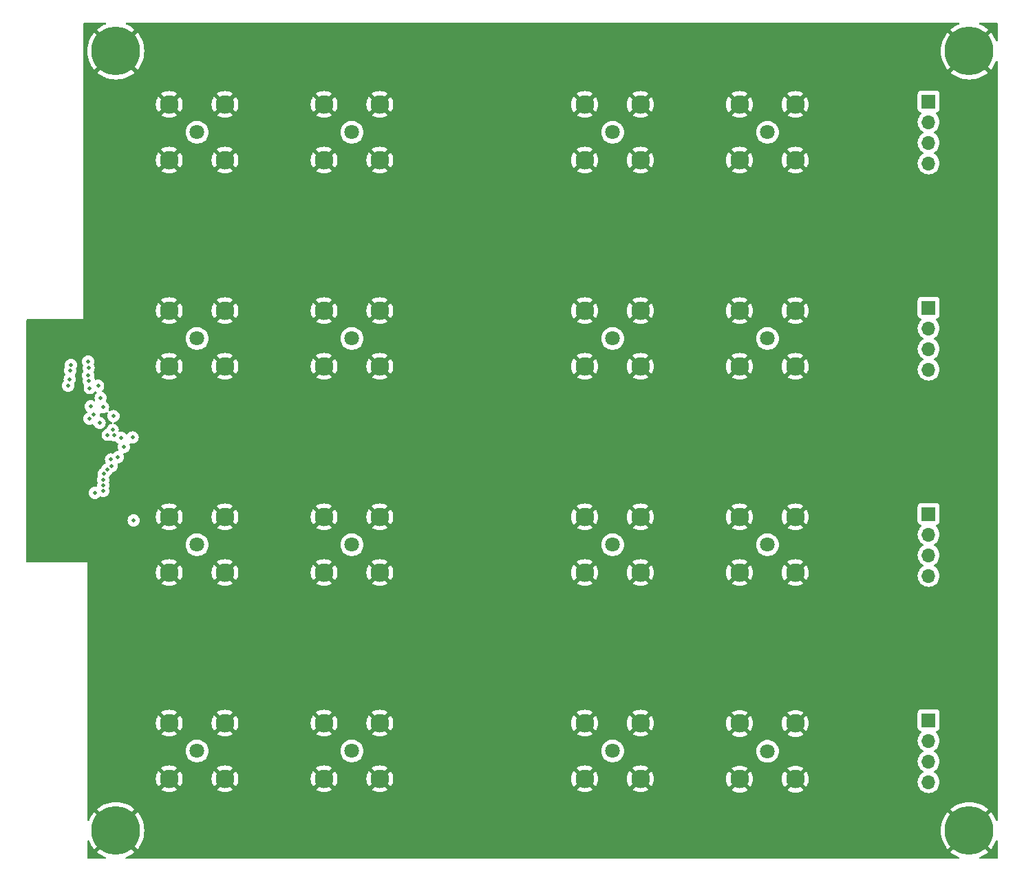
<source format=gbr>
%TF.GenerationSoftware,KiCad,Pcbnew,7.0.2*%
%TF.CreationDate,2023-10-20T09:42:02-06:00*%
%TF.ProjectId,LED_Probe_Breakout,4c45445f-5072-46f6-9265-5f427265616b,rev?*%
%TF.SameCoordinates,Original*%
%TF.FileFunction,Copper,L4,Bot*%
%TF.FilePolarity,Positive*%
%FSLAX46Y46*%
G04 Gerber Fmt 4.6, Leading zero omitted, Abs format (unit mm)*
G04 Created by KiCad (PCBNEW 7.0.2) date 2023-10-20 09:42:02*
%MOMM*%
%LPD*%
G01*
G04 APERTURE LIST*
%TA.AperFunction,ComponentPad*%
%ADD10C,1.800000*%
%TD*%
%TA.AperFunction,ComponentPad*%
%ADD11C,2.300000*%
%TD*%
%TA.AperFunction,ComponentPad*%
%ADD12C,6.000000*%
%TD*%
%TA.AperFunction,ComponentPad*%
%ADD13R,1.700000X1.700000*%
%TD*%
%TA.AperFunction,ComponentPad*%
%ADD14O,1.700000X1.700000*%
%TD*%
%TA.AperFunction,ViaPad*%
%ADD15C,0.500000*%
%TD*%
G04 APERTURE END LIST*
D10*
%TO.P,J14,1,In*%
%TO.N,/W_I-*%
X-15950000Y-76200000D03*
D11*
%TO.P,J14,2,Ext*%
%TO.N,GND*%
X-19379000Y-79629000D03*
X-12521000Y-79629000D03*
X-19379000Y-72771000D03*
X-12521000Y-72771000D03*
%TD*%
D10*
%TO.P,J4,1,In*%
%TO.N,/S_V-*%
X35179000Y0D03*
D11*
%TO.P,J4,2,Ext*%
%TO.N,GND*%
X31750000Y-3429000D03*
X38608000Y-3429000D03*
X31750000Y3429000D03*
X38608000Y3429000D03*
%TD*%
D10*
%TO.P,J17,1,In*%
%TO.N,/W_V-*%
X35179000Y-76230000D03*
D11*
%TO.P,J17,2,Ext*%
%TO.N,GND*%
X31750000Y-79659000D03*
X38608000Y-79659000D03*
X31750000Y-72801000D03*
X38608000Y-72801000D03*
%TD*%
D10*
%TO.P,J10,1,In*%
%TO.N,/N_I-*%
X-15950000Y-50800000D03*
D11*
%TO.P,J10,2,Ext*%
%TO.N,GND*%
X-19379000Y-54229000D03*
X-12521000Y-54229000D03*
X-19379000Y-47371000D03*
X-12521000Y-47371000D03*
%TD*%
D10*
%TO.P,J6,1,In*%
%TO.N,/E_I-*%
X-15950000Y-25400000D03*
D11*
%TO.P,J6,2,Ext*%
%TO.N,GND*%
X-19379000Y-28829000D03*
X-12521000Y-28829000D03*
X-19379000Y-21971000D03*
X-12521000Y-21971000D03*
%TD*%
D12*
%TO.P,H4,1,1*%
%TO.N,GND*%
X60000000Y10000000D03*
%TD*%
D13*
%TO.P,J21,1,Pin_1*%
%TO.N,/Solder_Point_Breakout3/Sig_1*%
X55000000Y-72400000D03*
D14*
%TO.P,J21,2,Pin_2*%
%TO.N,/Solder_Point_Breakout3/Sig_2*%
X55000000Y-74940000D03*
%TO.P,J21,3,Pin_3*%
%TO.N,/Solder_Point_Breakout3/Sig_3*%
X55000000Y-77480000D03*
%TO.P,J21,4,Pin_4*%
%TO.N,/Solder_Point_Breakout3/Sig_4*%
X55000000Y-80020000D03*
%TD*%
D10*
%TO.P,J3,1,In*%
%TO.N,/S_V+*%
X16129000Y0D03*
D11*
%TO.P,J3,2,Ext*%
%TO.N,GND*%
X12700000Y-3429000D03*
X19558000Y-3429000D03*
X12700000Y3429000D03*
X19558000Y3429000D03*
%TD*%
D10*
%TO.P,J11,1,In*%
%TO.N,/N_I+*%
X-35000000Y-50800000D03*
D11*
%TO.P,J11,2,Ext*%
%TO.N,GND*%
X-38429000Y-54229000D03*
X-31571000Y-54229000D03*
X-38429000Y-47371000D03*
X-31571000Y-47371000D03*
%TD*%
D13*
%TO.P,J19,1,Pin_1*%
%TO.N,/Solder_Point_Breakout1/Sig_1*%
X55000000Y-21600000D03*
D14*
%TO.P,J19,2,Pin_2*%
%TO.N,/Solder_Point_Breakout1/Sig_2*%
X55000000Y-24140000D03*
%TO.P,J19,3,Pin_3*%
%TO.N,/Solder_Point_Breakout1/Sig_3*%
X55000000Y-26680000D03*
%TO.P,J19,4,Pin_4*%
%TO.N,/Solder_Point_Breakout1/Sig_4*%
X55000000Y-29220000D03*
%TD*%
D13*
%TO.P,J20,1,Pin_1*%
%TO.N,/Solder_Point_Breakout2/Sig_1*%
X55000000Y-47000000D03*
D14*
%TO.P,J20,2,Pin_2*%
%TO.N,/Solder_Point_Breakout2/Sig_2*%
X55000000Y-49540000D03*
%TO.P,J20,3,Pin_3*%
%TO.N,/Solder_Point_Breakout2/Sig_3*%
X55000000Y-52080000D03*
%TO.P,J20,4,Pin_4*%
%TO.N,/Solder_Point_Breakout2/Sig_4*%
X55000000Y-54620000D03*
%TD*%
D10*
%TO.P,J7,1,In*%
%TO.N,/E_I+*%
X-35000000Y-25400000D03*
D11*
%TO.P,J7,2,Ext*%
%TO.N,GND*%
X-38429000Y-28829000D03*
X-31571000Y-28829000D03*
X-38429000Y-21971000D03*
X-31571000Y-21971000D03*
%TD*%
D12*
%TO.P,H1,1,1*%
%TO.N,GND*%
X60000000Y-86000000D03*
%TD*%
D13*
%TO.P,J18,1,Pin_1*%
%TO.N,/Solder_Point_Breakout/Sig_1*%
X55000000Y3800000D03*
D14*
%TO.P,J18,2,Pin_2*%
%TO.N,/Solder_Point_Breakout/Sig_2*%
X55000000Y1260000D03*
%TO.P,J18,3,Pin_3*%
%TO.N,/Solder_Point_Breakout/Sig_3*%
X55000000Y-1280000D03*
%TO.P,J18,4,Pin_4*%
%TO.N,/Solder_Point_Breakout/Sig_4*%
X55000000Y-3820000D03*
%TD*%
D10*
%TO.P,J15,1,In*%
%TO.N,/W_I+*%
X-35000000Y-76200000D03*
D11*
%TO.P,J15,2,Ext*%
%TO.N,GND*%
X-38429000Y-79629000D03*
X-31571000Y-79629000D03*
X-38429000Y-72771000D03*
X-31571000Y-72771000D03*
%TD*%
D10*
%TO.P,J5,1,In*%
%TO.N,/S_I-*%
X-15950000Y0D03*
D11*
%TO.P,J5,2,Ext*%
%TO.N,GND*%
X-19379000Y-3429000D03*
X-12521000Y-3429000D03*
X-19379000Y3429000D03*
X-12521000Y3429000D03*
%TD*%
D10*
%TO.P,J2,1,In*%
%TO.N,/S_I+*%
X-35000000Y0D03*
D11*
%TO.P,J2,2,Ext*%
%TO.N,GND*%
X-38429000Y-3429000D03*
X-31571000Y-3429000D03*
X-38429000Y3429000D03*
X-31571000Y3429000D03*
%TD*%
D12*
%TO.P,H3,1,1*%
%TO.N,GND*%
X-45000000Y-86000000D03*
%TD*%
D10*
%TO.P,J12,1,In*%
%TO.N,/N_V+*%
X16129000Y-50800000D03*
D11*
%TO.P,J12,2,Ext*%
%TO.N,GND*%
X12700000Y-54229000D03*
X19558000Y-54229000D03*
X12700000Y-47371000D03*
X19558000Y-47371000D03*
%TD*%
D10*
%TO.P,J8,1,In*%
%TO.N,/E_V+*%
X16129000Y-25400000D03*
D11*
%TO.P,J8,2,Ext*%
%TO.N,GND*%
X12700000Y-28829000D03*
X19558000Y-28829000D03*
X12700000Y-21971000D03*
X19558000Y-21971000D03*
%TD*%
D10*
%TO.P,J9,1,In*%
%TO.N,/E_V-*%
X35179000Y-25400000D03*
D11*
%TO.P,J9,2,Ext*%
%TO.N,GND*%
X31750000Y-28829000D03*
X38608000Y-28829000D03*
X31750000Y-21971000D03*
X38608000Y-21971000D03*
%TD*%
D10*
%TO.P,J13,1,In*%
%TO.N,/N_V-*%
X35179000Y-50800000D03*
D11*
%TO.P,J13,2,Ext*%
%TO.N,GND*%
X31750000Y-54229000D03*
X38608000Y-54229000D03*
X31750000Y-47371000D03*
X38608000Y-47371000D03*
%TD*%
D10*
%TO.P,J16,1,In*%
%TO.N,/W_V+*%
X16129000Y-76200000D03*
D11*
%TO.P,J16,2,Ext*%
%TO.N,GND*%
X12700000Y-79629000D03*
X19558000Y-79629000D03*
X12700000Y-72771000D03*
X19558000Y-72771000D03*
%TD*%
D12*
%TO.P,H2,1,1*%
%TO.N,GND*%
X-45000000Y10000000D03*
%TD*%
D15*
%TO.N,GND*%
X-49250000Y-26250000D03*
%TO.N,/S_I+*%
X-48400000Y-28250000D03*
%TO.N,/S_V+*%
X-48350000Y-29000000D03*
%TO.N,/S_V-*%
X-48400000Y-29950000D03*
%TO.N,/S_I-*%
X-48332256Y-30646212D03*
%TO.N,/E_I+*%
X-48203892Y-31506384D03*
%TO.N,/E_V+*%
X-46860000Y-32690000D03*
%TO.N,/E_V-*%
X-46574555Y-33856246D03*
%TO.N,/E_I-*%
X-48250000Y-35263000D03*
%TO.N,/N_I+*%
X-45295861Y-34954139D03*
%TO.N,/N_V+*%
X-46000000Y-37263000D03*
%TO.N,/N_V-*%
X-44348754Y-37651246D03*
%TO.N,/N_I-*%
X-43997909Y-38752093D03*
%TO.N,/W_I+*%
X-45600000Y-40300000D03*
%TO.N,/W_V+*%
X-46067123Y-41537081D03*
%TO.N,/W_V-*%
X-46565119Y-42778673D03*
X-42805470Y-47805470D03*
%TO.N,/W_I-*%
X-46550000Y-44199503D03*
%TO.N,/Solder_Point_Breakout/Sig_1*%
X-50524008Y-28649338D03*
%TO.N,/Solder_Point_Breakout/Sig_2*%
X-50619589Y-29342280D03*
%TO.N,/Solder_Point_Breakout/Sig_3*%
X-50663500Y-30413500D03*
%TO.N,/Solder_Point_Breakout/Sig_4*%
X-50863500Y-31213500D03*
%TO.N,/Solder_Point_Breakout1/Sig_1*%
X-47180276Y-31219724D03*
%TO.N,/Solder_Point_Breakout1/Sig_2*%
X-48100000Y-33763000D03*
%TO.N,/Solder_Point_Breakout1/Sig_3*%
X-47700000Y-34789500D03*
%TO.N,/Solder_Point_Breakout1/Sig_4*%
X-47000000Y-35816000D03*
%TO.N,/Solder_Point_Breakout2/Sig_1*%
X-45393853Y-36656146D03*
%TO.N,/Solder_Point_Breakout2/Sig_2*%
X-45207218Y-37330290D03*
%TO.N,/Solder_Point_Breakout2/Sig_3*%
X-42934508Y-37590000D03*
%TO.N,/Solder_Point_Breakout2/Sig_4*%
X-44738097Y-40013000D03*
%TO.N,/Solder_Point_Breakout3/Sig_1*%
X-45505774Y-41119718D03*
%TO.N,/Solder_Point_Breakout3/Sig_2*%
X-46506140Y-42081662D03*
%TO.N,/Solder_Point_Breakout3/Sig_3*%
X-46550000Y-43500000D03*
%TO.N,/Solder_Point_Breakout3/Sig_4*%
X-47600000Y-44400000D03*
%TD*%
%TA.AperFunction,Conductor*%
%TO.N,GND*%
G36*
X-46107368Y-87019404D02*
G01*
X-45924477Y-87187768D01*
X-45869883Y-87223435D01*
X-47293148Y-88646701D01*
X-47293148Y-88646702D01*
X-47062597Y-88833399D01*
X-47057343Y-88837216D01*
X-46755129Y-89033476D01*
X-46749508Y-89036722D01*
X-46428424Y-89200323D01*
X-46422500Y-89202960D01*
X-46274596Y-89259736D01*
X-46219064Y-89302138D01*
X-46195271Y-89367832D01*
X-46210773Y-89435960D01*
X-46260646Y-89484893D01*
X-46319034Y-89499500D01*
X-48375500Y-89499500D01*
X-48442539Y-89479815D01*
X-48488294Y-89427011D01*
X-48499500Y-89375500D01*
X-48499500Y-87319033D01*
X-48479815Y-87251994D01*
X-48427011Y-87206239D01*
X-48357853Y-87196295D01*
X-48294297Y-87225320D01*
X-48259736Y-87274596D01*
X-48202963Y-87422494D01*
X-48200323Y-87428424D01*
X-48036722Y-87749508D01*
X-48033476Y-87755129D01*
X-47837216Y-88057343D01*
X-47833399Y-88062597D01*
X-47646702Y-88293148D01*
X-47646701Y-88293148D01*
X-46223610Y-86870057D01*
X-46107368Y-87019404D01*
G37*
%TD.AperFunction*%
%TA.AperFunction,Conductor*%
G36*
X-46251995Y13479815D02*
G01*
X-46206240Y13427011D01*
X-46196296Y13357853D01*
X-46225321Y13294297D01*
X-46274596Y13259736D01*
X-46422500Y13202960D01*
X-46428424Y13200323D01*
X-46749507Y13036722D01*
X-46755128Y13033476D01*
X-47057343Y12837216D01*
X-47062597Y12833399D01*
X-47293148Y12646702D01*
X-45869882Y11223436D01*
X-45924477Y11187768D01*
X-46107368Y11019404D01*
X-46223610Y10870057D01*
X-47646701Y12293148D01*
X-47646702Y12293148D01*
X-47833399Y12062597D01*
X-47837216Y12057343D01*
X-48033476Y11755128D01*
X-48036722Y11749507D01*
X-48200323Y11428424D01*
X-48202960Y11422500D01*
X-48332106Y11086065D01*
X-48334103Y11079919D01*
X-48427373Y10731831D01*
X-48428724Y10725472D01*
X-48485095Y10369557D01*
X-48485772Y10363113D01*
X-48504633Y10003243D01*
X-48504633Y9996756D01*
X-48485772Y9636886D01*
X-48485095Y9630442D01*
X-48428724Y9274527D01*
X-48427373Y9268168D01*
X-48334103Y8920080D01*
X-48332106Y8913934D01*
X-48202960Y8577499D01*
X-48200323Y8571575D01*
X-48036722Y8250491D01*
X-48033476Y8244870D01*
X-47837216Y7942656D01*
X-47833399Y7937402D01*
X-47646701Y7706851D01*
X-46223609Y9129942D01*
X-46107368Y8980596D01*
X-45924477Y8812232D01*
X-45869882Y8776563D01*
X-47293148Y7353297D01*
X-47062597Y7166600D01*
X-47057343Y7162783D01*
X-46755129Y6966523D01*
X-46749508Y6963277D01*
X-46428424Y6799676D01*
X-46422500Y6797039D01*
X-46086065Y6667893D01*
X-46079919Y6665896D01*
X-45731831Y6572626D01*
X-45725472Y6571275D01*
X-45369557Y6514904D01*
X-45363113Y6514227D01*
X-45003244Y6495367D01*
X-44996756Y6495367D01*
X-44636886Y6514227D01*
X-44630442Y6514904D01*
X-44274527Y6571275D01*
X-44268168Y6572626D01*
X-43920080Y6665896D01*
X-43913934Y6667893D01*
X-43577499Y6797039D01*
X-43571575Y6799676D01*
X-43250491Y6963277D01*
X-43244870Y6966523D01*
X-42942656Y7162783D01*
X-42937402Y7166600D01*
X-42706851Y7353297D01*
X-44130117Y8776563D01*
X-44075523Y8812232D01*
X-43892632Y8980596D01*
X-43776389Y9129943D01*
X-42353297Y7706851D01*
X-42166600Y7937402D01*
X-42162783Y7942656D01*
X-41966523Y8244870D01*
X-41963277Y8250491D01*
X-41799676Y8571575D01*
X-41797039Y8577499D01*
X-41667893Y8913934D01*
X-41665896Y8920080D01*
X-41572626Y9268168D01*
X-41571275Y9274527D01*
X-41514904Y9630442D01*
X-41514227Y9636886D01*
X-41495367Y9996756D01*
X-41495367Y10003243D01*
X-41514227Y10363113D01*
X-41514904Y10369557D01*
X-41571275Y10725472D01*
X-41572626Y10731831D01*
X-41665896Y11079919D01*
X-41667893Y11086065D01*
X-41797039Y11422500D01*
X-41799676Y11428424D01*
X-41963277Y11749507D01*
X-41966523Y11755128D01*
X-42162783Y12057343D01*
X-42166600Y12062597D01*
X-42353297Y12293147D01*
X-43776389Y10870056D01*
X-43892632Y11019404D01*
X-44075523Y11187768D01*
X-44130115Y11223435D01*
X-42706850Y12646701D01*
X-42937402Y12833399D01*
X-42942656Y12837216D01*
X-43244870Y13033476D01*
X-43250491Y13036722D01*
X-43571575Y13200323D01*
X-43577499Y13202960D01*
X-43725404Y13259736D01*
X-43780936Y13302138D01*
X-43804729Y13367832D01*
X-43789227Y13435960D01*
X-43739354Y13484893D01*
X-43680966Y13499500D01*
X58680966Y13499500D01*
X58748005Y13479815D01*
X58793760Y13427011D01*
X58803704Y13357853D01*
X58774679Y13294297D01*
X58725404Y13259736D01*
X58577499Y13202960D01*
X58571575Y13200323D01*
X58250492Y13036722D01*
X58244871Y13033476D01*
X57942656Y12837216D01*
X57937402Y12833399D01*
X57706850Y12646701D01*
X59130115Y11223435D01*
X59075523Y11187768D01*
X58892632Y11019404D01*
X58776389Y10870056D01*
X57353297Y12293147D01*
X57166600Y12062597D01*
X57162783Y12057343D01*
X56966523Y11755128D01*
X56963277Y11749507D01*
X56799676Y11428424D01*
X56797039Y11422500D01*
X56667893Y11086065D01*
X56665896Y11079919D01*
X56572626Y10731831D01*
X56571275Y10725472D01*
X56514904Y10369557D01*
X56514227Y10363113D01*
X56495367Y10003243D01*
X56495367Y9996756D01*
X56514227Y9636886D01*
X56514904Y9630442D01*
X56571275Y9274527D01*
X56572626Y9268168D01*
X56665896Y8920080D01*
X56667893Y8913934D01*
X56797039Y8577499D01*
X56799676Y8571575D01*
X56963277Y8250491D01*
X56966523Y8244870D01*
X57162783Y7942656D01*
X57166600Y7937402D01*
X57353297Y7706851D01*
X58776389Y9129943D01*
X58892632Y8980596D01*
X59075523Y8812232D01*
X59130117Y8776563D01*
X57706851Y7353297D01*
X57937402Y7166600D01*
X57942656Y7162783D01*
X58244870Y6966523D01*
X58250491Y6963277D01*
X58571575Y6799676D01*
X58577499Y6797039D01*
X58913934Y6667893D01*
X58920080Y6665896D01*
X59268168Y6572626D01*
X59274527Y6571275D01*
X59630442Y6514904D01*
X59636886Y6514227D01*
X59996756Y6495367D01*
X60003244Y6495367D01*
X60363113Y6514227D01*
X60369557Y6514904D01*
X60725472Y6571275D01*
X60731831Y6572626D01*
X61079919Y6665896D01*
X61086065Y6667893D01*
X61422500Y6797039D01*
X61428424Y6799676D01*
X61749508Y6963277D01*
X61755129Y6966523D01*
X62057343Y7162783D01*
X62062597Y7166600D01*
X62293148Y7353297D01*
X60869882Y8776563D01*
X60924477Y8812232D01*
X61107368Y8980596D01*
X61223609Y9129942D01*
X62646701Y7706851D01*
X62833399Y7937402D01*
X62837216Y7942656D01*
X63033476Y8244870D01*
X63036722Y8250491D01*
X63200323Y8571575D01*
X63202960Y8577499D01*
X63259736Y8725404D01*
X63302138Y8780936D01*
X63367832Y8804729D01*
X63435960Y8789227D01*
X63484893Y8739354D01*
X63499500Y8680966D01*
X63499500Y-84680966D01*
X63479815Y-84748005D01*
X63427011Y-84793760D01*
X63357853Y-84803704D01*
X63294297Y-84774679D01*
X63259736Y-84725404D01*
X63202960Y-84577499D01*
X63200323Y-84571575D01*
X63036722Y-84250492D01*
X63033476Y-84244871D01*
X62837216Y-83942656D01*
X62833399Y-83937402D01*
X62646701Y-83706851D01*
X61223609Y-85129942D01*
X61107368Y-84980596D01*
X60924477Y-84812232D01*
X60869881Y-84776563D01*
X62293147Y-83353297D01*
X62062597Y-83166600D01*
X62057343Y-83162783D01*
X61755129Y-82966523D01*
X61749508Y-82963277D01*
X61428424Y-82799676D01*
X61422500Y-82797039D01*
X61086065Y-82667893D01*
X61079919Y-82665896D01*
X60731831Y-82572626D01*
X60725472Y-82571275D01*
X60369557Y-82514904D01*
X60363113Y-82514227D01*
X60003244Y-82495367D01*
X59996756Y-82495367D01*
X59636886Y-82514227D01*
X59630442Y-82514904D01*
X59274527Y-82571275D01*
X59268168Y-82572626D01*
X58920080Y-82665896D01*
X58913934Y-82667893D01*
X58577499Y-82797039D01*
X58571575Y-82799676D01*
X58250492Y-82963277D01*
X58244871Y-82966523D01*
X57942656Y-83162783D01*
X57937402Y-83166600D01*
X57706850Y-83353297D01*
X59130116Y-84776564D01*
X59075523Y-84812232D01*
X58892632Y-84980596D01*
X58776389Y-85129943D01*
X57353297Y-83706851D01*
X57166600Y-83937402D01*
X57162783Y-83942656D01*
X56966523Y-84244871D01*
X56963277Y-84250492D01*
X56799676Y-84571575D01*
X56797039Y-84577499D01*
X56667893Y-84913934D01*
X56665896Y-84920080D01*
X56572626Y-85268168D01*
X56571275Y-85274527D01*
X56514904Y-85630442D01*
X56514227Y-85636886D01*
X56495367Y-85996756D01*
X56495367Y-86003243D01*
X56514227Y-86363113D01*
X56514904Y-86369557D01*
X56571275Y-86725472D01*
X56572626Y-86731831D01*
X56665896Y-87079919D01*
X56667893Y-87086065D01*
X56797039Y-87422500D01*
X56799676Y-87428424D01*
X56963277Y-87749508D01*
X56966523Y-87755129D01*
X57162783Y-88057343D01*
X57166600Y-88062597D01*
X57353297Y-88293147D01*
X58776389Y-86870056D01*
X58892632Y-87019404D01*
X59075523Y-87187768D01*
X59130116Y-87223435D01*
X57706851Y-88646701D01*
X57937402Y-88833399D01*
X57942656Y-88837216D01*
X58244870Y-89033476D01*
X58250491Y-89036722D01*
X58571575Y-89200323D01*
X58577499Y-89202960D01*
X58725404Y-89259736D01*
X58780936Y-89302138D01*
X58804729Y-89367832D01*
X58789227Y-89435960D01*
X58739354Y-89484893D01*
X58680966Y-89499500D01*
X-43680966Y-89499500D01*
X-43748005Y-89479815D01*
X-43793760Y-89427011D01*
X-43803704Y-89357853D01*
X-43774679Y-89294297D01*
X-43725404Y-89259736D01*
X-43577499Y-89202960D01*
X-43571575Y-89200323D01*
X-43250491Y-89036722D01*
X-43244870Y-89033476D01*
X-42942656Y-88837216D01*
X-42937402Y-88833399D01*
X-42706851Y-88646701D01*
X-44130116Y-87223435D01*
X-44075523Y-87187768D01*
X-43892632Y-87019404D01*
X-43776389Y-86870056D01*
X-42353297Y-88293147D01*
X-42166600Y-88062597D01*
X-42162783Y-88057343D01*
X-41966523Y-87755129D01*
X-41963277Y-87749508D01*
X-41799676Y-87428424D01*
X-41797039Y-87422500D01*
X-41667893Y-87086065D01*
X-41665896Y-87079919D01*
X-41572626Y-86731831D01*
X-41571275Y-86725472D01*
X-41514904Y-86369557D01*
X-41514227Y-86363113D01*
X-41495367Y-86003243D01*
X-41495367Y-85996756D01*
X-41514227Y-85636886D01*
X-41514904Y-85630442D01*
X-41571275Y-85274527D01*
X-41572626Y-85268168D01*
X-41665896Y-84920080D01*
X-41667893Y-84913934D01*
X-41797039Y-84577499D01*
X-41799676Y-84571575D01*
X-41963277Y-84250492D01*
X-41966523Y-84244871D01*
X-42162783Y-83942656D01*
X-42166600Y-83937402D01*
X-42353297Y-83706851D01*
X-43776389Y-85129943D01*
X-43892632Y-84980596D01*
X-44075523Y-84812232D01*
X-44130116Y-84776564D01*
X-42706850Y-83353297D01*
X-42937402Y-83166600D01*
X-42942656Y-83162783D01*
X-43244870Y-82966523D01*
X-43250491Y-82963277D01*
X-43571575Y-82799676D01*
X-43577499Y-82797039D01*
X-43913934Y-82667893D01*
X-43920080Y-82665896D01*
X-44268168Y-82572626D01*
X-44274527Y-82571275D01*
X-44630442Y-82514904D01*
X-44636886Y-82514227D01*
X-44996756Y-82495367D01*
X-45003244Y-82495367D01*
X-45363113Y-82514227D01*
X-45369557Y-82514904D01*
X-45725472Y-82571275D01*
X-45731831Y-82572626D01*
X-46079919Y-82665896D01*
X-46086065Y-82667893D01*
X-46422500Y-82797039D01*
X-46428424Y-82799676D01*
X-46749507Y-82963277D01*
X-46755128Y-82966523D01*
X-47057343Y-83162783D01*
X-47062597Y-83166600D01*
X-47293147Y-83353297D01*
X-45869881Y-84776563D01*
X-45924477Y-84812232D01*
X-46107368Y-84980596D01*
X-46223609Y-85129942D01*
X-47646701Y-83706851D01*
X-47833399Y-83937402D01*
X-47837216Y-83942656D01*
X-48033476Y-84244871D01*
X-48036722Y-84250492D01*
X-48200323Y-84571575D01*
X-48202960Y-84577499D01*
X-48259736Y-84725404D01*
X-48302138Y-84780936D01*
X-48367832Y-84804729D01*
X-48435960Y-84789227D01*
X-48484893Y-84739354D01*
X-48499500Y-84680966D01*
X-48499500Y-79629000D01*
X-40084101Y-79629000D01*
X-40063724Y-79887916D01*
X-40003096Y-80140455D01*
X-39903707Y-80380397D01*
X-39768003Y-80601849D01*
X-39762198Y-80608645D01*
X-39106195Y-79952642D01*
X-39082941Y-80006553D01*
X-38978244Y-80147185D01*
X-38843938Y-80259882D01*
X-38752334Y-80305887D01*
X-39408645Y-80962198D01*
X-39401849Y-80968003D01*
X-39180397Y-81103707D01*
X-38940455Y-81203096D01*
X-38687916Y-81263724D01*
X-38428999Y-81284101D01*
X-38170083Y-81263724D01*
X-37917544Y-81203096D01*
X-37677597Y-81103705D01*
X-37456155Y-80968006D01*
X-37449354Y-80962198D01*
X-38103054Y-80308498D01*
X-38090109Y-80303787D01*
X-37943627Y-80207445D01*
X-37823312Y-80079918D01*
X-37750552Y-79953893D01*
X-37095801Y-80608644D01*
X-37089993Y-80601843D01*
X-36954294Y-80380402D01*
X-36854903Y-80140455D01*
X-36794275Y-79887916D01*
X-36773898Y-79629000D01*
X-33226101Y-79629000D01*
X-33205724Y-79887916D01*
X-33145096Y-80140455D01*
X-33045707Y-80380397D01*
X-32910003Y-80601849D01*
X-32904198Y-80608645D01*
X-32248195Y-79952642D01*
X-32224941Y-80006553D01*
X-32120244Y-80147185D01*
X-31985938Y-80259882D01*
X-31894334Y-80305887D01*
X-32550645Y-80962198D01*
X-32543849Y-80968003D01*
X-32322397Y-81103707D01*
X-32082455Y-81203096D01*
X-31829916Y-81263724D01*
X-31571000Y-81284101D01*
X-31312083Y-81263724D01*
X-31059544Y-81203096D01*
X-30819597Y-81103705D01*
X-30598155Y-80968006D01*
X-30591354Y-80962198D01*
X-31245054Y-80308498D01*
X-31232109Y-80303787D01*
X-31085627Y-80207445D01*
X-30965312Y-80079918D01*
X-30892551Y-79953893D01*
X-30237801Y-80608644D01*
X-30231993Y-80601843D01*
X-30096294Y-80380402D01*
X-29996903Y-80140455D01*
X-29936275Y-79887916D01*
X-29915898Y-79629000D01*
X-21034101Y-79629000D01*
X-21013724Y-79887916D01*
X-20953096Y-80140455D01*
X-20853707Y-80380397D01*
X-20718003Y-80601849D01*
X-20712198Y-80608645D01*
X-20056195Y-79952642D01*
X-20032941Y-80006553D01*
X-19928244Y-80147185D01*
X-19793938Y-80259882D01*
X-19702334Y-80305887D01*
X-20358645Y-80962198D01*
X-20351849Y-80968003D01*
X-20130397Y-81103707D01*
X-19890455Y-81203096D01*
X-19637916Y-81263724D01*
X-19379000Y-81284101D01*
X-19120083Y-81263724D01*
X-18867544Y-81203096D01*
X-18627597Y-81103705D01*
X-18406155Y-80968006D01*
X-18399354Y-80962198D01*
X-19053054Y-80308498D01*
X-19040109Y-80303787D01*
X-18893627Y-80207445D01*
X-18773312Y-80079918D01*
X-18700552Y-79953893D01*
X-18045801Y-80608644D01*
X-18039993Y-80601843D01*
X-17904294Y-80380402D01*
X-17804903Y-80140455D01*
X-17744275Y-79887916D01*
X-17723898Y-79629000D01*
X-14176101Y-79629000D01*
X-14155724Y-79887916D01*
X-14095096Y-80140455D01*
X-13995707Y-80380397D01*
X-13860003Y-80601849D01*
X-13854198Y-80608645D01*
X-13198195Y-79952642D01*
X-13174941Y-80006553D01*
X-13070244Y-80147185D01*
X-12935938Y-80259882D01*
X-12844334Y-80305887D01*
X-13500645Y-80962198D01*
X-13493849Y-80968003D01*
X-13272397Y-81103707D01*
X-13032455Y-81203096D01*
X-12779916Y-81263724D01*
X-12521000Y-81284101D01*
X-12262083Y-81263724D01*
X-12009544Y-81203096D01*
X-11769597Y-81103705D01*
X-11548155Y-80968006D01*
X-11541354Y-80962198D01*
X-12195054Y-80308498D01*
X-12182109Y-80303787D01*
X-12035627Y-80207445D01*
X-11915312Y-80079918D01*
X-11842552Y-79953893D01*
X-11187801Y-80608644D01*
X-11181993Y-80601843D01*
X-11046294Y-80380402D01*
X-10946903Y-80140455D01*
X-10886275Y-79887916D01*
X-10865898Y-79629000D01*
X11044898Y-79629000D01*
X11065275Y-79887916D01*
X11125903Y-80140455D01*
X11225294Y-80380402D01*
X11360993Y-80601843D01*
X11366801Y-80608644D01*
X12022803Y-79952641D01*
X12046059Y-80006553D01*
X12150756Y-80147185D01*
X12285062Y-80259882D01*
X12376665Y-80305887D01*
X11720354Y-80962198D01*
X11727155Y-80968006D01*
X11948597Y-81103705D01*
X12188544Y-81203096D01*
X12441083Y-81263724D01*
X12700000Y-81284101D01*
X12958916Y-81263724D01*
X13211455Y-81203096D01*
X13451397Y-81103707D01*
X13672849Y-80968003D01*
X13679645Y-80962198D01*
X13025945Y-80308498D01*
X13038891Y-80303787D01*
X13185373Y-80207445D01*
X13305688Y-80079918D01*
X13378447Y-79953893D01*
X14033198Y-80608645D01*
X14039003Y-80601849D01*
X14174707Y-80380397D01*
X14274096Y-80140455D01*
X14334724Y-79887916D01*
X14355101Y-79629000D01*
X17902898Y-79629000D01*
X17923275Y-79887916D01*
X17983903Y-80140455D01*
X18083294Y-80380402D01*
X18218993Y-80601843D01*
X18224801Y-80608644D01*
X18880803Y-79952641D01*
X18904059Y-80006553D01*
X19008756Y-80147185D01*
X19143062Y-80259882D01*
X19234665Y-80305887D01*
X18578354Y-80962198D01*
X18585155Y-80968006D01*
X18806597Y-81103705D01*
X19046544Y-81203096D01*
X19299083Y-81263724D01*
X19558000Y-81284101D01*
X19816916Y-81263724D01*
X20069455Y-81203096D01*
X20309397Y-81103707D01*
X20530849Y-80968003D01*
X20537645Y-80962198D01*
X19883945Y-80308498D01*
X19896891Y-80303787D01*
X20043373Y-80207445D01*
X20163688Y-80079918D01*
X20236447Y-79953894D01*
X20891198Y-80608645D01*
X20897003Y-80601849D01*
X21032707Y-80380397D01*
X21132096Y-80140455D01*
X21192724Y-79887916D01*
X21210740Y-79659000D01*
X30094898Y-79659000D01*
X30115275Y-79917916D01*
X30175903Y-80170455D01*
X30275294Y-80410402D01*
X30410993Y-80631843D01*
X30416801Y-80638644D01*
X31072803Y-79982641D01*
X31096059Y-80036553D01*
X31200756Y-80177185D01*
X31335062Y-80289882D01*
X31426665Y-80335887D01*
X30770354Y-80992198D01*
X30777155Y-80998006D01*
X30998597Y-81133705D01*
X31238544Y-81233096D01*
X31491083Y-81293724D01*
X31750000Y-81314101D01*
X32008916Y-81293724D01*
X32261455Y-81233096D01*
X32501397Y-81133707D01*
X32722849Y-80998003D01*
X32729645Y-80992198D01*
X32075945Y-80338498D01*
X32088891Y-80333787D01*
X32235373Y-80237445D01*
X32355688Y-80109918D01*
X32428447Y-79983894D01*
X33083198Y-80638645D01*
X33089003Y-80631849D01*
X33224707Y-80410397D01*
X33324096Y-80170455D01*
X33384724Y-79917916D01*
X33405101Y-79659000D01*
X36952898Y-79659000D01*
X36973275Y-79917916D01*
X37033903Y-80170455D01*
X37133294Y-80410402D01*
X37268993Y-80631843D01*
X37274801Y-80638644D01*
X37930804Y-79982642D01*
X37954059Y-80036553D01*
X38058756Y-80177185D01*
X38193062Y-80289882D01*
X38284665Y-80335887D01*
X37628354Y-80992198D01*
X37635155Y-80998006D01*
X37856597Y-81133705D01*
X38096544Y-81233096D01*
X38349083Y-81293724D01*
X38608000Y-81314101D01*
X38866916Y-81293724D01*
X39119455Y-81233096D01*
X39359397Y-81133707D01*
X39580849Y-80998003D01*
X39587645Y-80992198D01*
X38933945Y-80338498D01*
X38946891Y-80333787D01*
X39093373Y-80237445D01*
X39213688Y-80109918D01*
X39286447Y-79983894D01*
X39941198Y-80638645D01*
X39947003Y-80631849D01*
X40082707Y-80410397D01*
X40182096Y-80170455D01*
X40218216Y-80020000D01*
X53644340Y-80020000D01*
X53664936Y-80255407D01*
X53702006Y-80393752D01*
X53726097Y-80483663D01*
X53825965Y-80697830D01*
X53961505Y-80891401D01*
X54128599Y-81058495D01*
X54322170Y-81194035D01*
X54536337Y-81293903D01*
X54764592Y-81355063D01*
X55000000Y-81375659D01*
X55235408Y-81355063D01*
X55463663Y-81293903D01*
X55677830Y-81194035D01*
X55871401Y-81058495D01*
X56038495Y-80891401D01*
X56174035Y-80697830D01*
X56273903Y-80483663D01*
X56335063Y-80255408D01*
X56355659Y-80020000D01*
X56335063Y-79784592D01*
X56273903Y-79556337D01*
X56174035Y-79342171D01*
X56038495Y-79148599D01*
X55871401Y-78981505D01*
X55685839Y-78851573D01*
X55642215Y-78796997D01*
X55635023Y-78727498D01*
X55666545Y-78665144D01*
X55685831Y-78648432D01*
X55871401Y-78518495D01*
X56038495Y-78351401D01*
X56174035Y-78157830D01*
X56273903Y-77943663D01*
X56335063Y-77715408D01*
X56355659Y-77480000D01*
X56335063Y-77244592D01*
X56273903Y-77016337D01*
X56174035Y-76802171D01*
X56038495Y-76608599D01*
X55871401Y-76441505D01*
X55685839Y-76311573D01*
X55642215Y-76256997D01*
X55635023Y-76187498D01*
X55666545Y-76125144D01*
X55685831Y-76108432D01*
X55871401Y-75978495D01*
X56038495Y-75811401D01*
X56174035Y-75617830D01*
X56273903Y-75403663D01*
X56335063Y-75175408D01*
X56355659Y-74940000D01*
X56335063Y-74704592D01*
X56273903Y-74476337D01*
X56174035Y-74262171D01*
X56038495Y-74068599D01*
X55916569Y-73946673D01*
X55883084Y-73885350D01*
X55888068Y-73815658D01*
X55929940Y-73759725D01*
X55960915Y-73742810D01*
X56092331Y-73693796D01*
X56207546Y-73607546D01*
X56293796Y-73492331D01*
X56344091Y-73357483D01*
X56350500Y-73297873D01*
X56350499Y-71502128D01*
X56344091Y-71442517D01*
X56293796Y-71307669D01*
X56207546Y-71192454D01*
X56092331Y-71106204D01*
X55957483Y-71055909D01*
X55897873Y-71049500D01*
X55894550Y-71049500D01*
X54105439Y-71049500D01*
X54105420Y-71049500D01*
X54102128Y-71049501D01*
X54098848Y-71049853D01*
X54098840Y-71049854D01*
X54042515Y-71055909D01*
X53907669Y-71106204D01*
X53792454Y-71192454D01*
X53706204Y-71307668D01*
X53655909Y-71442516D01*
X53653191Y-71467801D01*
X53649500Y-71502127D01*
X53649500Y-71505448D01*
X53649500Y-71505449D01*
X53649500Y-73294560D01*
X53649500Y-73294578D01*
X53649501Y-73297872D01*
X53649853Y-73301152D01*
X53649854Y-73301159D01*
X53651792Y-73319185D01*
X53655909Y-73357483D01*
X53706204Y-73492331D01*
X53792454Y-73607546D01*
X53907669Y-73693796D01*
X54019907Y-73735658D01*
X54039082Y-73742810D01*
X54095016Y-73784681D01*
X54119433Y-73850146D01*
X54104581Y-73918419D01*
X54083431Y-73946673D01*
X53961503Y-74068601D01*
X53825965Y-74262170D01*
X53726097Y-74476336D01*
X53664936Y-74704592D01*
X53644340Y-74939999D01*
X53664936Y-75175407D01*
X53708194Y-75336847D01*
X53726097Y-75403663D01*
X53825965Y-75617830D01*
X53961505Y-75811401D01*
X54128599Y-75978495D01*
X54314160Y-76108426D01*
X54357783Y-76163002D01*
X54364976Y-76232501D01*
X54333454Y-76294855D01*
X54314159Y-76311575D01*
X54128595Y-76441508D01*
X53961505Y-76608598D01*
X53825965Y-76802170D01*
X53726097Y-77016336D01*
X53664936Y-77244592D01*
X53644340Y-77479999D01*
X53664936Y-77715407D01*
X53709709Y-77882501D01*
X53726097Y-77943663D01*
X53825965Y-78157830D01*
X53961505Y-78351401D01*
X54128599Y-78518495D01*
X54314160Y-78648426D01*
X54357783Y-78703002D01*
X54364976Y-78772501D01*
X54333454Y-78834855D01*
X54314159Y-78851575D01*
X54128595Y-78981508D01*
X53961505Y-79148598D01*
X53825965Y-79342170D01*
X53726097Y-79556336D01*
X53664936Y-79784592D01*
X53644340Y-80020000D01*
X40218216Y-80020000D01*
X40242724Y-79917916D01*
X40263101Y-79658999D01*
X40242724Y-79400083D01*
X40182096Y-79147544D01*
X40082705Y-78907597D01*
X39947006Y-78686155D01*
X39941198Y-78679354D01*
X39285195Y-79335356D01*
X39261941Y-79281447D01*
X39157244Y-79140815D01*
X39022938Y-79028118D01*
X38931334Y-78982112D01*
X39587645Y-78325801D01*
X39580843Y-78319993D01*
X39359402Y-78184294D01*
X39119455Y-78084903D01*
X38866916Y-78024275D01*
X38608000Y-78003898D01*
X38349083Y-78024275D01*
X38096544Y-78084903D01*
X37856597Y-78184294D01*
X37635156Y-78319992D01*
X37628354Y-78325801D01*
X38282054Y-78979501D01*
X38269109Y-78984213D01*
X38122627Y-79080555D01*
X38002312Y-79208082D01*
X37929552Y-79334105D01*
X37274801Y-78679354D01*
X37268992Y-78686156D01*
X37133294Y-78907597D01*
X37033903Y-79147544D01*
X36973275Y-79400083D01*
X36952898Y-79659000D01*
X33405101Y-79659000D01*
X33405101Y-79658999D01*
X33384724Y-79400083D01*
X33324096Y-79147544D01*
X33224705Y-78907597D01*
X33089006Y-78686155D01*
X33083198Y-78679354D01*
X32427195Y-79335356D01*
X32403941Y-79281447D01*
X32299244Y-79140815D01*
X32164938Y-79028118D01*
X32073334Y-78982112D01*
X32729645Y-78325801D01*
X32722843Y-78319993D01*
X32501402Y-78184294D01*
X32261455Y-78084903D01*
X32008916Y-78024275D01*
X31750000Y-78003898D01*
X31491083Y-78024275D01*
X31238544Y-78084903D01*
X30998597Y-78184294D01*
X30777156Y-78319992D01*
X30770354Y-78325801D01*
X31424054Y-78979501D01*
X31411109Y-78984213D01*
X31264627Y-79080555D01*
X31144312Y-79208082D01*
X31071552Y-79334105D01*
X30416801Y-78679354D01*
X30410992Y-78686156D01*
X30275294Y-78907597D01*
X30175903Y-79147544D01*
X30115275Y-79400083D01*
X30094898Y-79659000D01*
X21210740Y-79659000D01*
X21213101Y-79629000D01*
X21192724Y-79370083D01*
X21132096Y-79117544D01*
X21032705Y-78877597D01*
X20897006Y-78656155D01*
X20891198Y-78649354D01*
X20891197Y-78649354D01*
X20235195Y-79305355D01*
X20211941Y-79251447D01*
X20107244Y-79110815D01*
X19972938Y-78998118D01*
X19881334Y-78952112D01*
X20537644Y-78295801D01*
X20530843Y-78289993D01*
X20309402Y-78154294D01*
X20069455Y-78054903D01*
X19816916Y-77994275D01*
X19557999Y-77973898D01*
X19299083Y-77994275D01*
X19046544Y-78054903D01*
X18806597Y-78154294D01*
X18585156Y-78289992D01*
X18578354Y-78295801D01*
X19232054Y-78949501D01*
X19219109Y-78954213D01*
X19072627Y-79050555D01*
X18952312Y-79178082D01*
X18879552Y-79304105D01*
X18224801Y-78649354D01*
X18218992Y-78656156D01*
X18083294Y-78877597D01*
X17983903Y-79117544D01*
X17923275Y-79370083D01*
X17902898Y-79629000D01*
X14355101Y-79629000D01*
X14334724Y-79370083D01*
X14274096Y-79117544D01*
X14174705Y-78877597D01*
X14039006Y-78656155D01*
X14033198Y-78649354D01*
X14033197Y-78649354D01*
X13377195Y-79305356D01*
X13353941Y-79251447D01*
X13249244Y-79110815D01*
X13114938Y-78998118D01*
X13023333Y-78952112D01*
X13679645Y-78295801D01*
X13672843Y-78289993D01*
X13451402Y-78154294D01*
X13211455Y-78054903D01*
X12958916Y-77994275D01*
X12700000Y-77973898D01*
X12441083Y-77994275D01*
X12188544Y-78054903D01*
X11948597Y-78154294D01*
X11727156Y-78289992D01*
X11720353Y-78295801D01*
X12374053Y-78949501D01*
X12361109Y-78954213D01*
X12214627Y-79050555D01*
X12094312Y-79178082D01*
X12021552Y-79304105D01*
X11366801Y-78649354D01*
X11360992Y-78656156D01*
X11225294Y-78877597D01*
X11125903Y-79117544D01*
X11065275Y-79370083D01*
X11044898Y-79629000D01*
X-10865898Y-79629000D01*
X-10886275Y-79370083D01*
X-10946903Y-79117544D01*
X-11046294Y-78877597D01*
X-11181992Y-78656156D01*
X-11187801Y-78649354D01*
X-11843804Y-79305357D01*
X-11867059Y-79251447D01*
X-11971756Y-79110815D01*
X-12106062Y-78998118D01*
X-12197665Y-78952112D01*
X-11541354Y-78295801D01*
X-11548156Y-78289992D01*
X-11769597Y-78154294D01*
X-12009544Y-78054903D01*
X-12262083Y-77994275D01*
X-12520999Y-77973898D01*
X-12779916Y-77994275D01*
X-13032455Y-78054903D01*
X-13272402Y-78154294D01*
X-13493843Y-78289993D01*
X-13500645Y-78295801D01*
X-12846945Y-78949501D01*
X-12859891Y-78954213D01*
X-13006373Y-79050555D01*
X-13126688Y-79178082D01*
X-13199446Y-79304105D01*
X-13854198Y-78649354D01*
X-13860006Y-78656155D01*
X-13995705Y-78877597D01*
X-14095096Y-79117544D01*
X-14155724Y-79370083D01*
X-14176101Y-79629000D01*
X-17723898Y-79629000D01*
X-17744275Y-79370083D01*
X-17804903Y-79117544D01*
X-17904294Y-78877597D01*
X-18039992Y-78656156D01*
X-18045801Y-78649354D01*
X-18701804Y-79305357D01*
X-18725059Y-79251447D01*
X-18829756Y-79110815D01*
X-18964062Y-78998118D01*
X-19055665Y-78952112D01*
X-18399354Y-78295801D01*
X-18406156Y-78289992D01*
X-18627597Y-78154294D01*
X-18867544Y-78054903D01*
X-19120083Y-77994275D01*
X-19379000Y-77973898D01*
X-19637916Y-77994275D01*
X-19890455Y-78054903D01*
X-20130402Y-78154294D01*
X-20351843Y-78289993D01*
X-20358645Y-78295801D01*
X-19704945Y-78949501D01*
X-19717891Y-78954213D01*
X-19864373Y-79050555D01*
X-19984688Y-79178082D01*
X-20057446Y-79304105D01*
X-20712198Y-78649354D01*
X-20718006Y-78656155D01*
X-20853705Y-78877597D01*
X-20953096Y-79117544D01*
X-21013724Y-79370083D01*
X-21034101Y-79629000D01*
X-29915898Y-79629000D01*
X-29936275Y-79370083D01*
X-29996903Y-79117544D01*
X-30096294Y-78877597D01*
X-30231992Y-78656156D01*
X-30237801Y-78649354D01*
X-30893804Y-79305356D01*
X-30917059Y-79251447D01*
X-31021756Y-79110815D01*
X-31156062Y-78998118D01*
X-31247665Y-78952112D01*
X-30591354Y-78295801D01*
X-30598156Y-78289992D01*
X-30819597Y-78154294D01*
X-31059544Y-78054903D01*
X-31312083Y-77994275D01*
X-31571000Y-77973898D01*
X-31829916Y-77994275D01*
X-32082455Y-78054903D01*
X-32322402Y-78154294D01*
X-32543843Y-78289993D01*
X-32550645Y-78295801D01*
X-31896945Y-78949501D01*
X-31909891Y-78954213D01*
X-32056373Y-79050555D01*
X-32176688Y-79178082D01*
X-32249446Y-79304104D01*
X-32904197Y-78649354D01*
X-32904198Y-78649354D01*
X-32910006Y-78656155D01*
X-33045705Y-78877597D01*
X-33145096Y-79117544D01*
X-33205724Y-79370083D01*
X-33226101Y-79629000D01*
X-36773898Y-79629000D01*
X-36794275Y-79370083D01*
X-36854903Y-79117544D01*
X-36954294Y-78877597D01*
X-37089992Y-78656156D01*
X-37095801Y-78649354D01*
X-37751804Y-79305356D01*
X-37775059Y-79251447D01*
X-37879756Y-79110815D01*
X-38014062Y-78998118D01*
X-38105665Y-78952112D01*
X-37449354Y-78295801D01*
X-37456156Y-78289992D01*
X-37677597Y-78154294D01*
X-37917544Y-78054903D01*
X-38170083Y-77994275D01*
X-38429000Y-77973898D01*
X-38687916Y-77994275D01*
X-38940455Y-78054903D01*
X-39180402Y-78154294D01*
X-39401843Y-78289993D01*
X-39408645Y-78295801D01*
X-38754945Y-78949501D01*
X-38767891Y-78954213D01*
X-38914373Y-79050555D01*
X-39034688Y-79178082D01*
X-39107446Y-79304105D01*
X-39762198Y-78649354D01*
X-39768006Y-78656155D01*
X-39903705Y-78877597D01*
X-40003096Y-79117544D01*
X-40063724Y-79370083D01*
X-40084101Y-79629000D01*
X-48499500Y-79629000D01*
X-48499500Y-76200000D01*
X-36405300Y-76200000D01*
X-36386134Y-76431305D01*
X-36329157Y-76656300D01*
X-36235924Y-76868849D01*
X-36108979Y-77063153D01*
X-35951784Y-77233913D01*
X-35768626Y-77376470D01*
X-35564503Y-77486936D01*
X-35344981Y-77562298D01*
X-35116049Y-77600500D01*
X-35116048Y-77600500D01*
X-34883952Y-77600500D01*
X-34883951Y-77600500D01*
X-34655019Y-77562298D01*
X-34655017Y-77562297D01*
X-34655015Y-77562297D01*
X-34522884Y-77516936D01*
X-34435497Y-77486936D01*
X-34231374Y-77376470D01*
X-34048216Y-77233913D01*
X-33891021Y-77063153D01*
X-33764076Y-76868849D01*
X-33734828Y-76802170D01*
X-33670844Y-76656303D01*
X-33670843Y-76656300D01*
X-33613866Y-76431305D01*
X-33613865Y-76431301D01*
X-33613865Y-76431299D01*
X-33594699Y-76200000D01*
X-17355300Y-76200000D01*
X-17336134Y-76431305D01*
X-17279157Y-76656300D01*
X-17185924Y-76868849D01*
X-17058979Y-77063153D01*
X-16901784Y-77233913D01*
X-16718626Y-77376470D01*
X-16514503Y-77486936D01*
X-16294981Y-77562298D01*
X-16066049Y-77600500D01*
X-16066048Y-77600500D01*
X-15833952Y-77600500D01*
X-15833951Y-77600500D01*
X-15605019Y-77562298D01*
X-15605017Y-77562297D01*
X-15605015Y-77562297D01*
X-15472884Y-77516936D01*
X-15385497Y-77486936D01*
X-15181374Y-77376470D01*
X-14998216Y-77233913D01*
X-14841021Y-77063153D01*
X-14714076Y-76868849D01*
X-14684828Y-76802170D01*
X-14620844Y-76656303D01*
X-14620843Y-76656300D01*
X-14563866Y-76431305D01*
X-14563865Y-76431301D01*
X-14563865Y-76431299D01*
X-14544699Y-76200000D01*
X14723699Y-76200000D01*
X14742865Y-76431299D01*
X14742865Y-76431301D01*
X14742866Y-76431305D01*
X14799843Y-76656300D01*
X14799844Y-76656303D01*
X14863828Y-76802170D01*
X14893076Y-76868849D01*
X15020021Y-77063153D01*
X15177216Y-77233913D01*
X15360374Y-77376470D01*
X15564497Y-77486936D01*
X15651884Y-77516936D01*
X15784015Y-77562297D01*
X15784017Y-77562297D01*
X15784019Y-77562298D01*
X16012951Y-77600500D01*
X16012952Y-77600500D01*
X16245048Y-77600500D01*
X16245049Y-77600500D01*
X16473981Y-77562298D01*
X16693503Y-77486936D01*
X16897626Y-77376470D01*
X17080784Y-77233913D01*
X17237979Y-77063153D01*
X17364924Y-76868849D01*
X17458157Y-76656300D01*
X17515134Y-76431305D01*
X17531814Y-76230000D01*
X33773699Y-76230000D01*
X33792865Y-76461299D01*
X33792865Y-76461301D01*
X33792866Y-76461305D01*
X33849843Y-76686300D01*
X33943076Y-76898849D01*
X34070021Y-77093153D01*
X34227216Y-77263913D01*
X34410374Y-77406470D01*
X34614497Y-77516936D01*
X34724258Y-77554616D01*
X34834015Y-77592297D01*
X34834017Y-77592297D01*
X34834019Y-77592298D01*
X35062951Y-77630500D01*
X35062952Y-77630500D01*
X35295048Y-77630500D01*
X35295049Y-77630500D01*
X35523981Y-77592298D01*
X35743503Y-77516936D01*
X35947626Y-77406470D01*
X36130784Y-77263913D01*
X36287979Y-77093153D01*
X36414924Y-76898849D01*
X36508157Y-76686300D01*
X36565134Y-76461305D01*
X36584300Y-76230000D01*
X36565134Y-75998695D01*
X36508157Y-75773700D01*
X36414924Y-75561151D01*
X36287979Y-75366847D01*
X36130784Y-75196087D01*
X35947626Y-75053530D01*
X35743503Y-74943064D01*
X35743499Y-74943062D01*
X35743498Y-74943062D01*
X35523984Y-74867702D01*
X35344201Y-74837702D01*
X35295049Y-74829500D01*
X35062951Y-74829500D01*
X35017164Y-74837140D01*
X34834015Y-74867702D01*
X34614501Y-74943062D01*
X34410372Y-75053531D01*
X34227215Y-75196087D01*
X34070020Y-75366848D01*
X33943076Y-75561150D01*
X33849844Y-75773696D01*
X33849842Y-75773700D01*
X33849843Y-75773700D01*
X33797982Y-75978495D01*
X33792865Y-75998700D01*
X33773699Y-76230000D01*
X17531814Y-76230000D01*
X17534300Y-76200000D01*
X17515134Y-75968695D01*
X17458157Y-75743700D01*
X17364924Y-75531151D01*
X17237979Y-75336847D01*
X17080784Y-75166087D01*
X16897626Y-75023530D01*
X16693503Y-74913064D01*
X16693499Y-74913062D01*
X16693498Y-74913062D01*
X16473984Y-74837702D01*
X16302281Y-74809050D01*
X16245049Y-74799500D01*
X16012951Y-74799500D01*
X15967164Y-74807140D01*
X15784015Y-74837702D01*
X15564501Y-74913062D01*
X15360372Y-75023531D01*
X15177215Y-75166087D01*
X15020020Y-75336848D01*
X14893076Y-75531150D01*
X14799844Y-75743696D01*
X14742865Y-75968700D01*
X14723699Y-76200000D01*
X-14544699Y-76200000D01*
X-14563865Y-75968700D01*
X-14620844Y-75743696D01*
X-14714076Y-75531150D01*
X-14841020Y-75336848D01*
X-14998215Y-75166087D01*
X-15181372Y-75023531D01*
X-15385501Y-74913062D01*
X-15605015Y-74837702D01*
X-15788164Y-74807140D01*
X-15833951Y-74799500D01*
X-16066049Y-74799500D01*
X-16123281Y-74809050D01*
X-16294984Y-74837702D01*
X-16514498Y-74913062D01*
X-16514499Y-74913062D01*
X-16514503Y-74913064D01*
X-16718626Y-75023530D01*
X-16901784Y-75166087D01*
X-17058979Y-75336847D01*
X-17185924Y-75531151D01*
X-17279157Y-75743700D01*
X-17336134Y-75968695D01*
X-17355300Y-76200000D01*
X-33594699Y-76200000D01*
X-33613865Y-75968700D01*
X-33670844Y-75743696D01*
X-33764076Y-75531150D01*
X-33891020Y-75336848D01*
X-34048215Y-75166087D01*
X-34231372Y-75023531D01*
X-34435501Y-74913062D01*
X-34655015Y-74837702D01*
X-34838164Y-74807140D01*
X-34883951Y-74799500D01*
X-35116049Y-74799500D01*
X-35173282Y-74809050D01*
X-35344984Y-74837702D01*
X-35564498Y-74913062D01*
X-35564499Y-74913062D01*
X-35564503Y-74913064D01*
X-35768626Y-75023530D01*
X-35951784Y-75166087D01*
X-36108979Y-75336847D01*
X-36235924Y-75531151D01*
X-36329157Y-75743700D01*
X-36386134Y-75968695D01*
X-36405300Y-76200000D01*
X-48499500Y-76200000D01*
X-48499500Y-72771000D01*
X-40084101Y-72771000D01*
X-40063724Y-73029916D01*
X-40003096Y-73282455D01*
X-39903707Y-73522397D01*
X-39768003Y-73743849D01*
X-39762198Y-73750645D01*
X-39106195Y-73094642D01*
X-39082941Y-73148553D01*
X-38978244Y-73289185D01*
X-38843938Y-73401882D01*
X-38752334Y-73447887D01*
X-39408645Y-74104198D01*
X-39401849Y-74110003D01*
X-39180397Y-74245707D01*
X-38940455Y-74345096D01*
X-38687916Y-74405724D01*
X-38428999Y-74426101D01*
X-38170083Y-74405724D01*
X-37917544Y-74345096D01*
X-37677597Y-74245705D01*
X-37456155Y-74110006D01*
X-37449354Y-74104198D01*
X-38103054Y-73450498D01*
X-38090109Y-73445787D01*
X-37943627Y-73349445D01*
X-37823312Y-73221918D01*
X-37750552Y-73095893D01*
X-37095801Y-73750644D01*
X-37089993Y-73743843D01*
X-36954294Y-73522402D01*
X-36854903Y-73282455D01*
X-36794275Y-73029916D01*
X-36773898Y-72771000D01*
X-36773898Y-72770999D01*
X-33226101Y-72770999D01*
X-33205724Y-73029916D01*
X-33145096Y-73282455D01*
X-33045707Y-73522397D01*
X-32910003Y-73743849D01*
X-32904198Y-73750645D01*
X-32248195Y-73094643D01*
X-32224941Y-73148553D01*
X-32120244Y-73289185D01*
X-31985938Y-73401882D01*
X-31894334Y-73447887D01*
X-32550645Y-74104198D01*
X-32543849Y-74110003D01*
X-32322397Y-74245707D01*
X-32082455Y-74345096D01*
X-31829916Y-74405724D01*
X-31571000Y-74426101D01*
X-31312083Y-74405724D01*
X-31059544Y-74345096D01*
X-30819597Y-74245705D01*
X-30598155Y-74110006D01*
X-30591354Y-74104198D01*
X-31245054Y-73450498D01*
X-31232109Y-73445787D01*
X-31085627Y-73349445D01*
X-30965312Y-73221918D01*
X-30892552Y-73095893D01*
X-30237801Y-73750644D01*
X-30231993Y-73743843D01*
X-30096294Y-73522402D01*
X-29996903Y-73282455D01*
X-29936275Y-73029916D01*
X-29915898Y-72771000D01*
X-21034101Y-72771000D01*
X-21013724Y-73029916D01*
X-20953096Y-73282455D01*
X-20853707Y-73522397D01*
X-20718003Y-73743849D01*
X-20712198Y-73750645D01*
X-20056195Y-73094642D01*
X-20032941Y-73148553D01*
X-19928244Y-73289185D01*
X-19793938Y-73401882D01*
X-19702334Y-73447887D01*
X-20358645Y-74104198D01*
X-20351849Y-74110003D01*
X-20130397Y-74245707D01*
X-19890455Y-74345096D01*
X-19637916Y-74405724D01*
X-19379000Y-74426101D01*
X-19120083Y-74405724D01*
X-18867544Y-74345096D01*
X-18627597Y-74245705D01*
X-18406155Y-74110006D01*
X-18399354Y-74104198D01*
X-19053054Y-73450498D01*
X-19040109Y-73445787D01*
X-18893627Y-73349445D01*
X-18773312Y-73221918D01*
X-18700552Y-73095893D01*
X-18045801Y-73750644D01*
X-18039993Y-73743843D01*
X-17904294Y-73522402D01*
X-17804903Y-73282455D01*
X-17744275Y-73029916D01*
X-17723898Y-72771000D01*
X-14176101Y-72771000D01*
X-14155724Y-73029916D01*
X-14095096Y-73282455D01*
X-13995707Y-73522397D01*
X-13860003Y-73743849D01*
X-13854198Y-73750645D01*
X-13198195Y-73094642D01*
X-13174941Y-73148553D01*
X-13070244Y-73289185D01*
X-12935938Y-73401882D01*
X-12844334Y-73447887D01*
X-13500645Y-74104198D01*
X-13493849Y-74110003D01*
X-13272397Y-74245707D01*
X-13032455Y-74345096D01*
X-12779916Y-74405724D01*
X-12521000Y-74426101D01*
X-12262083Y-74405724D01*
X-12009544Y-74345096D01*
X-11769597Y-74245705D01*
X-11548155Y-74110006D01*
X-11541354Y-74104198D01*
X-12195054Y-73450498D01*
X-12182109Y-73445787D01*
X-12035627Y-73349445D01*
X-11915312Y-73221918D01*
X-11842552Y-73095893D01*
X-11187801Y-73750644D01*
X-11181993Y-73743843D01*
X-11046294Y-73522402D01*
X-10946903Y-73282455D01*
X-10886275Y-73029916D01*
X-10865898Y-72771000D01*
X11044898Y-72771000D01*
X11065275Y-73029916D01*
X11125903Y-73282455D01*
X11225294Y-73522402D01*
X11360993Y-73743843D01*
X11366801Y-73750644D01*
X12022803Y-73094641D01*
X12046059Y-73148553D01*
X12150756Y-73289185D01*
X12285062Y-73401882D01*
X12376665Y-73447887D01*
X11720354Y-74104198D01*
X11727155Y-74110006D01*
X11948597Y-74245705D01*
X12188544Y-74345096D01*
X12441083Y-74405724D01*
X12700000Y-74426101D01*
X12958916Y-74405724D01*
X13211455Y-74345096D01*
X13451397Y-74245707D01*
X13672849Y-74110003D01*
X13679645Y-74104198D01*
X13025945Y-73450498D01*
X13038891Y-73445787D01*
X13185373Y-73349445D01*
X13305688Y-73221918D01*
X13378447Y-73095894D01*
X14033198Y-73750645D01*
X14039003Y-73743849D01*
X14174707Y-73522397D01*
X14274096Y-73282455D01*
X14334724Y-73029916D01*
X14355101Y-72771000D01*
X17902898Y-72771000D01*
X17923275Y-73029916D01*
X17983903Y-73282455D01*
X18083294Y-73522402D01*
X18218993Y-73743843D01*
X18224801Y-73750644D01*
X18880803Y-73094641D01*
X18904059Y-73148553D01*
X19008756Y-73289185D01*
X19143062Y-73401882D01*
X19234665Y-73447887D01*
X18578354Y-74104198D01*
X18585155Y-74110006D01*
X18806597Y-74245705D01*
X19046544Y-74345096D01*
X19299083Y-74405724D01*
X19558000Y-74426101D01*
X19816916Y-74405724D01*
X20069455Y-74345096D01*
X20309397Y-74245707D01*
X20530849Y-74110003D01*
X20537645Y-74104198D01*
X19883945Y-73450498D01*
X19896891Y-73445787D01*
X20043373Y-73349445D01*
X20163688Y-73221918D01*
X20236447Y-73095894D01*
X20891198Y-73750645D01*
X20897003Y-73743849D01*
X21032707Y-73522397D01*
X21132096Y-73282455D01*
X21192724Y-73029916D01*
X21210740Y-72800999D01*
X30094898Y-72800999D01*
X30115275Y-73059916D01*
X30175903Y-73312455D01*
X30275294Y-73552402D01*
X30410993Y-73773843D01*
X30416801Y-73780644D01*
X31072803Y-73124641D01*
X31096059Y-73178553D01*
X31200756Y-73319185D01*
X31335062Y-73431882D01*
X31426665Y-73477887D01*
X30770354Y-74134198D01*
X30777155Y-74140006D01*
X30998597Y-74275705D01*
X31238544Y-74375096D01*
X31491083Y-74435724D01*
X31750000Y-74456101D01*
X32008916Y-74435724D01*
X32261455Y-74375096D01*
X32501397Y-74275707D01*
X32722849Y-74140003D01*
X32729645Y-74134198D01*
X32075945Y-73480498D01*
X32088891Y-73475787D01*
X32235373Y-73379445D01*
X32355688Y-73251918D01*
X32428447Y-73125894D01*
X33083198Y-73780645D01*
X33089003Y-73773849D01*
X33224707Y-73552397D01*
X33324096Y-73312455D01*
X33384724Y-73059916D01*
X33405101Y-72801000D01*
X36952898Y-72801000D01*
X36973275Y-73059916D01*
X37033903Y-73312455D01*
X37133294Y-73552402D01*
X37268993Y-73773843D01*
X37274801Y-73780644D01*
X37930804Y-73124642D01*
X37954059Y-73178553D01*
X38058756Y-73319185D01*
X38193062Y-73431882D01*
X38284665Y-73477887D01*
X37628354Y-74134198D01*
X37635155Y-74140006D01*
X37856597Y-74275705D01*
X38096544Y-74375096D01*
X38349083Y-74435724D01*
X38608000Y-74456101D01*
X38866916Y-74435724D01*
X39119455Y-74375096D01*
X39359397Y-74275707D01*
X39580849Y-74140003D01*
X39587645Y-74134198D01*
X38933945Y-73480498D01*
X38946891Y-73475787D01*
X39093373Y-73379445D01*
X39213688Y-73251918D01*
X39286447Y-73125894D01*
X39941198Y-73780645D01*
X39947003Y-73773849D01*
X40082707Y-73552397D01*
X40182096Y-73312455D01*
X40242724Y-73059916D01*
X40263101Y-72800999D01*
X40242724Y-72542083D01*
X40182096Y-72289544D01*
X40082705Y-72049597D01*
X39947006Y-71828155D01*
X39941198Y-71821354D01*
X39285195Y-72477356D01*
X39261941Y-72423447D01*
X39157244Y-72282815D01*
X39022938Y-72170118D01*
X38931334Y-72124112D01*
X39587645Y-71467801D01*
X39580843Y-71461993D01*
X39359402Y-71326294D01*
X39119455Y-71226903D01*
X38866916Y-71166275D01*
X38608000Y-71145898D01*
X38349083Y-71166275D01*
X38096544Y-71226903D01*
X37856597Y-71326294D01*
X37635156Y-71461992D01*
X37628354Y-71467801D01*
X38282054Y-72121501D01*
X38269109Y-72126213D01*
X38122627Y-72222555D01*
X38002312Y-72350082D01*
X37929552Y-72476105D01*
X37274801Y-71821354D01*
X37268992Y-71828156D01*
X37133294Y-72049597D01*
X37033903Y-72289544D01*
X36973275Y-72542083D01*
X36952898Y-72801000D01*
X33405101Y-72801000D01*
X33384724Y-72542083D01*
X33324096Y-72289544D01*
X33224705Y-72049597D01*
X33089006Y-71828155D01*
X33083198Y-71821354D01*
X32427195Y-72477356D01*
X32403941Y-72423447D01*
X32299244Y-72282815D01*
X32164938Y-72170118D01*
X32073334Y-72124112D01*
X32729645Y-71467801D01*
X32722843Y-71461993D01*
X32501402Y-71326294D01*
X32261455Y-71226903D01*
X32008916Y-71166275D01*
X31750000Y-71145898D01*
X31491083Y-71166275D01*
X31238544Y-71226903D01*
X30998597Y-71326294D01*
X30777156Y-71461992D01*
X30770354Y-71467801D01*
X31424054Y-72121501D01*
X31411109Y-72126213D01*
X31264627Y-72222555D01*
X31144312Y-72350082D01*
X31071552Y-72476105D01*
X30416801Y-71821354D01*
X30410992Y-71828156D01*
X30275294Y-72049597D01*
X30175903Y-72289544D01*
X30115275Y-72542083D01*
X30094898Y-72800999D01*
X21210740Y-72800999D01*
X21213101Y-72770999D01*
X21192724Y-72512083D01*
X21132096Y-72259544D01*
X21032705Y-72019597D01*
X20897006Y-71798155D01*
X20891198Y-71791354D01*
X20891197Y-71791354D01*
X20235195Y-72447356D01*
X20211941Y-72393447D01*
X20107244Y-72252815D01*
X19972938Y-72140118D01*
X19881333Y-72094112D01*
X20537644Y-71437801D01*
X20530843Y-71431993D01*
X20309402Y-71296294D01*
X20069455Y-71196903D01*
X19816916Y-71136275D01*
X19558000Y-71115898D01*
X19299083Y-71136275D01*
X19046544Y-71196903D01*
X18806597Y-71296294D01*
X18585156Y-71431992D01*
X18578354Y-71437801D01*
X19232053Y-72091501D01*
X19219109Y-72096213D01*
X19072627Y-72192555D01*
X18952312Y-72320082D01*
X18879552Y-72446105D01*
X18224801Y-71791354D01*
X18218992Y-71798156D01*
X18083294Y-72019597D01*
X17983903Y-72259544D01*
X17923275Y-72512083D01*
X17902898Y-72771000D01*
X14355101Y-72771000D01*
X14334724Y-72512083D01*
X14274096Y-72259544D01*
X14174705Y-72019597D01*
X14039006Y-71798155D01*
X14033198Y-71791354D01*
X13377195Y-72447356D01*
X13353941Y-72393447D01*
X13249244Y-72252815D01*
X13114938Y-72140118D01*
X13023333Y-72094112D01*
X13679645Y-71437801D01*
X13672843Y-71431993D01*
X13451402Y-71296294D01*
X13211455Y-71196903D01*
X12958916Y-71136275D01*
X12700000Y-71115898D01*
X12441083Y-71136275D01*
X12188544Y-71196903D01*
X11948597Y-71296294D01*
X11727156Y-71431992D01*
X11720353Y-71437801D01*
X12374053Y-72091501D01*
X12361109Y-72096213D01*
X12214627Y-72192555D01*
X12094312Y-72320082D01*
X12021552Y-72446105D01*
X11366801Y-71791354D01*
X11360992Y-71798156D01*
X11225294Y-72019597D01*
X11125903Y-72259544D01*
X11065275Y-72512083D01*
X11044898Y-72771000D01*
X-10865898Y-72771000D01*
X-10886275Y-72512083D01*
X-10946903Y-72259544D01*
X-11046294Y-72019597D01*
X-11181992Y-71798156D01*
X-11187801Y-71791354D01*
X-11843804Y-72447357D01*
X-11867059Y-72393447D01*
X-11971756Y-72252815D01*
X-12106062Y-72140118D01*
X-12197665Y-72094112D01*
X-11541354Y-71437801D01*
X-11548156Y-71431992D01*
X-11769597Y-71296294D01*
X-12009544Y-71196903D01*
X-12262083Y-71136275D01*
X-12521000Y-71115898D01*
X-12779916Y-71136275D01*
X-13032455Y-71196903D01*
X-13272402Y-71296294D01*
X-13493843Y-71431993D01*
X-13500645Y-71437801D01*
X-12846945Y-72091501D01*
X-12859891Y-72096213D01*
X-13006373Y-72192555D01*
X-13126688Y-72320082D01*
X-13199446Y-72446105D01*
X-13854198Y-71791354D01*
X-13860006Y-71798155D01*
X-13995705Y-72019597D01*
X-14095096Y-72259544D01*
X-14155724Y-72512083D01*
X-14176101Y-72771000D01*
X-17723898Y-72771000D01*
X-17744275Y-72512083D01*
X-17804903Y-72259544D01*
X-17904294Y-72019597D01*
X-18039992Y-71798156D01*
X-18045801Y-71791354D01*
X-18701804Y-72447357D01*
X-18725059Y-72393447D01*
X-18829756Y-72252815D01*
X-18964062Y-72140118D01*
X-19055665Y-72094112D01*
X-18399354Y-71437801D01*
X-18406156Y-71431992D01*
X-18627597Y-71296294D01*
X-18867544Y-71196903D01*
X-19120083Y-71136275D01*
X-19379000Y-71115898D01*
X-19637916Y-71136275D01*
X-19890455Y-71196903D01*
X-20130402Y-71296294D01*
X-20351843Y-71431993D01*
X-20358645Y-71437801D01*
X-19704945Y-72091501D01*
X-19717891Y-72096213D01*
X-19864373Y-72192555D01*
X-19984688Y-72320082D01*
X-20057446Y-72446105D01*
X-20712198Y-71791354D01*
X-20718006Y-71798155D01*
X-20853705Y-72019597D01*
X-20953096Y-72259544D01*
X-21013724Y-72512083D01*
X-21034101Y-72771000D01*
X-29915898Y-72771000D01*
X-29936275Y-72512083D01*
X-29996903Y-72259544D01*
X-30096294Y-72019597D01*
X-30231992Y-71798156D01*
X-30237801Y-71791354D01*
X-30893804Y-72447357D01*
X-30917059Y-72393447D01*
X-31021756Y-72252815D01*
X-31156062Y-72140118D01*
X-31247664Y-72094113D01*
X-30591353Y-71437801D01*
X-30598156Y-71431992D01*
X-30819597Y-71296294D01*
X-31059544Y-71196903D01*
X-31312083Y-71136275D01*
X-31571000Y-71115898D01*
X-31829916Y-71136275D01*
X-32082455Y-71196903D01*
X-32322402Y-71296294D01*
X-32543843Y-71431993D01*
X-32550645Y-71437801D01*
X-31896944Y-72091501D01*
X-31909891Y-72096213D01*
X-32056373Y-72192555D01*
X-32176688Y-72320082D01*
X-32249446Y-72446104D01*
X-32904197Y-71791354D01*
X-32904198Y-71791354D01*
X-32910006Y-71798155D01*
X-33045705Y-72019597D01*
X-33145096Y-72259544D01*
X-33205724Y-72512083D01*
X-33226101Y-72770999D01*
X-36773898Y-72770999D01*
X-36794275Y-72512083D01*
X-36854903Y-72259544D01*
X-36954294Y-72019597D01*
X-37089992Y-71798156D01*
X-37095801Y-71791354D01*
X-37751804Y-72447357D01*
X-37775059Y-72393447D01*
X-37879756Y-72252815D01*
X-38014062Y-72140118D01*
X-38105665Y-72094112D01*
X-37449354Y-71437801D01*
X-37456156Y-71431992D01*
X-37677597Y-71296294D01*
X-37917544Y-71196903D01*
X-38170083Y-71136275D01*
X-38428999Y-71115898D01*
X-38687916Y-71136275D01*
X-38940455Y-71196903D01*
X-39180402Y-71296294D01*
X-39401843Y-71431993D01*
X-39408645Y-71437801D01*
X-38754945Y-72091501D01*
X-38767891Y-72096213D01*
X-38914373Y-72192555D01*
X-39034688Y-72320082D01*
X-39107446Y-72446105D01*
X-39762198Y-71791354D01*
X-39768006Y-71798155D01*
X-39903705Y-72019597D01*
X-40003096Y-72259544D01*
X-40063724Y-72512083D01*
X-40084101Y-72771000D01*
X-48499500Y-72771000D01*
X-48499500Y-54228999D01*
X-40084101Y-54228999D01*
X-40063724Y-54487916D01*
X-40003096Y-54740455D01*
X-39903707Y-54980397D01*
X-39768003Y-55201849D01*
X-39762198Y-55208645D01*
X-39106195Y-54552642D01*
X-39082941Y-54606553D01*
X-38978244Y-54747185D01*
X-38843938Y-54859882D01*
X-38752334Y-54905887D01*
X-39408645Y-55562198D01*
X-39401849Y-55568003D01*
X-39180397Y-55703707D01*
X-38940455Y-55803096D01*
X-38687916Y-55863724D01*
X-38428999Y-55884101D01*
X-38170083Y-55863724D01*
X-37917544Y-55803096D01*
X-37677597Y-55703705D01*
X-37456155Y-55568006D01*
X-37449354Y-55562198D01*
X-38103054Y-54908498D01*
X-38090109Y-54903787D01*
X-37943627Y-54807445D01*
X-37823312Y-54679918D01*
X-37750552Y-54553893D01*
X-37095801Y-55208644D01*
X-37089993Y-55201843D01*
X-36954294Y-54980402D01*
X-36854903Y-54740455D01*
X-36794275Y-54487916D01*
X-36773898Y-54228999D01*
X-33226101Y-54228999D01*
X-33205724Y-54487916D01*
X-33145096Y-54740455D01*
X-33045707Y-54980397D01*
X-32910003Y-55201849D01*
X-32904198Y-55208645D01*
X-32248195Y-54552643D01*
X-32224941Y-54606553D01*
X-32120244Y-54747185D01*
X-31985938Y-54859882D01*
X-31894334Y-54905887D01*
X-32550645Y-55562198D01*
X-32543849Y-55568003D01*
X-32322397Y-55703707D01*
X-32082455Y-55803096D01*
X-31829916Y-55863724D01*
X-31571000Y-55884101D01*
X-31312083Y-55863724D01*
X-31059544Y-55803096D01*
X-30819597Y-55703705D01*
X-30598155Y-55568006D01*
X-30591354Y-55562198D01*
X-31245054Y-54908498D01*
X-31232109Y-54903787D01*
X-31085627Y-54807445D01*
X-30965312Y-54679918D01*
X-30892552Y-54553893D01*
X-30237801Y-55208644D01*
X-30231993Y-55201843D01*
X-30096294Y-54980402D01*
X-29996903Y-54740455D01*
X-29936275Y-54487916D01*
X-29915898Y-54228999D01*
X-21034101Y-54228999D01*
X-21013724Y-54487916D01*
X-20953096Y-54740455D01*
X-20853707Y-54980397D01*
X-20718003Y-55201849D01*
X-20712198Y-55208645D01*
X-20056195Y-54552642D01*
X-20032941Y-54606553D01*
X-19928244Y-54747185D01*
X-19793938Y-54859882D01*
X-19702334Y-54905887D01*
X-20358645Y-55562198D01*
X-20351849Y-55568003D01*
X-20130397Y-55703707D01*
X-19890455Y-55803096D01*
X-19637916Y-55863724D01*
X-19379000Y-55884101D01*
X-19120083Y-55863724D01*
X-18867544Y-55803096D01*
X-18627597Y-55703705D01*
X-18406155Y-55568006D01*
X-18399354Y-55562198D01*
X-19053054Y-54908498D01*
X-19040109Y-54903787D01*
X-18893627Y-54807445D01*
X-18773312Y-54679918D01*
X-18700552Y-54553893D01*
X-18045801Y-55208644D01*
X-18039993Y-55201843D01*
X-17904294Y-54980402D01*
X-17804903Y-54740455D01*
X-17744275Y-54487916D01*
X-17723898Y-54229000D01*
X-14176101Y-54229000D01*
X-14155724Y-54487916D01*
X-14095096Y-54740455D01*
X-13995707Y-54980397D01*
X-13860003Y-55201849D01*
X-13854198Y-55208645D01*
X-13198195Y-54552642D01*
X-13174941Y-54606553D01*
X-13070244Y-54747185D01*
X-12935938Y-54859882D01*
X-12844334Y-54905887D01*
X-13500645Y-55562198D01*
X-13493849Y-55568003D01*
X-13272397Y-55703707D01*
X-13032455Y-55803096D01*
X-12779916Y-55863724D01*
X-12521000Y-55884101D01*
X-12262083Y-55863724D01*
X-12009544Y-55803096D01*
X-11769597Y-55703705D01*
X-11548155Y-55568006D01*
X-11541354Y-55562198D01*
X-12195054Y-54908498D01*
X-12182109Y-54903787D01*
X-12035627Y-54807445D01*
X-11915312Y-54679918D01*
X-11842552Y-54553893D01*
X-11187801Y-55208644D01*
X-11181993Y-55201843D01*
X-11046294Y-54980402D01*
X-10946903Y-54740455D01*
X-10886275Y-54487916D01*
X-10865898Y-54228999D01*
X11044898Y-54228999D01*
X11065275Y-54487916D01*
X11125903Y-54740455D01*
X11225294Y-54980402D01*
X11360993Y-55201843D01*
X11366801Y-55208644D01*
X12022803Y-54552641D01*
X12046059Y-54606553D01*
X12150756Y-54747185D01*
X12285062Y-54859882D01*
X12376665Y-54905887D01*
X11720354Y-55562198D01*
X11727155Y-55568006D01*
X11948597Y-55703705D01*
X12188544Y-55803096D01*
X12441083Y-55863724D01*
X12700000Y-55884101D01*
X12958916Y-55863724D01*
X13211455Y-55803096D01*
X13451397Y-55703707D01*
X13672849Y-55568003D01*
X13679645Y-55562198D01*
X13025945Y-54908498D01*
X13038891Y-54903787D01*
X13185373Y-54807445D01*
X13305688Y-54679918D01*
X13378447Y-54553894D01*
X14033198Y-55208645D01*
X14039003Y-55201849D01*
X14174707Y-54980397D01*
X14274096Y-54740455D01*
X14334724Y-54487916D01*
X14355101Y-54228999D01*
X17902898Y-54228999D01*
X17923275Y-54487916D01*
X17983903Y-54740455D01*
X18083294Y-54980402D01*
X18218993Y-55201843D01*
X18224801Y-55208644D01*
X18880804Y-54552642D01*
X18904059Y-54606553D01*
X19008756Y-54747185D01*
X19143062Y-54859882D01*
X19234665Y-54905887D01*
X18578354Y-55562198D01*
X18585155Y-55568006D01*
X18806597Y-55703705D01*
X19046544Y-55803096D01*
X19299083Y-55863724D01*
X19558000Y-55884101D01*
X19816916Y-55863724D01*
X20069455Y-55803096D01*
X20309397Y-55703707D01*
X20530849Y-55568003D01*
X20537645Y-55562198D01*
X19883945Y-54908498D01*
X19896891Y-54903787D01*
X20043373Y-54807445D01*
X20163688Y-54679918D01*
X20236447Y-54553894D01*
X20891198Y-55208645D01*
X20897003Y-55201849D01*
X21032707Y-54980397D01*
X21132096Y-54740455D01*
X21192724Y-54487916D01*
X21213101Y-54229000D01*
X30094898Y-54229000D01*
X30115275Y-54487916D01*
X30175903Y-54740455D01*
X30275294Y-54980402D01*
X30410993Y-55201843D01*
X30416801Y-55208644D01*
X31072804Y-54552642D01*
X31096059Y-54606553D01*
X31200756Y-54747185D01*
X31335062Y-54859882D01*
X31426665Y-54905887D01*
X30770354Y-55562198D01*
X30777155Y-55568006D01*
X30998597Y-55703705D01*
X31238544Y-55803096D01*
X31491083Y-55863724D01*
X31750000Y-55884101D01*
X32008916Y-55863724D01*
X32261455Y-55803096D01*
X32501397Y-55703707D01*
X32722849Y-55568003D01*
X32729645Y-55562198D01*
X32075945Y-54908498D01*
X32088891Y-54903787D01*
X32235373Y-54807445D01*
X32355688Y-54679918D01*
X32428447Y-54553893D01*
X33083198Y-55208645D01*
X33089003Y-55201849D01*
X33224707Y-54980397D01*
X33324096Y-54740455D01*
X33384724Y-54487916D01*
X33405101Y-54228999D01*
X36952898Y-54228999D01*
X36973275Y-54487916D01*
X37033903Y-54740455D01*
X37133294Y-54980402D01*
X37268993Y-55201843D01*
X37274801Y-55208644D01*
X37930803Y-54552641D01*
X37954059Y-54606553D01*
X38058756Y-54747185D01*
X38193062Y-54859882D01*
X38284665Y-54905886D01*
X37628353Y-55562198D01*
X37635155Y-55568006D01*
X37856597Y-55703705D01*
X38096544Y-55803096D01*
X38349083Y-55863724D01*
X38608000Y-55884101D01*
X38866916Y-55863724D01*
X39119455Y-55803096D01*
X39359397Y-55703707D01*
X39580849Y-55568003D01*
X39587645Y-55562198D01*
X38933945Y-54908498D01*
X38946891Y-54903787D01*
X39093373Y-54807445D01*
X39213688Y-54679918D01*
X39286447Y-54553893D01*
X39941198Y-55208645D01*
X39947003Y-55201849D01*
X40082707Y-54980397D01*
X40182096Y-54740455D01*
X40211014Y-54619999D01*
X53644340Y-54619999D01*
X53664936Y-54855407D01*
X53709709Y-55022501D01*
X53726097Y-55083663D01*
X53825965Y-55297830D01*
X53961505Y-55491401D01*
X54128599Y-55658495D01*
X54322170Y-55794035D01*
X54536337Y-55893903D01*
X54764592Y-55955063D01*
X55000000Y-55975659D01*
X55235408Y-55955063D01*
X55463663Y-55893903D01*
X55677830Y-55794035D01*
X55871401Y-55658495D01*
X56038495Y-55491401D01*
X56174035Y-55297830D01*
X56273903Y-55083663D01*
X56335063Y-54855408D01*
X56355659Y-54620000D01*
X56335063Y-54384592D01*
X56273903Y-54156337D01*
X56174035Y-53942171D01*
X56038495Y-53748599D01*
X55871401Y-53581505D01*
X55685839Y-53451573D01*
X55642216Y-53396998D01*
X55635022Y-53327500D01*
X55666545Y-53265145D01*
X55685837Y-53248428D01*
X55871401Y-53118495D01*
X56038495Y-52951401D01*
X56174035Y-52757830D01*
X56273903Y-52543663D01*
X56335063Y-52315408D01*
X56355659Y-52080000D01*
X56335063Y-51844592D01*
X56273903Y-51616337D01*
X56174035Y-51402171D01*
X56038495Y-51208599D01*
X55871401Y-51041505D01*
X55685839Y-50911573D01*
X55642216Y-50856998D01*
X55635022Y-50787500D01*
X55666545Y-50725145D01*
X55685837Y-50708428D01*
X55871401Y-50578495D01*
X56038495Y-50411401D01*
X56174035Y-50217830D01*
X56273903Y-50003663D01*
X56335063Y-49775408D01*
X56355659Y-49540000D01*
X56335063Y-49304592D01*
X56273903Y-49076337D01*
X56174035Y-48862171D01*
X56038495Y-48668599D01*
X55916569Y-48546673D01*
X55883084Y-48485350D01*
X55888068Y-48415658D01*
X55929940Y-48359725D01*
X55960915Y-48342810D01*
X56092331Y-48293796D01*
X56207546Y-48207546D01*
X56293796Y-48092331D01*
X56344091Y-47957483D01*
X56350500Y-47897873D01*
X56350499Y-46102128D01*
X56344091Y-46042517D01*
X56293796Y-45907669D01*
X56207546Y-45792454D01*
X56092331Y-45706204D01*
X55957483Y-45655909D01*
X55897873Y-45649500D01*
X55894550Y-45649500D01*
X54105439Y-45649500D01*
X54105420Y-45649500D01*
X54102128Y-45649501D01*
X54098848Y-45649853D01*
X54098840Y-45649854D01*
X54042515Y-45655909D01*
X53907669Y-45706204D01*
X53792454Y-45792454D01*
X53706204Y-45907668D01*
X53655910Y-46042515D01*
X53655909Y-46042517D01*
X53649500Y-46102127D01*
X53649500Y-46105448D01*
X53649500Y-46105449D01*
X53649500Y-47894560D01*
X53649500Y-47894578D01*
X53649501Y-47897872D01*
X53649853Y-47901152D01*
X53649854Y-47901159D01*
X53655909Y-47957484D01*
X53672469Y-48001882D01*
X53706204Y-48092331D01*
X53792454Y-48207546D01*
X53907669Y-48293796D01*
X54019907Y-48335658D01*
X54039082Y-48342810D01*
X54095016Y-48384681D01*
X54119433Y-48450146D01*
X54104581Y-48518419D01*
X54083431Y-48546673D01*
X53961503Y-48668601D01*
X53825965Y-48862170D01*
X53726097Y-49076336D01*
X53664936Y-49304592D01*
X53644340Y-49540000D01*
X53664936Y-49775407D01*
X53708194Y-49936847D01*
X53726097Y-50003663D01*
X53825965Y-50217830D01*
X53961505Y-50411401D01*
X54128599Y-50578495D01*
X54314160Y-50708426D01*
X54357783Y-50763002D01*
X54364976Y-50832501D01*
X54333454Y-50894855D01*
X54314159Y-50911575D01*
X54128595Y-51041508D01*
X53961505Y-51208598D01*
X53825965Y-51402170D01*
X53726097Y-51616336D01*
X53664936Y-51844592D01*
X53644340Y-52079999D01*
X53664936Y-52315407D01*
X53709709Y-52482502D01*
X53726097Y-52543663D01*
X53825965Y-52757830D01*
X53961505Y-52951401D01*
X54128599Y-53118495D01*
X54314160Y-53248426D01*
X54357783Y-53303002D01*
X54364976Y-53372501D01*
X54333454Y-53434855D01*
X54314159Y-53451575D01*
X54128595Y-53581508D01*
X53961505Y-53748598D01*
X53825965Y-53942170D01*
X53726097Y-54156336D01*
X53664936Y-54384592D01*
X53644340Y-54619999D01*
X40211014Y-54619999D01*
X40242724Y-54487916D01*
X40263101Y-54229000D01*
X40242724Y-53970083D01*
X40182096Y-53717544D01*
X40082705Y-53477597D01*
X39947006Y-53256155D01*
X39941198Y-53249354D01*
X39941197Y-53249354D01*
X39285195Y-53905356D01*
X39261941Y-53851447D01*
X39157244Y-53710815D01*
X39022938Y-53598118D01*
X38931332Y-53552112D01*
X39587644Y-52895801D01*
X39580843Y-52889993D01*
X39359402Y-52754294D01*
X39119455Y-52654903D01*
X38866916Y-52594275D01*
X38608000Y-52573898D01*
X38349083Y-52594275D01*
X38096544Y-52654903D01*
X37856597Y-52754294D01*
X37635156Y-52889992D01*
X37628354Y-52895801D01*
X38282054Y-53549501D01*
X38269109Y-53554213D01*
X38122627Y-53650555D01*
X38002312Y-53778082D01*
X37929552Y-53904105D01*
X37274801Y-53249354D01*
X37268992Y-53256156D01*
X37133294Y-53477597D01*
X37033903Y-53717544D01*
X36973275Y-53970083D01*
X36952898Y-54228999D01*
X33405101Y-54228999D01*
X33384724Y-53970083D01*
X33324096Y-53717544D01*
X33224705Y-53477597D01*
X33089006Y-53256155D01*
X33083198Y-53249354D01*
X33083197Y-53249354D01*
X32427194Y-53905355D01*
X32403941Y-53851447D01*
X32299244Y-53710815D01*
X32164938Y-53598118D01*
X32073334Y-53552112D01*
X32729644Y-52895801D01*
X32722843Y-52889993D01*
X32501402Y-52754294D01*
X32261455Y-52654903D01*
X32008916Y-52594275D01*
X31749999Y-52573898D01*
X31491083Y-52594275D01*
X31238544Y-52654903D01*
X30998597Y-52754294D01*
X30777156Y-52889992D01*
X30770354Y-52895801D01*
X31424054Y-53549501D01*
X31411109Y-53554213D01*
X31264627Y-53650555D01*
X31144312Y-53778082D01*
X31071552Y-53904105D01*
X30416801Y-53249354D01*
X30410992Y-53256156D01*
X30275294Y-53477597D01*
X30175903Y-53717544D01*
X30115275Y-53970083D01*
X30094898Y-54229000D01*
X21213101Y-54229000D01*
X21192724Y-53970083D01*
X21132096Y-53717544D01*
X21032705Y-53477597D01*
X20897006Y-53256155D01*
X20891198Y-53249354D01*
X20235195Y-53905356D01*
X20211941Y-53851447D01*
X20107244Y-53710815D01*
X19972938Y-53598118D01*
X19881334Y-53552112D01*
X20537645Y-52895801D01*
X20530843Y-52889993D01*
X20309402Y-52754294D01*
X20069455Y-52654903D01*
X19816916Y-52594275D01*
X19557999Y-52573898D01*
X19299083Y-52594275D01*
X19046544Y-52654903D01*
X18806597Y-52754294D01*
X18585156Y-52889992D01*
X18578354Y-52895801D01*
X19232054Y-53549501D01*
X19219109Y-53554213D01*
X19072627Y-53650555D01*
X18952312Y-53778082D01*
X18879552Y-53904105D01*
X18224801Y-53249354D01*
X18218992Y-53256156D01*
X18083294Y-53477597D01*
X17983903Y-53717544D01*
X17923275Y-53970083D01*
X17902898Y-54228999D01*
X14355101Y-54228999D01*
X14334724Y-53970083D01*
X14274096Y-53717544D01*
X14174705Y-53477597D01*
X14039006Y-53256155D01*
X14033198Y-53249354D01*
X13377195Y-53905356D01*
X13353941Y-53851447D01*
X13249244Y-53710815D01*
X13114938Y-53598118D01*
X13023333Y-53552112D01*
X13679644Y-52895801D01*
X13672843Y-52889993D01*
X13451402Y-52754294D01*
X13211455Y-52654903D01*
X12958916Y-52594275D01*
X12699999Y-52573898D01*
X12441083Y-52594275D01*
X12188544Y-52654903D01*
X11948597Y-52754294D01*
X11727156Y-52889992D01*
X11720353Y-52895801D01*
X12374053Y-53549501D01*
X12361109Y-53554213D01*
X12214627Y-53650555D01*
X12094312Y-53778082D01*
X12021553Y-53904104D01*
X11366801Y-53249354D01*
X11360992Y-53256156D01*
X11225294Y-53477597D01*
X11125903Y-53717544D01*
X11065275Y-53970083D01*
X11044898Y-54228999D01*
X-10865898Y-54228999D01*
X-10886275Y-53970083D01*
X-10946903Y-53717544D01*
X-11046294Y-53477597D01*
X-11181992Y-53256156D01*
X-11187801Y-53249354D01*
X-11843804Y-53905356D01*
X-11867059Y-53851447D01*
X-11971756Y-53710815D01*
X-12106062Y-53598118D01*
X-12197664Y-53552113D01*
X-11541354Y-52895801D01*
X-11548156Y-52889992D01*
X-11769597Y-52754294D01*
X-12009544Y-52654903D01*
X-12262083Y-52594275D01*
X-12520999Y-52573898D01*
X-12779916Y-52594275D01*
X-13032455Y-52654903D01*
X-13272402Y-52754294D01*
X-13493843Y-52889993D01*
X-13500645Y-52895801D01*
X-12846944Y-53549501D01*
X-12859891Y-53554213D01*
X-13006373Y-53650555D01*
X-13126688Y-53778082D01*
X-13199446Y-53904104D01*
X-13854198Y-53249354D01*
X-13860006Y-53256155D01*
X-13995705Y-53477597D01*
X-14095096Y-53717544D01*
X-14155724Y-53970083D01*
X-14176101Y-54229000D01*
X-17723898Y-54229000D01*
X-17744275Y-53970083D01*
X-17804903Y-53717544D01*
X-17904294Y-53477597D01*
X-18039992Y-53256156D01*
X-18045801Y-53249354D01*
X-18701804Y-53905357D01*
X-18725059Y-53851447D01*
X-18829756Y-53710815D01*
X-18964062Y-53598118D01*
X-19055665Y-53552112D01*
X-18399354Y-52895801D01*
X-18406156Y-52889992D01*
X-18627597Y-52754294D01*
X-18867544Y-52654903D01*
X-19120083Y-52594275D01*
X-19379000Y-52573898D01*
X-19637916Y-52594275D01*
X-19890455Y-52654903D01*
X-20130402Y-52754294D01*
X-20351843Y-52889993D01*
X-20358645Y-52895801D01*
X-19704945Y-53549501D01*
X-19717891Y-53554213D01*
X-19864373Y-53650555D01*
X-19984688Y-53778082D01*
X-20057446Y-53904105D01*
X-20712198Y-53249354D01*
X-20718006Y-53256155D01*
X-20853705Y-53477597D01*
X-20953096Y-53717544D01*
X-21013724Y-53970083D01*
X-21034101Y-54228999D01*
X-29915898Y-54228999D01*
X-29936275Y-53970083D01*
X-29996903Y-53717544D01*
X-30096294Y-53477597D01*
X-30231992Y-53256156D01*
X-30237801Y-53249354D01*
X-30893804Y-53905357D01*
X-30917059Y-53851447D01*
X-31021756Y-53710815D01*
X-31156062Y-53598118D01*
X-31247665Y-53552112D01*
X-30591354Y-52895801D01*
X-30598156Y-52889992D01*
X-30819597Y-52754294D01*
X-31059544Y-52654903D01*
X-31312083Y-52594275D01*
X-31571000Y-52573898D01*
X-31829916Y-52594275D01*
X-32082455Y-52654903D01*
X-32322402Y-52754294D01*
X-32543843Y-52889993D01*
X-32550645Y-52895801D01*
X-31896945Y-53549501D01*
X-31909891Y-53554213D01*
X-32056373Y-53650555D01*
X-32176688Y-53778082D01*
X-32249446Y-53904105D01*
X-32904198Y-53249354D01*
X-32910006Y-53256155D01*
X-33045705Y-53477597D01*
X-33145096Y-53717544D01*
X-33205724Y-53970083D01*
X-33226101Y-54228999D01*
X-36773898Y-54228999D01*
X-36794275Y-53970083D01*
X-36854903Y-53717544D01*
X-36954294Y-53477597D01*
X-37089992Y-53256156D01*
X-37095801Y-53249354D01*
X-37751804Y-53905357D01*
X-37775059Y-53851447D01*
X-37879756Y-53710815D01*
X-38014062Y-53598118D01*
X-38105665Y-53552112D01*
X-37449354Y-52895801D01*
X-37456156Y-52889992D01*
X-37677597Y-52754294D01*
X-37917544Y-52654903D01*
X-38170083Y-52594275D01*
X-38428999Y-52573898D01*
X-38687916Y-52594275D01*
X-38940455Y-52654903D01*
X-39180402Y-52754294D01*
X-39401843Y-52889993D01*
X-39408645Y-52895801D01*
X-38754945Y-53549501D01*
X-38767891Y-53554213D01*
X-38914373Y-53650555D01*
X-39034688Y-53778082D01*
X-39107446Y-53904105D01*
X-39762198Y-53249354D01*
X-39768006Y-53256155D01*
X-39903705Y-53477597D01*
X-40003096Y-53717544D01*
X-40063724Y-53970083D01*
X-40084101Y-54228999D01*
X-48499500Y-54228999D01*
X-48499500Y-53024759D01*
X-48499471Y-53024616D01*
X-48499476Y-53024616D01*
X-48499459Y-52999999D01*
X-48499615Y-52999618D01*
X-48499618Y-52999616D01*
X-48499903Y-52999499D01*
X-48500000Y-52999459D01*
X-48524554Y-52999459D01*
X-48524760Y-52999500D01*
X-55875500Y-52999500D01*
X-55942539Y-52979815D01*
X-55988294Y-52927011D01*
X-55999500Y-52875500D01*
X-55999500Y-50800000D01*
X-36405300Y-50800000D01*
X-36386134Y-51031305D01*
X-36329157Y-51256300D01*
X-36235924Y-51468849D01*
X-36108979Y-51663153D01*
X-35951784Y-51833913D01*
X-35768626Y-51976470D01*
X-35564503Y-52086936D01*
X-35344981Y-52162298D01*
X-35116049Y-52200500D01*
X-35116048Y-52200500D01*
X-34883952Y-52200500D01*
X-34883951Y-52200500D01*
X-34655019Y-52162298D01*
X-34655017Y-52162297D01*
X-34655015Y-52162297D01*
X-34545258Y-52124616D01*
X-34435497Y-52086936D01*
X-34231374Y-51976470D01*
X-34048216Y-51833913D01*
X-33891021Y-51663153D01*
X-33764076Y-51468849D01*
X-33670843Y-51256300D01*
X-33613866Y-51031305D01*
X-33613865Y-51031301D01*
X-33613865Y-51031299D01*
X-33594699Y-50800000D01*
X-17355300Y-50800000D01*
X-17336134Y-51031305D01*
X-17279157Y-51256300D01*
X-17185924Y-51468849D01*
X-17058979Y-51663153D01*
X-16901784Y-51833913D01*
X-16718626Y-51976470D01*
X-16514503Y-52086936D01*
X-16294981Y-52162298D01*
X-16066049Y-52200500D01*
X-16066048Y-52200500D01*
X-15833952Y-52200500D01*
X-15833951Y-52200500D01*
X-15605019Y-52162298D01*
X-15605017Y-52162297D01*
X-15605015Y-52162297D01*
X-15495257Y-52124616D01*
X-15385497Y-52086936D01*
X-15181374Y-51976470D01*
X-14998216Y-51833913D01*
X-14841021Y-51663153D01*
X-14714076Y-51468849D01*
X-14620843Y-51256300D01*
X-14563866Y-51031305D01*
X-14563865Y-51031301D01*
X-14563865Y-51031299D01*
X-14544699Y-50800000D01*
X14723699Y-50800000D01*
X14742865Y-51031299D01*
X14742865Y-51031301D01*
X14742866Y-51031305D01*
X14799843Y-51256300D01*
X14893076Y-51468849D01*
X15020021Y-51663153D01*
X15177216Y-51833913D01*
X15360374Y-51976470D01*
X15564497Y-52086936D01*
X15674258Y-52124616D01*
X15784015Y-52162297D01*
X15784017Y-52162297D01*
X15784019Y-52162298D01*
X16012951Y-52200500D01*
X16012952Y-52200500D01*
X16245048Y-52200500D01*
X16245049Y-52200500D01*
X16473981Y-52162298D01*
X16693503Y-52086936D01*
X16897626Y-51976470D01*
X17080784Y-51833913D01*
X17237979Y-51663153D01*
X17364924Y-51468849D01*
X17458157Y-51256300D01*
X17515134Y-51031305D01*
X17534300Y-50800000D01*
X17534300Y-50799999D01*
X33773699Y-50799999D01*
X33792865Y-51031299D01*
X33792865Y-51031301D01*
X33792866Y-51031305D01*
X33849843Y-51256300D01*
X33943076Y-51468849D01*
X34070021Y-51663153D01*
X34227216Y-51833913D01*
X34410374Y-51976470D01*
X34614497Y-52086936D01*
X34724258Y-52124616D01*
X34834015Y-52162297D01*
X34834017Y-52162297D01*
X34834019Y-52162298D01*
X35062951Y-52200500D01*
X35062952Y-52200500D01*
X35295048Y-52200500D01*
X35295049Y-52200500D01*
X35523981Y-52162298D01*
X35743503Y-52086936D01*
X35947626Y-51976470D01*
X36130784Y-51833913D01*
X36287979Y-51663153D01*
X36414924Y-51468849D01*
X36508157Y-51256300D01*
X36565134Y-51031305D01*
X36584300Y-50800000D01*
X36565134Y-50568695D01*
X36508157Y-50343700D01*
X36414924Y-50131151D01*
X36287979Y-49936847D01*
X36130784Y-49766087D01*
X35947626Y-49623530D01*
X35743503Y-49513064D01*
X35743499Y-49513062D01*
X35743498Y-49513062D01*
X35523984Y-49437702D01*
X35352281Y-49409050D01*
X35295049Y-49399500D01*
X35062951Y-49399500D01*
X35017164Y-49407140D01*
X34834015Y-49437702D01*
X34614501Y-49513062D01*
X34410372Y-49623531D01*
X34227215Y-49766087D01*
X34070020Y-49936848D01*
X33943076Y-50131150D01*
X33849844Y-50343696D01*
X33792865Y-50568700D01*
X33773699Y-50799999D01*
X17534300Y-50799999D01*
X17515134Y-50568695D01*
X17458157Y-50343700D01*
X17364924Y-50131151D01*
X17237979Y-49936847D01*
X17080784Y-49766087D01*
X16897626Y-49623530D01*
X16693503Y-49513064D01*
X16693499Y-49513062D01*
X16693498Y-49513062D01*
X16473984Y-49437702D01*
X16302281Y-49409050D01*
X16245049Y-49399500D01*
X16012951Y-49399500D01*
X15967164Y-49407140D01*
X15784015Y-49437702D01*
X15564501Y-49513062D01*
X15360372Y-49623531D01*
X15177215Y-49766087D01*
X15020020Y-49936848D01*
X14893076Y-50131150D01*
X14799844Y-50343696D01*
X14742865Y-50568700D01*
X14723699Y-50800000D01*
X-14544699Y-50800000D01*
X-14563865Y-50568700D01*
X-14620844Y-50343696D01*
X-14714076Y-50131150D01*
X-14841020Y-49936848D01*
X-14998215Y-49766087D01*
X-15181372Y-49623531D01*
X-15385501Y-49513062D01*
X-15605015Y-49437702D01*
X-15788164Y-49407140D01*
X-15833951Y-49399500D01*
X-16066049Y-49399500D01*
X-16123281Y-49409050D01*
X-16294984Y-49437702D01*
X-16514498Y-49513062D01*
X-16514499Y-49513062D01*
X-16514503Y-49513064D01*
X-16718626Y-49623530D01*
X-16901784Y-49766087D01*
X-17058979Y-49936847D01*
X-17185924Y-50131151D01*
X-17279157Y-50343700D01*
X-17336134Y-50568695D01*
X-17355300Y-50800000D01*
X-33594699Y-50800000D01*
X-33613865Y-50568700D01*
X-33670844Y-50343696D01*
X-33764076Y-50131150D01*
X-33891020Y-49936848D01*
X-34048215Y-49766087D01*
X-34231372Y-49623531D01*
X-34435501Y-49513062D01*
X-34655015Y-49437702D01*
X-34838164Y-49407140D01*
X-34883951Y-49399500D01*
X-35116049Y-49399500D01*
X-35173282Y-49409050D01*
X-35344984Y-49437702D01*
X-35564498Y-49513062D01*
X-35564499Y-49513062D01*
X-35564503Y-49513064D01*
X-35768626Y-49623530D01*
X-35951784Y-49766087D01*
X-36108979Y-49936847D01*
X-36235924Y-50131151D01*
X-36329157Y-50343700D01*
X-36386134Y-50568695D01*
X-36405300Y-50800000D01*
X-55999500Y-50800000D01*
X-55999500Y-47805470D01*
X-43560719Y-47805470D01*
X-43541783Y-47973529D01*
X-43485926Y-48133160D01*
X-43395947Y-48276360D01*
X-43276360Y-48395947D01*
X-43133160Y-48485926D01*
X-42973529Y-48541783D01*
X-42805470Y-48560719D01*
X-42637411Y-48541783D01*
X-42477780Y-48485926D01*
X-42334580Y-48395947D01*
X-42214993Y-48276360D01*
X-42125014Y-48133160D01*
X-42069157Y-47973529D01*
X-42069156Y-47973528D01*
X-42069156Y-47973526D01*
X-42050220Y-47805469D01*
X-42069156Y-47637413D01*
X-42125014Y-47477780D01*
X-42192108Y-47371000D01*
X-40084101Y-47371000D01*
X-40063724Y-47629916D01*
X-40003096Y-47882455D01*
X-39903707Y-48122397D01*
X-39768003Y-48343849D01*
X-39762198Y-48350645D01*
X-39106195Y-47694642D01*
X-39082941Y-47748553D01*
X-38978244Y-47889185D01*
X-38843938Y-48001882D01*
X-38752334Y-48047887D01*
X-39408645Y-48704198D01*
X-39401849Y-48710003D01*
X-39180397Y-48845707D01*
X-38940455Y-48945096D01*
X-38687916Y-49005724D01*
X-38428999Y-49026101D01*
X-38170083Y-49005724D01*
X-37917544Y-48945096D01*
X-37677597Y-48845705D01*
X-37456155Y-48710006D01*
X-37449354Y-48704198D01*
X-38103054Y-48050498D01*
X-38090109Y-48045787D01*
X-37943627Y-47949445D01*
X-37823312Y-47821918D01*
X-37750552Y-47695893D01*
X-37095801Y-48350644D01*
X-37089993Y-48343843D01*
X-36954294Y-48122402D01*
X-36854903Y-47882455D01*
X-36794275Y-47629916D01*
X-36773898Y-47371000D01*
X-33226101Y-47371000D01*
X-33205724Y-47629916D01*
X-33145096Y-47882455D01*
X-33045707Y-48122397D01*
X-32910003Y-48343849D01*
X-32904198Y-48350645D01*
X-32248195Y-47694643D01*
X-32224941Y-47748553D01*
X-32120244Y-47889185D01*
X-31985938Y-48001882D01*
X-31894334Y-48047887D01*
X-32550645Y-48704198D01*
X-32543849Y-48710003D01*
X-32322397Y-48845707D01*
X-32082455Y-48945096D01*
X-31829916Y-49005724D01*
X-31571000Y-49026101D01*
X-31312083Y-49005724D01*
X-31059544Y-48945096D01*
X-30819597Y-48845705D01*
X-30598155Y-48710006D01*
X-30591354Y-48704198D01*
X-31245054Y-48050498D01*
X-31232109Y-48045787D01*
X-31085627Y-47949445D01*
X-30965312Y-47821918D01*
X-30892552Y-47695893D01*
X-30237801Y-48350644D01*
X-30231993Y-48343843D01*
X-30096294Y-48122402D01*
X-29996903Y-47882455D01*
X-29936275Y-47629916D01*
X-29915898Y-47371000D01*
X-21034101Y-47371000D01*
X-21013724Y-47629916D01*
X-20953096Y-47882455D01*
X-20853707Y-48122397D01*
X-20718003Y-48343849D01*
X-20712198Y-48350645D01*
X-20056195Y-47694642D01*
X-20032941Y-47748553D01*
X-19928244Y-47889185D01*
X-19793938Y-48001882D01*
X-19702334Y-48047887D01*
X-20358645Y-48704198D01*
X-20351849Y-48710003D01*
X-20130397Y-48845707D01*
X-19890455Y-48945096D01*
X-19637916Y-49005724D01*
X-19379000Y-49026101D01*
X-19120083Y-49005724D01*
X-18867544Y-48945096D01*
X-18627597Y-48845705D01*
X-18406155Y-48710006D01*
X-18399354Y-48704198D01*
X-19053054Y-48050498D01*
X-19040109Y-48045787D01*
X-18893627Y-47949445D01*
X-18773312Y-47821918D01*
X-18700552Y-47695893D01*
X-18045801Y-48350644D01*
X-18039993Y-48343843D01*
X-17904294Y-48122402D01*
X-17804903Y-47882455D01*
X-17744275Y-47629916D01*
X-17723898Y-47371000D01*
X-17723898Y-47370999D01*
X-14176101Y-47370999D01*
X-14155724Y-47629916D01*
X-14095096Y-47882455D01*
X-13995707Y-48122397D01*
X-13860003Y-48343849D01*
X-13854198Y-48350645D01*
X-13198195Y-47694642D01*
X-13174941Y-47748553D01*
X-13070244Y-47889185D01*
X-12935938Y-48001882D01*
X-12844334Y-48047887D01*
X-13500645Y-48704198D01*
X-13493849Y-48710003D01*
X-13272397Y-48845707D01*
X-13032455Y-48945096D01*
X-12779916Y-49005724D01*
X-12521000Y-49026101D01*
X-12262083Y-49005724D01*
X-12009544Y-48945096D01*
X-11769597Y-48845705D01*
X-11548155Y-48710006D01*
X-11541354Y-48704198D01*
X-12195054Y-48050498D01*
X-12182109Y-48045787D01*
X-12035627Y-47949445D01*
X-11915312Y-47821918D01*
X-11842552Y-47695893D01*
X-11187801Y-48350644D01*
X-11181993Y-48343843D01*
X-11046294Y-48122402D01*
X-10946903Y-47882455D01*
X-10886275Y-47629916D01*
X-10865898Y-47370999D01*
X11044898Y-47370999D01*
X11065275Y-47629916D01*
X11125903Y-47882455D01*
X11225294Y-48122402D01*
X11360993Y-48343843D01*
X11366801Y-48350644D01*
X12022803Y-47694641D01*
X12046059Y-47748553D01*
X12150756Y-47889185D01*
X12285062Y-48001882D01*
X12376665Y-48047887D01*
X11720354Y-48704198D01*
X11727155Y-48710006D01*
X11948597Y-48845705D01*
X12188544Y-48945096D01*
X12441083Y-49005724D01*
X12700000Y-49026101D01*
X12958916Y-49005724D01*
X13211455Y-48945096D01*
X13451397Y-48845707D01*
X13672849Y-48710003D01*
X13679645Y-48704198D01*
X13025945Y-48050498D01*
X13038891Y-48045787D01*
X13185373Y-47949445D01*
X13305688Y-47821918D01*
X13378447Y-47695894D01*
X14033198Y-48350645D01*
X14039003Y-48343849D01*
X14174707Y-48122397D01*
X14274096Y-47882455D01*
X14334724Y-47629916D01*
X14355101Y-47371000D01*
X14355101Y-47370999D01*
X17902898Y-47370999D01*
X17923275Y-47629916D01*
X17983903Y-47882455D01*
X18083294Y-48122402D01*
X18218993Y-48343843D01*
X18224801Y-48350644D01*
X18880803Y-47694641D01*
X18904059Y-47748553D01*
X19008756Y-47889185D01*
X19143062Y-48001882D01*
X19234665Y-48047887D01*
X18578354Y-48704198D01*
X18585155Y-48710006D01*
X18806597Y-48845705D01*
X19046544Y-48945096D01*
X19299083Y-49005724D01*
X19558000Y-49026101D01*
X19816916Y-49005724D01*
X20069455Y-48945096D01*
X20309397Y-48845707D01*
X20530849Y-48710003D01*
X20537645Y-48704198D01*
X19883945Y-48050498D01*
X19896891Y-48045787D01*
X20043373Y-47949445D01*
X20163688Y-47821918D01*
X20236447Y-47695894D01*
X20891198Y-48350645D01*
X20897003Y-48343849D01*
X21032707Y-48122397D01*
X21132096Y-47882455D01*
X21192724Y-47629916D01*
X21213101Y-47371000D01*
X30094898Y-47371000D01*
X30115275Y-47629916D01*
X30175903Y-47882455D01*
X30275294Y-48122402D01*
X30410993Y-48343843D01*
X30416801Y-48350644D01*
X31072804Y-47694642D01*
X31096059Y-47748553D01*
X31200756Y-47889185D01*
X31335062Y-48001882D01*
X31426665Y-48047887D01*
X30770354Y-48704198D01*
X30777155Y-48710006D01*
X30998597Y-48845705D01*
X31238544Y-48945096D01*
X31491083Y-49005724D01*
X31750000Y-49026101D01*
X32008916Y-49005724D01*
X32261455Y-48945096D01*
X32501397Y-48845707D01*
X32722849Y-48710003D01*
X32729645Y-48704198D01*
X32075945Y-48050498D01*
X32088891Y-48045787D01*
X32235373Y-47949445D01*
X32355688Y-47821918D01*
X32428447Y-47695894D01*
X33083198Y-48350645D01*
X33089003Y-48343849D01*
X33224707Y-48122397D01*
X33324096Y-47882455D01*
X33384724Y-47629916D01*
X33405101Y-47371000D01*
X36952898Y-47371000D01*
X36973275Y-47629916D01*
X37033903Y-47882455D01*
X37133294Y-48122402D01*
X37268993Y-48343843D01*
X37274801Y-48350644D01*
X37930804Y-47694642D01*
X37954059Y-47748553D01*
X38058756Y-47889185D01*
X38193062Y-48001882D01*
X38284665Y-48047886D01*
X37628353Y-48704198D01*
X37635155Y-48710006D01*
X37856597Y-48845705D01*
X38096544Y-48945096D01*
X38349083Y-49005724D01*
X38608000Y-49026101D01*
X38866916Y-49005724D01*
X39119455Y-48945096D01*
X39359397Y-48845707D01*
X39580849Y-48710003D01*
X39587645Y-48704198D01*
X38933945Y-48050498D01*
X38946891Y-48045787D01*
X39093373Y-47949445D01*
X39213688Y-47821918D01*
X39286447Y-47695894D01*
X39941198Y-48350645D01*
X39947003Y-48343849D01*
X40082707Y-48122397D01*
X40182096Y-47882455D01*
X40242724Y-47629916D01*
X40263101Y-47370999D01*
X40242724Y-47112083D01*
X40182096Y-46859544D01*
X40082705Y-46619597D01*
X39947006Y-46398155D01*
X39941198Y-46391354D01*
X39285195Y-47047356D01*
X39261941Y-46993447D01*
X39157244Y-46852815D01*
X39022938Y-46740118D01*
X38931334Y-46694112D01*
X39587644Y-46037801D01*
X39580843Y-46031993D01*
X39359402Y-45896294D01*
X39119455Y-45796903D01*
X38866916Y-45736275D01*
X38608000Y-45715898D01*
X38349083Y-45736275D01*
X38096544Y-45796903D01*
X37856597Y-45896294D01*
X37635156Y-46031992D01*
X37628354Y-46037801D01*
X38282054Y-46691501D01*
X38269109Y-46696213D01*
X38122627Y-46792555D01*
X38002312Y-46920082D01*
X37929552Y-47046105D01*
X37274801Y-46391354D01*
X37268992Y-46398156D01*
X37133294Y-46619597D01*
X37033903Y-46859544D01*
X36973275Y-47112083D01*
X36952898Y-47371000D01*
X33405101Y-47371000D01*
X33405101Y-47370999D01*
X33384724Y-47112083D01*
X33324096Y-46859544D01*
X33224705Y-46619597D01*
X33089006Y-46398155D01*
X33083198Y-46391354D01*
X33083197Y-46391354D01*
X32427194Y-47047355D01*
X32403941Y-46993447D01*
X32299244Y-46852815D01*
X32164938Y-46740118D01*
X32073334Y-46694112D01*
X32729644Y-46037801D01*
X32722843Y-46031993D01*
X32501402Y-45896294D01*
X32261455Y-45796903D01*
X32008916Y-45736275D01*
X31750000Y-45715898D01*
X31491083Y-45736275D01*
X31238544Y-45796903D01*
X30998597Y-45896294D01*
X30777156Y-46031992D01*
X30770354Y-46037801D01*
X31424054Y-46691501D01*
X31411109Y-46696213D01*
X31264627Y-46792555D01*
X31144312Y-46920082D01*
X31071552Y-47046105D01*
X30416801Y-46391354D01*
X30410992Y-46398156D01*
X30275294Y-46619597D01*
X30175903Y-46859544D01*
X30115275Y-47112083D01*
X30094898Y-47371000D01*
X21213101Y-47371000D01*
X21213101Y-47370999D01*
X21192724Y-47112083D01*
X21132096Y-46859544D01*
X21032705Y-46619597D01*
X20897006Y-46398155D01*
X20891198Y-46391354D01*
X20235195Y-47047356D01*
X20211941Y-46993447D01*
X20107244Y-46852815D01*
X19972938Y-46740118D01*
X19881334Y-46694112D01*
X20537644Y-46037801D01*
X20530843Y-46031993D01*
X20309402Y-45896294D01*
X20069455Y-45796903D01*
X19816916Y-45736275D01*
X19558000Y-45715898D01*
X19299083Y-45736275D01*
X19046544Y-45796903D01*
X18806597Y-45896294D01*
X18585156Y-46031992D01*
X18578354Y-46037801D01*
X19232054Y-46691501D01*
X19219109Y-46696213D01*
X19072627Y-46792555D01*
X18952312Y-46920082D01*
X18879552Y-47046105D01*
X18224801Y-46391354D01*
X18218992Y-46398156D01*
X18083294Y-46619597D01*
X17983903Y-46859544D01*
X17923275Y-47112083D01*
X17902898Y-47370999D01*
X14355101Y-47370999D01*
X14334724Y-47112083D01*
X14274096Y-46859544D01*
X14174705Y-46619597D01*
X14039006Y-46398155D01*
X14033198Y-46391354D01*
X13377195Y-47047356D01*
X13353941Y-46993447D01*
X13249244Y-46852815D01*
X13114938Y-46740118D01*
X13023333Y-46694112D01*
X13679644Y-46037801D01*
X13679645Y-46037801D01*
X13672843Y-46031993D01*
X13451402Y-45896294D01*
X13211455Y-45796903D01*
X12958916Y-45736275D01*
X12699999Y-45715898D01*
X12441083Y-45736275D01*
X12188544Y-45796903D01*
X11948597Y-45896294D01*
X11727156Y-46031992D01*
X11720353Y-46037801D01*
X12374053Y-46691501D01*
X12361109Y-46696213D01*
X12214627Y-46792555D01*
X12094312Y-46920082D01*
X12021552Y-47046105D01*
X11366801Y-46391354D01*
X11360992Y-46398156D01*
X11225294Y-46619597D01*
X11125903Y-46859544D01*
X11065275Y-47112083D01*
X11044898Y-47370999D01*
X-10865898Y-47370999D01*
X-10886275Y-47112083D01*
X-10946903Y-46859544D01*
X-11046294Y-46619597D01*
X-11181992Y-46398156D01*
X-11187801Y-46391354D01*
X-11843804Y-47047357D01*
X-11867059Y-46993447D01*
X-11971756Y-46852815D01*
X-12106062Y-46740118D01*
X-12197664Y-46694113D01*
X-11541353Y-46037801D01*
X-11548156Y-46031992D01*
X-11769597Y-45896294D01*
X-12009544Y-45796903D01*
X-12262083Y-45736275D01*
X-12521000Y-45715898D01*
X-12779916Y-45736275D01*
X-13032455Y-45796903D01*
X-13272402Y-45896294D01*
X-13493843Y-46031993D01*
X-13500645Y-46037801D01*
X-12846944Y-46691501D01*
X-12859891Y-46696213D01*
X-13006373Y-46792555D01*
X-13126688Y-46920082D01*
X-13199446Y-47046104D01*
X-13854198Y-46391354D01*
X-13860006Y-46398155D01*
X-13995705Y-46619597D01*
X-14095096Y-46859544D01*
X-14155724Y-47112083D01*
X-14176101Y-47370999D01*
X-17723898Y-47370999D01*
X-17744275Y-47112083D01*
X-17804903Y-46859544D01*
X-17904294Y-46619597D01*
X-18039992Y-46398156D01*
X-18045801Y-46391354D01*
X-18701804Y-47047357D01*
X-18725059Y-46993447D01*
X-18829756Y-46852815D01*
X-18964062Y-46740118D01*
X-19055665Y-46694112D01*
X-18399354Y-46037801D01*
X-18406156Y-46031992D01*
X-18627597Y-45896294D01*
X-18867544Y-45796903D01*
X-19120083Y-45736275D01*
X-19379000Y-45715898D01*
X-19637916Y-45736275D01*
X-19890455Y-45796903D01*
X-20130402Y-45896294D01*
X-20351843Y-46031993D01*
X-20358645Y-46037801D01*
X-19704945Y-46691501D01*
X-19717891Y-46696213D01*
X-19864373Y-46792555D01*
X-19984688Y-46920082D01*
X-20057446Y-47046105D01*
X-20712198Y-46391354D01*
X-20718006Y-46398155D01*
X-20853705Y-46619597D01*
X-20953096Y-46859544D01*
X-21013724Y-47112083D01*
X-21034101Y-47371000D01*
X-29915898Y-47371000D01*
X-29915898Y-47370999D01*
X-29936275Y-47112083D01*
X-29996903Y-46859544D01*
X-30096294Y-46619597D01*
X-30231992Y-46398156D01*
X-30237801Y-46391354D01*
X-30893804Y-47047357D01*
X-30917059Y-46993447D01*
X-31021756Y-46852815D01*
X-31156062Y-46740118D01*
X-31247665Y-46694112D01*
X-30591354Y-46037801D01*
X-30598156Y-46031992D01*
X-30819597Y-45896294D01*
X-31059544Y-45796903D01*
X-31312083Y-45736275D01*
X-31571000Y-45715898D01*
X-31829916Y-45736275D01*
X-32082455Y-45796903D01*
X-32322402Y-45896294D01*
X-32543843Y-46031993D01*
X-32550645Y-46037801D01*
X-31896945Y-46691501D01*
X-31909891Y-46696213D01*
X-32056373Y-46792555D01*
X-32176688Y-46920082D01*
X-32249446Y-47046105D01*
X-32904198Y-46391354D01*
X-32910006Y-46398155D01*
X-33045705Y-46619597D01*
X-33145096Y-46859544D01*
X-33205724Y-47112083D01*
X-33226101Y-47371000D01*
X-36773898Y-47371000D01*
X-36794275Y-47112083D01*
X-36854903Y-46859544D01*
X-36954294Y-46619597D01*
X-37089992Y-46398156D01*
X-37095801Y-46391354D01*
X-37751804Y-47047357D01*
X-37775059Y-46993447D01*
X-37879756Y-46852815D01*
X-38014062Y-46740118D01*
X-38105665Y-46694112D01*
X-37449354Y-46037801D01*
X-37456156Y-46031992D01*
X-37677597Y-45896294D01*
X-37917544Y-45796903D01*
X-38170083Y-45736275D01*
X-38428999Y-45715898D01*
X-38687916Y-45736275D01*
X-38940455Y-45796903D01*
X-39180402Y-45896294D01*
X-39401843Y-46031993D01*
X-39408645Y-46037801D01*
X-38754945Y-46691501D01*
X-38767891Y-46696213D01*
X-38914373Y-46792555D01*
X-39034688Y-46920082D01*
X-39107446Y-47046105D01*
X-39762198Y-46391354D01*
X-39768006Y-46398155D01*
X-39903705Y-46619597D01*
X-40003096Y-46859544D01*
X-40063724Y-47112083D01*
X-40084101Y-47371000D01*
X-42192108Y-47371000D01*
X-42214994Y-47334578D01*
X-42334578Y-47214994D01*
X-42477780Y-47125014D01*
X-42637413Y-47069156D01*
X-42805470Y-47050220D01*
X-42973526Y-47069156D01*
X-42973528Y-47069156D01*
X-42973529Y-47069157D01*
X-43133160Y-47125014D01*
X-43276360Y-47214993D01*
X-43395947Y-47334580D01*
X-43485926Y-47477780D01*
X-43541783Y-47637411D01*
X-43560719Y-47805470D01*
X-55999500Y-47805470D01*
X-55999500Y-31213500D01*
X-51618749Y-31213500D01*
X-51599813Y-31381559D01*
X-51543956Y-31541190D01*
X-51453977Y-31684390D01*
X-51334390Y-31803977D01*
X-51191190Y-31893956D01*
X-51031559Y-31949813D01*
X-50863500Y-31968749D01*
X-50863499Y-31968748D01*
X-50863499Y-31968749D01*
X-50783944Y-31959785D01*
X-50695441Y-31949813D01*
X-50535810Y-31893956D01*
X-50392610Y-31803977D01*
X-50273023Y-31684390D01*
X-50183044Y-31541190D01*
X-50127187Y-31381559D01*
X-50127186Y-31381558D01*
X-50127186Y-31381556D01*
X-50108250Y-31213500D01*
X-50127186Y-31045439D01*
X-50129161Y-31039797D01*
X-50132720Y-30970018D01*
X-50099799Y-30911166D01*
X-50073024Y-30884391D01*
X-50073023Y-30884390D01*
X-49983044Y-30741190D01*
X-49927187Y-30581559D01*
X-49927186Y-30581558D01*
X-49927186Y-30581556D01*
X-49908250Y-30413500D01*
X-49927186Y-30245443D01*
X-49983044Y-30085809D01*
X-50053416Y-29973814D01*
X-50060145Y-29950000D01*
X-49155249Y-29950000D01*
X-49136313Y-30118059D01*
X-49080456Y-30277690D01*
X-49059536Y-30310983D01*
X-49040536Y-30378217D01*
X-49047487Y-30417904D01*
X-49068569Y-30478153D01*
X-49087505Y-30646212D01*
X-49068569Y-30814271D01*
X-49012712Y-30973902D01*
X-48922733Y-31117102D01*
X-48916005Y-31127809D01*
X-48897005Y-31195045D01*
X-48903956Y-31234731D01*
X-48940205Y-31338325D01*
X-48959141Y-31506384D01*
X-48940205Y-31674443D01*
X-48884348Y-31834074D01*
X-48794369Y-31977274D01*
X-48674782Y-32096861D01*
X-48531582Y-32186840D01*
X-48371951Y-32242697D01*
X-48203892Y-32261633D01*
X-48035833Y-32242697D01*
X-47876202Y-32186840D01*
X-47733002Y-32096861D01*
X-47613415Y-31977274D01*
X-47613413Y-31977272D01*
X-47607306Y-31967553D01*
X-47554970Y-31921264D01*
X-47485916Y-31910618D01*
X-47461360Y-31916488D01*
X-47415389Y-31932574D01*
X-47358613Y-31973295D01*
X-47332866Y-32038248D01*
X-47346322Y-32106810D01*
X-47368663Y-32137296D01*
X-47450477Y-32219110D01*
X-47540456Y-32362310D01*
X-47596313Y-32521941D01*
X-47615249Y-32690000D01*
X-47596313Y-32858059D01*
X-47563063Y-32953079D01*
X-47559501Y-33022856D01*
X-47594230Y-33083484D01*
X-47656223Y-33115712D01*
X-47725799Y-33109307D01*
X-47746076Y-33099028D01*
X-47772310Y-33082544D01*
X-47931943Y-33026686D01*
X-48100000Y-33007750D01*
X-48268056Y-33026686D01*
X-48268058Y-33026686D01*
X-48268059Y-33026687D01*
X-48427690Y-33082544D01*
X-48570890Y-33172523D01*
X-48690477Y-33292110D01*
X-48780456Y-33435310D01*
X-48836313Y-33594941D01*
X-48855249Y-33763000D01*
X-48836313Y-33931059D01*
X-48780456Y-34090690D01*
X-48690477Y-34233890D01*
X-48570890Y-34353477D01*
X-48557184Y-34362088D01*
X-48510895Y-34414420D01*
X-48500245Y-34483473D01*
X-48528619Y-34547322D01*
X-48566830Y-34573566D01*
X-48565860Y-34575111D01*
X-48577688Y-34582543D01*
X-48577690Y-34582544D01*
X-48720890Y-34672523D01*
X-48840477Y-34792110D01*
X-48930456Y-34935310D01*
X-48986313Y-35094941D01*
X-49005249Y-35263000D01*
X-48986313Y-35431059D01*
X-48930456Y-35590690D01*
X-48840477Y-35733890D01*
X-48720890Y-35853477D01*
X-48577690Y-35943456D01*
X-48418059Y-35999313D01*
X-48250000Y-36018249D01*
X-48249999Y-36018248D01*
X-48249999Y-36018249D01*
X-48193980Y-36011936D01*
X-48081941Y-35999313D01*
X-47922310Y-35943456D01*
X-47913140Y-35937694D01*
X-47845906Y-35918694D01*
X-47779071Y-35939061D01*
X-47733856Y-35992328D01*
X-47730137Y-36001706D01*
X-47680456Y-36143690D01*
X-47590477Y-36286890D01*
X-47470890Y-36406477D01*
X-47327690Y-36496456D01*
X-47168059Y-36552313D01*
X-47000000Y-36571249D01*
X-46831941Y-36552313D01*
X-46672310Y-36496456D01*
X-46529110Y-36406477D01*
X-46409523Y-36286890D01*
X-46319544Y-36143690D01*
X-46263687Y-35984059D01*
X-46263686Y-35984058D01*
X-46263686Y-35984056D01*
X-46244750Y-35816000D01*
X-46263686Y-35647943D01*
X-46319544Y-35488310D01*
X-46409524Y-35345108D01*
X-46529108Y-35225524D01*
X-46672310Y-35135544D01*
X-46831943Y-35079686D01*
X-46852403Y-35077381D01*
X-46916817Y-35050314D01*
X-46956372Y-34992719D01*
X-46961739Y-34940277D01*
X-46944750Y-34789499D01*
X-46954052Y-34706946D01*
X-46941998Y-34638124D01*
X-46894649Y-34586744D01*
X-46827038Y-34569120D01*
X-46789877Y-34576020D01*
X-46742614Y-34592559D01*
X-46574555Y-34611495D01*
X-46406496Y-34592559D01*
X-46246865Y-34536702D01*
X-46159867Y-34482037D01*
X-46092632Y-34463037D01*
X-46025797Y-34483404D01*
X-45980582Y-34536672D01*
X-45971344Y-34605928D01*
X-45976851Y-34627977D01*
X-46032174Y-34786080D01*
X-46051110Y-34954139D01*
X-46032174Y-35122198D01*
X-45976317Y-35281829D01*
X-45886338Y-35425029D01*
X-45766751Y-35544616D01*
X-45623551Y-35634595D01*
X-45504713Y-35676177D01*
X-45447940Y-35716898D01*
X-45422192Y-35781850D01*
X-45435648Y-35850412D01*
X-45484035Y-35900815D01*
X-45531785Y-35916438D01*
X-45561909Y-35919832D01*
X-45561911Y-35919832D01*
X-45561912Y-35919833D01*
X-45721543Y-35975690D01*
X-45864743Y-36065669D01*
X-45984330Y-36185256D01*
X-46074309Y-36328456D01*
X-46120547Y-36460599D01*
X-46161268Y-36517373D01*
X-46196633Y-36536684D01*
X-46327687Y-36582542D01*
X-46327690Y-36582544D01*
X-46470890Y-36672523D01*
X-46590477Y-36792110D01*
X-46680456Y-36935310D01*
X-46736313Y-37094941D01*
X-46755249Y-37263000D01*
X-46736313Y-37431059D01*
X-46680456Y-37590690D01*
X-46590477Y-37733890D01*
X-46470890Y-37853477D01*
X-46327690Y-37943456D01*
X-46168059Y-37999313D01*
X-46000000Y-38018249D01*
X-45831940Y-37999313D01*
X-45709205Y-37956366D01*
X-45639426Y-37952804D01*
X-45602281Y-37968412D01*
X-45534908Y-38010746D01*
X-45375277Y-38066603D01*
X-45207218Y-38085539D01*
X-45055847Y-38068483D01*
X-44987028Y-38080537D01*
X-44950434Y-38113579D01*
X-44949111Y-38112256D01*
X-44939231Y-38122135D01*
X-44939231Y-38122136D01*
X-44819644Y-38241723D01*
X-44735155Y-38294811D01*
X-44688866Y-38347144D01*
X-44678218Y-38416197D01*
X-44684085Y-38440750D01*
X-44734222Y-38584034D01*
X-44753158Y-38752093D01*
X-44734222Y-38920152D01*
X-44678365Y-39079782D01*
X-44673750Y-39092971D01*
X-44676818Y-39094044D01*
X-44663876Y-39139823D01*
X-44684235Y-39206661D01*
X-44737497Y-39251881D01*
X-44773986Y-39261794D01*
X-44906153Y-39276686D01*
X-44906155Y-39276686D01*
X-44906156Y-39276687D01*
X-45065787Y-39332544D01*
X-45208987Y-39422523D01*
X-45274870Y-39488406D01*
X-45316258Y-39529794D01*
X-45377581Y-39563278D01*
X-45417570Y-39560921D01*
X-45418058Y-39565251D01*
X-45600000Y-39544750D01*
X-45768056Y-39563686D01*
X-45768058Y-39563686D01*
X-45768059Y-39563687D01*
X-45927690Y-39619544D01*
X-46070890Y-39709523D01*
X-46190477Y-39829110D01*
X-46280456Y-39972310D01*
X-46336313Y-40131941D01*
X-46355249Y-40300000D01*
X-46336313Y-40468059D01*
X-46280456Y-40627690D01*
X-46280455Y-40627691D01*
X-46265872Y-40650900D01*
X-46246871Y-40718137D01*
X-46267238Y-40784972D01*
X-46320506Y-40830187D01*
X-46329910Y-40833914D01*
X-46394810Y-40856623D01*
X-46394813Y-40856625D01*
X-46538013Y-40946604D01*
X-46657600Y-41066191D01*
X-46691233Y-41119718D01*
X-46747580Y-41209393D01*
X-46794976Y-41344842D01*
X-46835697Y-41401618D01*
X-46846044Y-41408880D01*
X-46907360Y-41447408D01*
X-46977030Y-41491185D01*
X-47096617Y-41610772D01*
X-47186596Y-41753972D01*
X-47242453Y-41913603D01*
X-47261389Y-42081662D01*
X-47242453Y-42249721D01*
X-47218057Y-42319437D01*
X-47214495Y-42389214D01*
X-47230104Y-42426362D01*
X-47245575Y-42450983D01*
X-47301432Y-42610614D01*
X-47320368Y-42778673D01*
X-47301432Y-42946732D01*
X-47255883Y-43076903D01*
X-47240960Y-43119552D01*
X-47245411Y-43121109D01*
X-47233809Y-43161733D01*
X-47240763Y-43201766D01*
X-47286313Y-43331941D01*
X-47286313Y-43331945D01*
X-47305249Y-43499997D01*
X-47302349Y-43525734D01*
X-47314402Y-43594556D01*
X-47361750Y-43645936D01*
X-47429360Y-43663562D01*
X-47439453Y-43662840D01*
X-47599999Y-43644750D01*
X-47768056Y-43663686D01*
X-47768058Y-43663686D01*
X-47768059Y-43663687D01*
X-47927690Y-43719544D01*
X-48070890Y-43809523D01*
X-48190477Y-43929110D01*
X-48280456Y-44072310D01*
X-48336313Y-44231941D01*
X-48355249Y-44400000D01*
X-48336313Y-44568059D01*
X-48280456Y-44727690D01*
X-48190477Y-44870890D01*
X-48070890Y-44990477D01*
X-47927690Y-45080456D01*
X-47768059Y-45136313D01*
X-47600000Y-45155249D01*
X-47431941Y-45136313D01*
X-47272310Y-45080456D01*
X-47129110Y-44990477D01*
X-47034144Y-44895510D01*
X-46972821Y-44862026D01*
X-46903129Y-44867010D01*
X-46880490Y-44878199D01*
X-46877690Y-44879959D01*
X-46718059Y-44935816D01*
X-46550000Y-44954752D01*
X-46381941Y-44935816D01*
X-46222310Y-44879959D01*
X-46079110Y-44789980D01*
X-45959523Y-44670393D01*
X-45869544Y-44527193D01*
X-45813687Y-44367562D01*
X-45813686Y-44367561D01*
X-45813686Y-44367559D01*
X-45794750Y-44199503D01*
X-45813686Y-44031446D01*
X-45862933Y-43890705D01*
X-45866494Y-43820926D01*
X-45862933Y-43808797D01*
X-45813686Y-43668056D01*
X-45794750Y-43499999D01*
X-45813686Y-43331945D01*
X-45813687Y-43331941D01*
X-45869544Y-43172310D01*
X-45869546Y-43172306D01*
X-45874159Y-43159124D01*
X-45869743Y-43157578D01*
X-45881302Y-43116295D01*
X-45874354Y-43076903D01*
X-45828805Y-42946729D01*
X-45809869Y-42778672D01*
X-45828805Y-42610612D01*
X-45853200Y-42540894D01*
X-45856761Y-42471116D01*
X-45841153Y-42433972D01*
X-45825685Y-42409355D01*
X-45778288Y-42273900D01*
X-45737566Y-42217124D01*
X-45727228Y-42209868D01*
X-45596233Y-42127558D01*
X-45476646Y-42007971D01*
X-45476645Y-42007970D01*
X-45416256Y-41911862D01*
X-45363921Y-41865572D01*
X-45350504Y-41861781D01*
X-45350902Y-41860645D01*
X-45337716Y-41856031D01*
X-45337715Y-41856031D01*
X-45178084Y-41800174D01*
X-45034884Y-41710195D01*
X-44915297Y-41590608D01*
X-44825318Y-41447408D01*
X-44769461Y-41287777D01*
X-44769460Y-41287776D01*
X-44769460Y-41287774D01*
X-44750524Y-41119717D01*
X-44769460Y-40951661D01*
X-44778660Y-40925370D01*
X-44782221Y-40855591D01*
X-44747492Y-40794964D01*
X-44685498Y-40762737D01*
X-44675501Y-40761196D01*
X-44570038Y-40749313D01*
X-44410407Y-40693456D01*
X-44267207Y-40603477D01*
X-44147620Y-40483890D01*
X-44057641Y-40340690D01*
X-44001784Y-40181059D01*
X-44001783Y-40181058D01*
X-44001783Y-40181056D01*
X-43982847Y-40013000D01*
X-44001783Y-39844943D01*
X-44062256Y-39672122D01*
X-44059189Y-39671048D01*
X-44072128Y-39625238D01*
X-44051753Y-39558405D01*
X-43998480Y-39513198D01*
X-43962019Y-39503298D01*
X-43829850Y-39488406D01*
X-43670219Y-39432549D01*
X-43527019Y-39342570D01*
X-43407432Y-39222983D01*
X-43317453Y-39079783D01*
X-43261596Y-38920152D01*
X-43261595Y-38920151D01*
X-43261595Y-38920149D01*
X-43242659Y-38752092D01*
X-43261595Y-38584036D01*
X-43301504Y-38469982D01*
X-43305065Y-38400203D01*
X-43270336Y-38339576D01*
X-43208342Y-38307349D01*
X-43143509Y-38311986D01*
X-43102567Y-38326313D01*
X-42934508Y-38345249D01*
X-42934507Y-38345248D01*
X-42934507Y-38345249D01*
X-42878488Y-38338936D01*
X-42766449Y-38326313D01*
X-42606818Y-38270456D01*
X-42463618Y-38180477D01*
X-42344031Y-38060890D01*
X-42254052Y-37917690D01*
X-42198195Y-37758059D01*
X-42198194Y-37758058D01*
X-42198194Y-37758056D01*
X-42179258Y-37590000D01*
X-42198194Y-37421943D01*
X-42254052Y-37262310D01*
X-42344032Y-37119108D01*
X-42463616Y-36999524D01*
X-42606818Y-36909544D01*
X-42766451Y-36853686D01*
X-42934507Y-36834750D01*
X-43102564Y-36853686D01*
X-43102566Y-36853686D01*
X-43102567Y-36853687D01*
X-43262198Y-36909544D01*
X-43405398Y-36999523D01*
X-43524985Y-37119110D01*
X-43555915Y-37168335D01*
X-43608249Y-37214625D01*
X-43677303Y-37225273D01*
X-43741151Y-37196898D01*
X-43748589Y-37190044D01*
X-43877864Y-37060769D01*
X-44021064Y-36970790D01*
X-44180697Y-36914932D01*
X-44348754Y-36895996D01*
X-44500122Y-36913052D01*
X-44568944Y-36900998D01*
X-44605552Y-36867948D01*
X-44606873Y-36869268D01*
X-44614757Y-36861382D01*
X-44616632Y-36857945D01*
X-44618993Y-36855815D01*
X-44624168Y-36847581D01*
X-44622770Y-36846702D01*
X-44648235Y-36800055D01*
X-44650285Y-36759829D01*
X-44638603Y-36656146D01*
X-44657539Y-36488089D01*
X-44713397Y-36328456D01*
X-44803377Y-36185254D01*
X-44922961Y-36065670D01*
X-45066165Y-35975688D01*
X-45184998Y-35934107D01*
X-45241774Y-35893386D01*
X-45267521Y-35828433D01*
X-45254065Y-35759871D01*
X-45205677Y-35709468D01*
X-45157925Y-35693846D01*
X-45127802Y-35690452D01*
X-44968171Y-35634595D01*
X-44824971Y-35544616D01*
X-44705384Y-35425029D01*
X-44615405Y-35281829D01*
X-44559548Y-35122198D01*
X-44559547Y-35122197D01*
X-44559547Y-35122195D01*
X-44540611Y-34954139D01*
X-44559547Y-34786082D01*
X-44615405Y-34626449D01*
X-44705385Y-34483247D01*
X-44824969Y-34363663D01*
X-44968171Y-34273683D01*
X-45127804Y-34217825D01*
X-45295861Y-34198889D01*
X-45463917Y-34217825D01*
X-45463919Y-34217825D01*
X-45463920Y-34217826D01*
X-45623551Y-34273683D01*
X-45710548Y-34328347D01*
X-45777783Y-34347347D01*
X-45844619Y-34326979D01*
X-45889833Y-34273712D01*
X-45899071Y-34204455D01*
X-45893561Y-34182399D01*
X-45838241Y-34024302D01*
X-45819305Y-33856246D01*
X-45838241Y-33688189D01*
X-45894099Y-33528556D01*
X-45984079Y-33385354D01*
X-46103663Y-33265770D01*
X-46125462Y-33252072D01*
X-46164828Y-33227336D01*
X-46211119Y-33175003D01*
X-46221767Y-33105949D01*
X-46203850Y-33056372D01*
X-46179544Y-33017690D01*
X-46123686Y-32858056D01*
X-46104750Y-32690000D01*
X-46123686Y-32521943D01*
X-46179544Y-32362310D01*
X-46269524Y-32219108D01*
X-46389108Y-32099524D01*
X-46532311Y-32009543D01*
X-46624887Y-31977149D01*
X-46681662Y-31936427D01*
X-46707409Y-31871474D01*
X-46693952Y-31802913D01*
X-46671612Y-31772427D01*
X-46589800Y-31690615D01*
X-46585889Y-31684391D01*
X-46499820Y-31547414D01*
X-46443963Y-31387783D01*
X-46443962Y-31387782D01*
X-46443962Y-31387780D01*
X-46425026Y-31219724D01*
X-46443962Y-31051667D01*
X-46499820Y-30892034D01*
X-46589800Y-30748832D01*
X-46709384Y-30629248D01*
X-46852586Y-30539268D01*
X-47012219Y-30483410D01*
X-47180276Y-30464474D01*
X-47348332Y-30483410D01*
X-47450252Y-30519073D01*
X-47520031Y-30522634D01*
X-47580658Y-30487905D01*
X-47608247Y-30442986D01*
X-47651799Y-30318521D01*
X-47672719Y-30285228D01*
X-47691719Y-30217991D01*
X-47684767Y-30178303D01*
X-47663686Y-30118056D01*
X-47644750Y-29950000D01*
X-47663686Y-29781943D01*
X-47719545Y-29622307D01*
X-47745653Y-29580756D01*
X-47764652Y-29513519D01*
X-47745652Y-29448814D01*
X-47669544Y-29327690D01*
X-47613686Y-29168056D01*
X-47594750Y-29000000D01*
X-47613686Y-28831943D01*
X-47614716Y-28828999D01*
X-40084101Y-28828999D01*
X-40063724Y-29087916D01*
X-40003096Y-29340455D01*
X-39903707Y-29580397D01*
X-39768003Y-29801849D01*
X-39762198Y-29808645D01*
X-39106195Y-29152642D01*
X-39082941Y-29206553D01*
X-38978244Y-29347185D01*
X-38843938Y-29459882D01*
X-38752334Y-29505887D01*
X-39408645Y-30162198D01*
X-39401849Y-30168003D01*
X-39180397Y-30303707D01*
X-38940455Y-30403096D01*
X-38687916Y-30463724D01*
X-38428999Y-30484101D01*
X-38170083Y-30463724D01*
X-37917544Y-30403096D01*
X-37677597Y-30303705D01*
X-37456155Y-30168006D01*
X-37449354Y-30162198D01*
X-38103054Y-29508498D01*
X-38090109Y-29503787D01*
X-37943627Y-29407445D01*
X-37823312Y-29279918D01*
X-37750552Y-29153893D01*
X-37095801Y-29808644D01*
X-37089993Y-29801843D01*
X-36954294Y-29580402D01*
X-36854903Y-29340455D01*
X-36794275Y-29087916D01*
X-36773898Y-28829000D01*
X-33226101Y-28829000D01*
X-33205724Y-29087916D01*
X-33145096Y-29340455D01*
X-33045707Y-29580397D01*
X-32910003Y-29801849D01*
X-32904198Y-29808645D01*
X-32248195Y-29152643D01*
X-32224941Y-29206553D01*
X-32120244Y-29347185D01*
X-31985938Y-29459882D01*
X-31894334Y-29505887D01*
X-32550645Y-30162198D01*
X-32543849Y-30168003D01*
X-32322397Y-30303707D01*
X-32082455Y-30403096D01*
X-31829916Y-30463724D01*
X-31571000Y-30484101D01*
X-31312083Y-30463724D01*
X-31059544Y-30403096D01*
X-30819597Y-30303705D01*
X-30598155Y-30168006D01*
X-30591354Y-30162198D01*
X-31245054Y-29508498D01*
X-31232109Y-29503787D01*
X-31085627Y-29407445D01*
X-30965312Y-29279918D01*
X-30892552Y-29153893D01*
X-30237801Y-29808644D01*
X-30231993Y-29801843D01*
X-30096294Y-29580402D01*
X-29996903Y-29340455D01*
X-29936275Y-29087916D01*
X-29915898Y-28828999D01*
X-21034101Y-28828999D01*
X-21013724Y-29087916D01*
X-20953096Y-29340455D01*
X-20853707Y-29580397D01*
X-20718003Y-29801849D01*
X-20712198Y-29808645D01*
X-20056195Y-29152643D01*
X-20032941Y-29206553D01*
X-19928244Y-29347185D01*
X-19793938Y-29459882D01*
X-19702334Y-29505887D01*
X-20358645Y-30162198D01*
X-20351849Y-30168003D01*
X-20130397Y-30303707D01*
X-19890455Y-30403096D01*
X-19637916Y-30463724D01*
X-19379000Y-30484101D01*
X-19120083Y-30463724D01*
X-18867544Y-30403096D01*
X-18627597Y-30303705D01*
X-18406155Y-30168006D01*
X-18399354Y-30162198D01*
X-19053054Y-29508498D01*
X-19040109Y-29503787D01*
X-18893627Y-29407445D01*
X-18773312Y-29279918D01*
X-18700552Y-29153893D01*
X-18045801Y-29808644D01*
X-18039993Y-29801843D01*
X-17904294Y-29580402D01*
X-17804903Y-29340455D01*
X-17744275Y-29087916D01*
X-17723898Y-28829000D01*
X-14176101Y-28829000D01*
X-14155724Y-29087916D01*
X-14095096Y-29340455D01*
X-13995707Y-29580397D01*
X-13860003Y-29801849D01*
X-13854198Y-29808645D01*
X-13198195Y-29152642D01*
X-13174941Y-29206553D01*
X-13070244Y-29347185D01*
X-12935938Y-29459882D01*
X-12844334Y-29505887D01*
X-13500645Y-30162198D01*
X-13493849Y-30168003D01*
X-13272397Y-30303707D01*
X-13032455Y-30403096D01*
X-12779916Y-30463724D01*
X-12521000Y-30484101D01*
X-12262083Y-30463724D01*
X-12009544Y-30403096D01*
X-11769597Y-30303705D01*
X-11548155Y-30168006D01*
X-11541354Y-30162198D01*
X-12195054Y-29508498D01*
X-12182109Y-29503787D01*
X-12035627Y-29407445D01*
X-11915312Y-29279918D01*
X-11842552Y-29153893D01*
X-11187801Y-29808644D01*
X-11181993Y-29801843D01*
X-11046294Y-29580402D01*
X-10946903Y-29340455D01*
X-10886275Y-29087916D01*
X-10865898Y-28829000D01*
X11044898Y-28829000D01*
X11065275Y-29087916D01*
X11125903Y-29340455D01*
X11225294Y-29580402D01*
X11360993Y-29801843D01*
X11366801Y-29808644D01*
X12022804Y-29152642D01*
X12046059Y-29206553D01*
X12150756Y-29347185D01*
X12285062Y-29459882D01*
X12376665Y-29505887D01*
X11720354Y-30162198D01*
X11727155Y-30168006D01*
X11948597Y-30303705D01*
X12188544Y-30403096D01*
X12441083Y-30463724D01*
X12700000Y-30484101D01*
X12958916Y-30463724D01*
X13211455Y-30403096D01*
X13451397Y-30303707D01*
X13672849Y-30168003D01*
X13679645Y-30162198D01*
X13025945Y-29508498D01*
X13038891Y-29503787D01*
X13185373Y-29407445D01*
X13305688Y-29279918D01*
X13378447Y-29153893D01*
X14033198Y-29808645D01*
X14039003Y-29801849D01*
X14174707Y-29580397D01*
X14274096Y-29340455D01*
X14334724Y-29087916D01*
X14355101Y-28828999D01*
X17902898Y-28828999D01*
X17923275Y-29087916D01*
X17983903Y-29340455D01*
X18083294Y-29580402D01*
X18218993Y-29801843D01*
X18224801Y-29808644D01*
X18880804Y-29152642D01*
X18904059Y-29206553D01*
X19008756Y-29347185D01*
X19143062Y-29459882D01*
X19234665Y-29505887D01*
X18578354Y-30162198D01*
X18585155Y-30168006D01*
X18806597Y-30303705D01*
X19046544Y-30403096D01*
X19299083Y-30463724D01*
X19558000Y-30484101D01*
X19816916Y-30463724D01*
X20069455Y-30403096D01*
X20309397Y-30303707D01*
X20530849Y-30168003D01*
X20537645Y-30162198D01*
X19883945Y-29508498D01*
X19896891Y-29503787D01*
X20043373Y-29407445D01*
X20163688Y-29279918D01*
X20236447Y-29153893D01*
X20891198Y-29808645D01*
X20897003Y-29801849D01*
X21032707Y-29580397D01*
X21132096Y-29340455D01*
X21192724Y-29087916D01*
X21213101Y-28829000D01*
X21213101Y-28828999D01*
X30094898Y-28828999D01*
X30115275Y-29087916D01*
X30175903Y-29340455D01*
X30275294Y-29580402D01*
X30410993Y-29801843D01*
X30416801Y-29808644D01*
X31072804Y-29152642D01*
X31096059Y-29206553D01*
X31200756Y-29347185D01*
X31335062Y-29459882D01*
X31426665Y-29505886D01*
X30770353Y-30162198D01*
X30777155Y-30168006D01*
X30998597Y-30303705D01*
X31238544Y-30403096D01*
X31491083Y-30463724D01*
X31750000Y-30484101D01*
X32008916Y-30463724D01*
X32261455Y-30403096D01*
X32501397Y-30303707D01*
X32722849Y-30168003D01*
X32729645Y-30162198D01*
X32075945Y-29508498D01*
X32088891Y-29503787D01*
X32235373Y-29407445D01*
X32355688Y-29279918D01*
X32428447Y-29153893D01*
X33083198Y-29808645D01*
X33089003Y-29801849D01*
X33224707Y-29580397D01*
X33324096Y-29340455D01*
X33384724Y-29087916D01*
X33405101Y-28829000D01*
X36952898Y-28829000D01*
X36973275Y-29087916D01*
X37033903Y-29340455D01*
X37133294Y-29580402D01*
X37268993Y-29801843D01*
X37274801Y-29808644D01*
X37930803Y-29152641D01*
X37954059Y-29206553D01*
X38058756Y-29347185D01*
X38193062Y-29459882D01*
X38284665Y-29505886D01*
X37628353Y-30162198D01*
X37635155Y-30168006D01*
X37856597Y-30303705D01*
X38096544Y-30403096D01*
X38349083Y-30463724D01*
X38608000Y-30484101D01*
X38866916Y-30463724D01*
X39119455Y-30403096D01*
X39359397Y-30303707D01*
X39580849Y-30168003D01*
X39587645Y-30162198D01*
X38933945Y-29508498D01*
X38946891Y-29503787D01*
X39093373Y-29407445D01*
X39213688Y-29279918D01*
X39286447Y-29153894D01*
X39941198Y-29808645D01*
X39947003Y-29801849D01*
X40082707Y-29580397D01*
X40182096Y-29340455D01*
X40211014Y-29220000D01*
X53644340Y-29220000D01*
X53664936Y-29455407D01*
X53698523Y-29580756D01*
X53726097Y-29683663D01*
X53825965Y-29897830D01*
X53961505Y-30091401D01*
X54128599Y-30258495D01*
X54322170Y-30394035D01*
X54536337Y-30493903D01*
X54764592Y-30555063D01*
X54999999Y-30575659D01*
X54999999Y-30575658D01*
X55000000Y-30575659D01*
X55235408Y-30555063D01*
X55463663Y-30493903D01*
X55677830Y-30394035D01*
X55871401Y-30258495D01*
X56038495Y-30091401D01*
X56174035Y-29897830D01*
X56273903Y-29683663D01*
X56335063Y-29455408D01*
X56355659Y-29220000D01*
X56335063Y-28984592D01*
X56273903Y-28756337D01*
X56174035Y-28542171D01*
X56038495Y-28348599D01*
X55871401Y-28181505D01*
X55685839Y-28051573D01*
X55642217Y-27996998D01*
X55635024Y-27927499D01*
X55666546Y-27865145D01*
X55685837Y-27848428D01*
X55871401Y-27718495D01*
X56038495Y-27551401D01*
X56174035Y-27357830D01*
X56273903Y-27143663D01*
X56335063Y-26915408D01*
X56355659Y-26680000D01*
X56335063Y-26444592D01*
X56273903Y-26216337D01*
X56174035Y-26002171D01*
X56038495Y-25808599D01*
X55871401Y-25641505D01*
X55685839Y-25511573D01*
X55642216Y-25456998D01*
X55635022Y-25387500D01*
X55666545Y-25325145D01*
X55685837Y-25308428D01*
X55871401Y-25178495D01*
X56038495Y-25011401D01*
X56174035Y-24817830D01*
X56273903Y-24603663D01*
X56335063Y-24375408D01*
X56355659Y-24140000D01*
X56335063Y-23904592D01*
X56273903Y-23676337D01*
X56174035Y-23462171D01*
X56038495Y-23268599D01*
X55916569Y-23146673D01*
X55883084Y-23085350D01*
X55888068Y-23015658D01*
X55929940Y-22959725D01*
X55960915Y-22942810D01*
X56092331Y-22893796D01*
X56207546Y-22807546D01*
X56293796Y-22692331D01*
X56344091Y-22557483D01*
X56350500Y-22497873D01*
X56350499Y-20702128D01*
X56344091Y-20642517D01*
X56293796Y-20507669D01*
X56207546Y-20392454D01*
X56092331Y-20306204D01*
X55957483Y-20255909D01*
X55897873Y-20249500D01*
X55894550Y-20249500D01*
X54105439Y-20249500D01*
X54105420Y-20249500D01*
X54102128Y-20249501D01*
X54098848Y-20249853D01*
X54098840Y-20249854D01*
X54042515Y-20255909D01*
X53907669Y-20306204D01*
X53792454Y-20392454D01*
X53706204Y-20507668D01*
X53655910Y-20642515D01*
X53655909Y-20642517D01*
X53649500Y-20702127D01*
X53649500Y-20705448D01*
X53649500Y-20705449D01*
X53649500Y-22494560D01*
X53649500Y-22494578D01*
X53649501Y-22497872D01*
X53655909Y-22557483D01*
X53706204Y-22692331D01*
X53792454Y-22807546D01*
X53907669Y-22893796D01*
X54019907Y-22935658D01*
X54039082Y-22942810D01*
X54095016Y-22984681D01*
X54119433Y-23050146D01*
X54104581Y-23118419D01*
X54083431Y-23146673D01*
X53961503Y-23268601D01*
X53825965Y-23462170D01*
X53726097Y-23676336D01*
X53664936Y-23904592D01*
X53644340Y-24140000D01*
X53664936Y-24375407D01*
X53708194Y-24536847D01*
X53726097Y-24603663D01*
X53825965Y-24817830D01*
X53961505Y-25011401D01*
X54128599Y-25178495D01*
X54314160Y-25308426D01*
X54357783Y-25363002D01*
X54364976Y-25432501D01*
X54333454Y-25494855D01*
X54314159Y-25511575D01*
X54128595Y-25641508D01*
X53961505Y-25808598D01*
X53825965Y-26002170D01*
X53726097Y-26216336D01*
X53664936Y-26444592D01*
X53644340Y-26680000D01*
X53664936Y-26915407D01*
X53709709Y-27082501D01*
X53726097Y-27143663D01*
X53825965Y-27357830D01*
X53961505Y-27551401D01*
X54128599Y-27718495D01*
X54314160Y-27848426D01*
X54357783Y-27903002D01*
X54364976Y-27972501D01*
X54333454Y-28034855D01*
X54314159Y-28051575D01*
X54128595Y-28181508D01*
X53961505Y-28348598D01*
X53825965Y-28542170D01*
X53726097Y-28756336D01*
X53664936Y-28984592D01*
X53644340Y-29220000D01*
X40211014Y-29220000D01*
X40242724Y-29087916D01*
X40263101Y-28828999D01*
X40242724Y-28570083D01*
X40182096Y-28317544D01*
X40082705Y-28077597D01*
X39947006Y-27856155D01*
X39941198Y-27849354D01*
X39285195Y-28505356D01*
X39261941Y-28451447D01*
X39157244Y-28310815D01*
X39022938Y-28198118D01*
X38931334Y-28152112D01*
X39587645Y-27495801D01*
X39580843Y-27489993D01*
X39359402Y-27354294D01*
X39119455Y-27254903D01*
X38866916Y-27194275D01*
X38608000Y-27173898D01*
X38349083Y-27194275D01*
X38096544Y-27254903D01*
X37856597Y-27354294D01*
X37635156Y-27489992D01*
X37628354Y-27495801D01*
X38282054Y-28149501D01*
X38269109Y-28154213D01*
X38122627Y-28250555D01*
X38002312Y-28378082D01*
X37929553Y-28504104D01*
X37274801Y-27849354D01*
X37268992Y-27856156D01*
X37133294Y-28077597D01*
X37033903Y-28317544D01*
X36973275Y-28570083D01*
X36952898Y-28829000D01*
X33405101Y-28829000D01*
X33405101Y-28828999D01*
X33384724Y-28570083D01*
X33324096Y-28317544D01*
X33224705Y-28077597D01*
X33089006Y-27856155D01*
X33083198Y-27849354D01*
X33083197Y-27849354D01*
X32427195Y-28505356D01*
X32403941Y-28451447D01*
X32299244Y-28310815D01*
X32164938Y-28198118D01*
X32073334Y-28152112D01*
X32729644Y-27495801D01*
X32722843Y-27489993D01*
X32501402Y-27354294D01*
X32261455Y-27254903D01*
X32008916Y-27194275D01*
X31749999Y-27173898D01*
X31491083Y-27194275D01*
X31238544Y-27254903D01*
X30998597Y-27354294D01*
X30777156Y-27489992D01*
X30770354Y-27495801D01*
X31424054Y-28149501D01*
X31411109Y-28154213D01*
X31264627Y-28250555D01*
X31144312Y-28378082D01*
X31071552Y-28504105D01*
X30416801Y-27849354D01*
X30410992Y-27856156D01*
X30275294Y-28077597D01*
X30175903Y-28317544D01*
X30115275Y-28570083D01*
X30094898Y-28828999D01*
X21213101Y-28828999D01*
X21192724Y-28570083D01*
X21132096Y-28317544D01*
X21032705Y-28077597D01*
X20897006Y-27856155D01*
X20891198Y-27849354D01*
X20891197Y-27849354D01*
X20235195Y-28505356D01*
X20211941Y-28451447D01*
X20107244Y-28310815D01*
X19972938Y-28198118D01*
X19881334Y-28152112D01*
X20537645Y-27495801D01*
X20530843Y-27489993D01*
X20309402Y-27354294D01*
X20069455Y-27254903D01*
X19816916Y-27194275D01*
X19557999Y-27173898D01*
X19299083Y-27194275D01*
X19046544Y-27254903D01*
X18806597Y-27354294D01*
X18585156Y-27489992D01*
X18578354Y-27495801D01*
X19232054Y-28149501D01*
X19219109Y-28154213D01*
X19072627Y-28250555D01*
X18952312Y-28378082D01*
X18879552Y-28504105D01*
X18224801Y-27849354D01*
X18218992Y-27856156D01*
X18083294Y-28077597D01*
X17983903Y-28317544D01*
X17923275Y-28570083D01*
X17902898Y-28828999D01*
X14355101Y-28828999D01*
X14334724Y-28570083D01*
X14274096Y-28317544D01*
X14174705Y-28077597D01*
X14039006Y-27856155D01*
X14033198Y-27849354D01*
X14033197Y-27849354D01*
X13377195Y-28505356D01*
X13353941Y-28451447D01*
X13249244Y-28310815D01*
X13114938Y-28198118D01*
X13023334Y-28152112D01*
X13679645Y-27495801D01*
X13672843Y-27489993D01*
X13451402Y-27354294D01*
X13211455Y-27254903D01*
X12958916Y-27194275D01*
X12700000Y-27173898D01*
X12441083Y-27194275D01*
X12188544Y-27254903D01*
X11948597Y-27354294D01*
X11727156Y-27489992D01*
X11720354Y-27495801D01*
X12374054Y-28149501D01*
X12361109Y-28154213D01*
X12214627Y-28250555D01*
X12094312Y-28378082D01*
X12021552Y-28504105D01*
X11366801Y-27849354D01*
X11360992Y-27856156D01*
X11225294Y-28077597D01*
X11125903Y-28317544D01*
X11065275Y-28570083D01*
X11044898Y-28829000D01*
X-10865898Y-28829000D01*
X-10886275Y-28570083D01*
X-10946903Y-28317544D01*
X-11046294Y-28077597D01*
X-11181992Y-27856156D01*
X-11187801Y-27849354D01*
X-11843804Y-28505357D01*
X-11867059Y-28451447D01*
X-11971756Y-28310815D01*
X-12106062Y-28198118D01*
X-12197665Y-28152112D01*
X-11541354Y-27495801D01*
X-11548156Y-27489992D01*
X-11769597Y-27354294D01*
X-12009544Y-27254903D01*
X-12262083Y-27194275D01*
X-12520999Y-27173898D01*
X-12779916Y-27194275D01*
X-13032455Y-27254903D01*
X-13272402Y-27354294D01*
X-13493843Y-27489993D01*
X-13500644Y-27495801D01*
X-12846945Y-28149501D01*
X-12859891Y-28154213D01*
X-13006373Y-28250555D01*
X-13126688Y-28378082D01*
X-13199446Y-28504103D01*
X-13854197Y-27849354D01*
X-13854198Y-27849354D01*
X-13860006Y-27856155D01*
X-13995705Y-28077597D01*
X-14095096Y-28317544D01*
X-14155724Y-28570083D01*
X-14176101Y-28829000D01*
X-17723898Y-28829000D01*
X-17723898Y-28828999D01*
X-17744275Y-28570083D01*
X-17804903Y-28317544D01*
X-17904294Y-28077597D01*
X-18039992Y-27856156D01*
X-18045801Y-27849354D01*
X-18701804Y-28505357D01*
X-18725059Y-28451447D01*
X-18829756Y-28310815D01*
X-18964062Y-28198118D01*
X-19055665Y-28152112D01*
X-18399354Y-27495801D01*
X-18406156Y-27489992D01*
X-18627597Y-27354294D01*
X-18867544Y-27254903D01*
X-19120083Y-27194275D01*
X-19378999Y-27173898D01*
X-19637916Y-27194275D01*
X-19890455Y-27254903D01*
X-20130402Y-27354294D01*
X-20351843Y-27489993D01*
X-20358645Y-27495801D01*
X-19704945Y-28149501D01*
X-19717891Y-28154213D01*
X-19864373Y-28250555D01*
X-19984688Y-28378082D01*
X-20057446Y-28504104D01*
X-20712197Y-27849354D01*
X-20712198Y-27849354D01*
X-20718006Y-27856155D01*
X-20853705Y-28077597D01*
X-20953096Y-28317544D01*
X-21013724Y-28570083D01*
X-21034101Y-28828999D01*
X-29915898Y-28828999D01*
X-29936275Y-28570083D01*
X-29996903Y-28317544D01*
X-30096294Y-28077597D01*
X-30231992Y-27856156D01*
X-30237801Y-27849354D01*
X-30893804Y-28505357D01*
X-30917059Y-28451447D01*
X-31021756Y-28310815D01*
X-31156062Y-28198118D01*
X-31247665Y-28152112D01*
X-30591354Y-27495801D01*
X-30598156Y-27489992D01*
X-30819597Y-27354294D01*
X-31059544Y-27254903D01*
X-31312083Y-27194275D01*
X-31570999Y-27173898D01*
X-31829916Y-27194275D01*
X-32082455Y-27254903D01*
X-32322402Y-27354294D01*
X-32543843Y-27489993D01*
X-32550645Y-27495801D01*
X-31896945Y-28149501D01*
X-31909891Y-28154213D01*
X-32056373Y-28250555D01*
X-32176688Y-28378082D01*
X-32249446Y-28504104D01*
X-32904197Y-27849354D01*
X-32904198Y-27849354D01*
X-32910006Y-27856155D01*
X-33045705Y-28077597D01*
X-33145096Y-28317544D01*
X-33205724Y-28570083D01*
X-33226101Y-28829000D01*
X-36773898Y-28829000D01*
X-36773898Y-28828999D01*
X-36794275Y-28570083D01*
X-36854903Y-28317544D01*
X-36954294Y-28077597D01*
X-37089992Y-27856156D01*
X-37095801Y-27849354D01*
X-37751804Y-28505356D01*
X-37775059Y-28451447D01*
X-37879756Y-28310815D01*
X-38014062Y-28198118D01*
X-38105665Y-28152112D01*
X-37449354Y-27495801D01*
X-37456156Y-27489992D01*
X-37677597Y-27354294D01*
X-37917544Y-27254903D01*
X-38170083Y-27194275D01*
X-38428999Y-27173898D01*
X-38687916Y-27194275D01*
X-38940455Y-27254903D01*
X-39180402Y-27354294D01*
X-39401843Y-27489993D01*
X-39408645Y-27495801D01*
X-38754945Y-28149501D01*
X-38767891Y-28154213D01*
X-38914373Y-28250555D01*
X-39034688Y-28378082D01*
X-39107446Y-28504105D01*
X-39762198Y-27849354D01*
X-39768006Y-27856155D01*
X-39903705Y-28077597D01*
X-40003096Y-28317544D01*
X-40063724Y-28570083D01*
X-40084101Y-28828999D01*
X-47614716Y-28828999D01*
X-47669545Y-28672307D01*
X-47691156Y-28637913D01*
X-47710155Y-28570676D01*
X-47703203Y-28530989D01*
X-47663686Y-28418056D01*
X-47644750Y-28250000D01*
X-47663686Y-28081943D01*
X-47719544Y-27922310D01*
X-47809524Y-27779108D01*
X-47929108Y-27659524D01*
X-48072310Y-27569544D01*
X-48231943Y-27513686D01*
X-48400000Y-27494750D01*
X-48568056Y-27513686D01*
X-48568058Y-27513686D01*
X-48568059Y-27513687D01*
X-48727690Y-27569544D01*
X-48870890Y-27659523D01*
X-48990477Y-27779110D01*
X-49080456Y-27922310D01*
X-49136313Y-28081941D01*
X-49155249Y-28250000D01*
X-49136313Y-28418059D01*
X-49080456Y-28577690D01*
X-49058845Y-28612082D01*
X-49039844Y-28679316D01*
X-49046795Y-28719004D01*
X-49086313Y-28831941D01*
X-49105249Y-29000000D01*
X-49086313Y-29168059D01*
X-49030456Y-29327690D01*
X-49030455Y-29327691D01*
X-49004348Y-29369240D01*
X-48985347Y-29436477D01*
X-49004346Y-29501182D01*
X-49080456Y-29622310D01*
X-49136313Y-29781941D01*
X-49155249Y-29950000D01*
X-50060145Y-29950000D01*
X-50072416Y-29906577D01*
X-50052048Y-29839742D01*
X-50036103Y-29820161D01*
X-50029113Y-29813171D01*
X-50009491Y-29781943D01*
X-49939133Y-29669970D01*
X-49883276Y-29510339D01*
X-49883275Y-29510338D01*
X-49883275Y-29510336D01*
X-49864339Y-29342280D01*
X-49883275Y-29174222D01*
X-49893665Y-29144529D01*
X-49897225Y-29074750D01*
X-49881616Y-29037606D01*
X-49843552Y-28977028D01*
X-49787694Y-28817394D01*
X-49768758Y-28649337D01*
X-49787694Y-28481281D01*
X-49843552Y-28321648D01*
X-49933532Y-28178446D01*
X-50053116Y-28058862D01*
X-50196318Y-27968882D01*
X-50355951Y-27913024D01*
X-50524008Y-27894088D01*
X-50692064Y-27913024D01*
X-50692066Y-27913024D01*
X-50692067Y-27913025D01*
X-50851698Y-27968882D01*
X-50994898Y-28058861D01*
X-51114485Y-28178448D01*
X-51204464Y-28321648D01*
X-51260321Y-28481279D01*
X-51279257Y-28649338D01*
X-51260321Y-28817397D01*
X-51249932Y-28847084D01*
X-51246370Y-28916860D01*
X-51261980Y-28954010D01*
X-51300045Y-29014590D01*
X-51355902Y-29174221D01*
X-51374838Y-29342280D01*
X-51355902Y-29510339D01*
X-51300045Y-29669970D01*
X-51229672Y-29781967D01*
X-51210672Y-29849201D01*
X-51231039Y-29916036D01*
X-51246985Y-29935618D01*
X-51253977Y-29942610D01*
X-51343956Y-30085810D01*
X-51399813Y-30245441D01*
X-51418749Y-30413500D01*
X-51399813Y-30581559D01*
X-51397840Y-30587194D01*
X-51394277Y-30656971D01*
X-51427200Y-30715833D01*
X-51453977Y-30742610D01*
X-51543956Y-30885810D01*
X-51599813Y-31045441D01*
X-51618749Y-31213500D01*
X-55999500Y-31213500D01*
X-55999500Y-25400000D01*
X-36405300Y-25400000D01*
X-36386134Y-25631305D01*
X-36329157Y-25856300D01*
X-36235924Y-26068849D01*
X-36108979Y-26263153D01*
X-35951784Y-26433913D01*
X-35768626Y-26576470D01*
X-35564503Y-26686936D01*
X-35344981Y-26762298D01*
X-35116049Y-26800500D01*
X-35116048Y-26800500D01*
X-34883952Y-26800500D01*
X-34883951Y-26800500D01*
X-34655019Y-26762298D01*
X-34655017Y-26762297D01*
X-34655015Y-26762297D01*
X-34545258Y-26724616D01*
X-34435497Y-26686936D01*
X-34231374Y-26576470D01*
X-34048216Y-26433913D01*
X-33891021Y-26263153D01*
X-33764076Y-26068849D01*
X-33670843Y-25856300D01*
X-33613866Y-25631305D01*
X-33613865Y-25631301D01*
X-33613865Y-25631299D01*
X-33594699Y-25400000D01*
X-17355300Y-25400000D01*
X-17336134Y-25631305D01*
X-17279157Y-25856300D01*
X-17185924Y-26068849D01*
X-17058979Y-26263153D01*
X-16901784Y-26433913D01*
X-16718626Y-26576470D01*
X-16514503Y-26686936D01*
X-16294981Y-26762298D01*
X-16066049Y-26800500D01*
X-16066048Y-26800500D01*
X-15833952Y-26800500D01*
X-15833951Y-26800500D01*
X-15605019Y-26762298D01*
X-15605017Y-26762297D01*
X-15605015Y-26762297D01*
X-15495258Y-26724617D01*
X-15385497Y-26686936D01*
X-15181374Y-26576470D01*
X-14998216Y-26433913D01*
X-14841021Y-26263153D01*
X-14714076Y-26068849D01*
X-14620843Y-25856300D01*
X-14563866Y-25631305D01*
X-14563865Y-25631301D01*
X-14563865Y-25631299D01*
X-14544699Y-25400000D01*
X14723699Y-25400000D01*
X14742865Y-25631299D01*
X14742865Y-25631301D01*
X14742866Y-25631305D01*
X14799843Y-25856300D01*
X14893076Y-26068849D01*
X15020021Y-26263153D01*
X15177216Y-26433913D01*
X15360374Y-26576470D01*
X15564497Y-26686936D01*
X15674258Y-26724617D01*
X15784015Y-26762297D01*
X15784017Y-26762297D01*
X15784019Y-26762298D01*
X16012951Y-26800500D01*
X16012952Y-26800500D01*
X16245048Y-26800500D01*
X16245049Y-26800500D01*
X16473981Y-26762298D01*
X16693503Y-26686936D01*
X16897626Y-26576470D01*
X17080784Y-26433913D01*
X17237979Y-26263153D01*
X17364924Y-26068849D01*
X17458157Y-25856300D01*
X17515134Y-25631305D01*
X17534300Y-25400000D01*
X17534300Y-25399999D01*
X33773699Y-25399999D01*
X33792865Y-25631299D01*
X33792865Y-25631301D01*
X33792866Y-25631305D01*
X33849843Y-25856300D01*
X33943076Y-26068849D01*
X34070021Y-26263153D01*
X34227216Y-26433913D01*
X34410374Y-26576470D01*
X34614497Y-26686936D01*
X34724257Y-26724616D01*
X34834015Y-26762297D01*
X34834017Y-26762297D01*
X34834019Y-26762298D01*
X35062951Y-26800500D01*
X35062952Y-26800500D01*
X35295048Y-26800500D01*
X35295049Y-26800500D01*
X35523981Y-26762298D01*
X35743503Y-26686936D01*
X35947626Y-26576470D01*
X36130784Y-26433913D01*
X36287979Y-26263153D01*
X36414924Y-26068849D01*
X36508157Y-25856300D01*
X36565134Y-25631305D01*
X36584300Y-25400000D01*
X36565134Y-25168695D01*
X36508157Y-24943700D01*
X36414924Y-24731151D01*
X36287979Y-24536847D01*
X36130784Y-24366087D01*
X35947626Y-24223530D01*
X35743503Y-24113064D01*
X35743499Y-24113062D01*
X35743498Y-24113062D01*
X35523984Y-24037702D01*
X35352281Y-24009050D01*
X35295049Y-23999500D01*
X35062951Y-23999500D01*
X35017164Y-24007140D01*
X34834015Y-24037702D01*
X34614501Y-24113062D01*
X34410372Y-24223531D01*
X34227215Y-24366087D01*
X34070020Y-24536848D01*
X33943076Y-24731150D01*
X33849844Y-24943696D01*
X33792865Y-25168700D01*
X33773699Y-25399999D01*
X17534300Y-25399999D01*
X17515134Y-25168695D01*
X17458157Y-24943700D01*
X17364924Y-24731151D01*
X17237979Y-24536847D01*
X17080784Y-24366087D01*
X16897626Y-24223530D01*
X16693503Y-24113064D01*
X16693499Y-24113062D01*
X16693498Y-24113062D01*
X16473984Y-24037702D01*
X16302282Y-24009050D01*
X16245049Y-23999500D01*
X16012951Y-23999500D01*
X15967164Y-24007140D01*
X15784015Y-24037702D01*
X15564501Y-24113062D01*
X15360372Y-24223531D01*
X15177215Y-24366087D01*
X15020020Y-24536848D01*
X14893076Y-24731150D01*
X14799844Y-24943696D01*
X14742865Y-25168700D01*
X14723699Y-25400000D01*
X-14544699Y-25400000D01*
X-14563865Y-25168700D01*
X-14620844Y-24943696D01*
X-14714076Y-24731150D01*
X-14841020Y-24536848D01*
X-14998215Y-24366087D01*
X-15181372Y-24223531D01*
X-15385501Y-24113062D01*
X-15605015Y-24037702D01*
X-15788164Y-24007140D01*
X-15833951Y-23999500D01*
X-16066049Y-23999500D01*
X-16123282Y-24009050D01*
X-16294984Y-24037702D01*
X-16514498Y-24113062D01*
X-16514499Y-24113062D01*
X-16514503Y-24113064D01*
X-16718626Y-24223530D01*
X-16901784Y-24366087D01*
X-17058979Y-24536847D01*
X-17185924Y-24731151D01*
X-17279157Y-24943700D01*
X-17336134Y-25168695D01*
X-17355300Y-25400000D01*
X-33594699Y-25400000D01*
X-33613865Y-25168700D01*
X-33670844Y-24943696D01*
X-33764076Y-24731150D01*
X-33891020Y-24536848D01*
X-34048215Y-24366087D01*
X-34231372Y-24223531D01*
X-34435501Y-24113062D01*
X-34655015Y-24037702D01*
X-34838164Y-24007140D01*
X-34883951Y-23999500D01*
X-35116049Y-23999500D01*
X-35173282Y-24009050D01*
X-35344984Y-24037702D01*
X-35564498Y-24113062D01*
X-35564499Y-24113062D01*
X-35564503Y-24113064D01*
X-35768626Y-24223530D01*
X-35951784Y-24366087D01*
X-36108979Y-24536847D01*
X-36235924Y-24731151D01*
X-36329157Y-24943700D01*
X-36386134Y-25168695D01*
X-36405300Y-25400000D01*
X-55999500Y-25400000D01*
X-55999500Y-23124500D01*
X-55979815Y-23057461D01*
X-55927011Y-23011706D01*
X-55875500Y-23000500D01*
X-49024760Y-23000500D01*
X-49024616Y-23000528D01*
X-49024616Y-23000524D01*
X-49000002Y-23000539D01*
X-49000000Y-23000541D01*
X-48999808Y-23000462D01*
X-48999618Y-23000384D01*
X-48999616Y-23000381D01*
X-48999499Y-23000097D01*
X-48999459Y-23000001D01*
X-48999416Y-22975889D01*
X-48999500Y-22975467D01*
X-48999500Y-21971000D01*
X-40084101Y-21971000D01*
X-40063724Y-22229916D01*
X-40003096Y-22482455D01*
X-39903707Y-22722397D01*
X-39768003Y-22943849D01*
X-39762198Y-22950645D01*
X-39106195Y-22294642D01*
X-39082941Y-22348553D01*
X-38978244Y-22489185D01*
X-38843938Y-22601882D01*
X-38752334Y-22647887D01*
X-39408645Y-23304198D01*
X-39401849Y-23310003D01*
X-39180397Y-23445707D01*
X-38940455Y-23545096D01*
X-38687916Y-23605724D01*
X-38428999Y-23626101D01*
X-38170083Y-23605724D01*
X-37917544Y-23545096D01*
X-37677597Y-23445705D01*
X-37456155Y-23310006D01*
X-37449354Y-23304198D01*
X-38103054Y-22650498D01*
X-38090109Y-22645787D01*
X-37943627Y-22549445D01*
X-37823312Y-22421918D01*
X-37750552Y-22295893D01*
X-37095801Y-22950644D01*
X-37089993Y-22943843D01*
X-36954294Y-22722402D01*
X-36854903Y-22482455D01*
X-36794275Y-22229916D01*
X-36773898Y-21971000D01*
X-36773898Y-21970999D01*
X-33226101Y-21970999D01*
X-33205724Y-22229916D01*
X-33145096Y-22482455D01*
X-33045707Y-22722397D01*
X-32910003Y-22943849D01*
X-32904198Y-22950645D01*
X-32248195Y-22294643D01*
X-32224941Y-22348553D01*
X-32120244Y-22489185D01*
X-31985938Y-22601882D01*
X-31894334Y-22647887D01*
X-32550645Y-23304198D01*
X-32543849Y-23310003D01*
X-32322397Y-23445707D01*
X-32082455Y-23545096D01*
X-31829916Y-23605724D01*
X-31571000Y-23626101D01*
X-31312083Y-23605724D01*
X-31059544Y-23545096D01*
X-30819597Y-23445705D01*
X-30598155Y-23310006D01*
X-30591354Y-23304198D01*
X-31245054Y-22650498D01*
X-31232109Y-22645787D01*
X-31085627Y-22549445D01*
X-30965312Y-22421918D01*
X-30892552Y-22295893D01*
X-30237801Y-22950644D01*
X-30231993Y-22943843D01*
X-30096294Y-22722402D01*
X-29996903Y-22482455D01*
X-29936275Y-22229916D01*
X-29915898Y-21971000D01*
X-21034101Y-21971000D01*
X-21013724Y-22229916D01*
X-20953096Y-22482455D01*
X-20853707Y-22722397D01*
X-20718003Y-22943849D01*
X-20712198Y-22950645D01*
X-20056195Y-22294643D01*
X-20032941Y-22348553D01*
X-19928244Y-22489185D01*
X-19793938Y-22601882D01*
X-19702334Y-22647887D01*
X-20358645Y-23304198D01*
X-20351849Y-23310003D01*
X-20130397Y-23445707D01*
X-19890455Y-23545096D01*
X-19637916Y-23605724D01*
X-19379000Y-23626101D01*
X-19120083Y-23605724D01*
X-18867544Y-23545096D01*
X-18627597Y-23445705D01*
X-18406155Y-23310006D01*
X-18399354Y-23304198D01*
X-19053054Y-22650498D01*
X-19040109Y-22645787D01*
X-18893627Y-22549445D01*
X-18773312Y-22421918D01*
X-18700552Y-22295893D01*
X-18045801Y-22950644D01*
X-18039993Y-22943843D01*
X-17904294Y-22722402D01*
X-17804903Y-22482455D01*
X-17744275Y-22229916D01*
X-17723898Y-21971000D01*
X-17723898Y-21970999D01*
X-14176101Y-21970999D01*
X-14155724Y-22229916D01*
X-14095096Y-22482455D01*
X-13995707Y-22722397D01*
X-13860003Y-22943849D01*
X-13854198Y-22950645D01*
X-13198195Y-22294642D01*
X-13174941Y-22348553D01*
X-13070244Y-22489185D01*
X-12935938Y-22601882D01*
X-12844334Y-22647887D01*
X-13500645Y-23304198D01*
X-13493849Y-23310003D01*
X-13272397Y-23445707D01*
X-13032455Y-23545096D01*
X-12779916Y-23605724D01*
X-12521000Y-23626101D01*
X-12262083Y-23605724D01*
X-12009544Y-23545096D01*
X-11769597Y-23445705D01*
X-11548155Y-23310006D01*
X-11541354Y-23304198D01*
X-12195054Y-22650498D01*
X-12182109Y-22645787D01*
X-12035627Y-22549445D01*
X-11915312Y-22421918D01*
X-11842552Y-22295893D01*
X-11187801Y-22950644D01*
X-11181993Y-22943843D01*
X-11046294Y-22722402D01*
X-10946903Y-22482455D01*
X-10886275Y-22229916D01*
X-10865898Y-21970999D01*
X11044898Y-21970999D01*
X11065275Y-22229916D01*
X11125903Y-22482455D01*
X11225294Y-22722402D01*
X11360993Y-22943843D01*
X11366801Y-22950644D01*
X12022804Y-22294642D01*
X12046059Y-22348553D01*
X12150756Y-22489185D01*
X12285062Y-22601882D01*
X12376665Y-22647887D01*
X11720354Y-23304198D01*
X11727155Y-23310006D01*
X11948597Y-23445705D01*
X12188544Y-23545096D01*
X12441083Y-23605724D01*
X12700000Y-23626101D01*
X12958916Y-23605724D01*
X13211455Y-23545096D01*
X13451397Y-23445707D01*
X13672849Y-23310003D01*
X13679645Y-23304198D01*
X13025945Y-22650498D01*
X13038891Y-22645787D01*
X13185373Y-22549445D01*
X13305688Y-22421918D01*
X13378447Y-22295894D01*
X14033198Y-22950645D01*
X14039003Y-22943849D01*
X14174707Y-22722397D01*
X14274096Y-22482455D01*
X14334724Y-22229916D01*
X14355101Y-21971000D01*
X17902898Y-21971000D01*
X17923275Y-22229916D01*
X17983903Y-22482455D01*
X18083294Y-22722402D01*
X18218993Y-22943843D01*
X18224801Y-22950644D01*
X18880804Y-22294642D01*
X18904059Y-22348553D01*
X19008756Y-22489185D01*
X19143062Y-22601882D01*
X19234665Y-22647887D01*
X18578354Y-23304198D01*
X18585155Y-23310006D01*
X18806597Y-23445705D01*
X19046544Y-23545096D01*
X19299083Y-23605724D01*
X19558000Y-23626101D01*
X19816916Y-23605724D01*
X20069455Y-23545096D01*
X20309397Y-23445707D01*
X20530849Y-23310003D01*
X20537645Y-23304198D01*
X19883945Y-22650498D01*
X19896891Y-22645787D01*
X20043373Y-22549445D01*
X20163688Y-22421918D01*
X20236447Y-22295894D01*
X20891198Y-22950645D01*
X20897003Y-22943849D01*
X21032707Y-22722397D01*
X21132096Y-22482455D01*
X21192724Y-22229916D01*
X21213101Y-21971000D01*
X30094898Y-21971000D01*
X30115275Y-22229916D01*
X30175903Y-22482455D01*
X30275294Y-22722402D01*
X30410993Y-22943843D01*
X30416801Y-22950644D01*
X31072804Y-22294642D01*
X31096059Y-22348553D01*
X31200756Y-22489185D01*
X31335062Y-22601882D01*
X31426665Y-22647887D01*
X30770354Y-23304198D01*
X30777155Y-23310006D01*
X30998597Y-23445705D01*
X31238544Y-23545096D01*
X31491083Y-23605724D01*
X31750000Y-23626101D01*
X32008916Y-23605724D01*
X32261455Y-23545096D01*
X32501397Y-23445707D01*
X32722849Y-23310003D01*
X32729645Y-23304198D01*
X32075945Y-22650498D01*
X32088891Y-22645787D01*
X32235373Y-22549445D01*
X32355688Y-22421918D01*
X32428447Y-22295894D01*
X33083198Y-22950645D01*
X33089003Y-22943849D01*
X33224707Y-22722397D01*
X33324096Y-22482455D01*
X33384724Y-22229916D01*
X33405101Y-21971000D01*
X33405101Y-21970999D01*
X36952898Y-21970999D01*
X36973275Y-22229916D01*
X37033903Y-22482455D01*
X37133294Y-22722402D01*
X37268993Y-22943843D01*
X37274801Y-22950644D01*
X37930804Y-22294642D01*
X37954059Y-22348553D01*
X38058756Y-22489185D01*
X38193062Y-22601882D01*
X38284665Y-22647886D01*
X37628353Y-23304198D01*
X37635155Y-23310006D01*
X37856597Y-23445705D01*
X38096544Y-23545096D01*
X38349083Y-23605724D01*
X38608000Y-23626101D01*
X38866916Y-23605724D01*
X39119455Y-23545096D01*
X39359397Y-23445707D01*
X39580849Y-23310003D01*
X39587645Y-23304198D01*
X38933945Y-22650498D01*
X38946891Y-22645787D01*
X39093373Y-22549445D01*
X39213688Y-22421918D01*
X39286447Y-22295894D01*
X39941198Y-22950645D01*
X39947003Y-22943849D01*
X40082707Y-22722397D01*
X40182096Y-22482455D01*
X40242724Y-22229916D01*
X40263101Y-21971000D01*
X40242724Y-21712083D01*
X40182096Y-21459544D01*
X40082705Y-21219597D01*
X39947006Y-20998155D01*
X39941198Y-20991354D01*
X39285195Y-21647356D01*
X39261941Y-21593447D01*
X39157244Y-21452815D01*
X39022938Y-21340118D01*
X38931334Y-21294112D01*
X39587644Y-20637801D01*
X39580843Y-20631993D01*
X39359402Y-20496294D01*
X39119455Y-20396903D01*
X38866916Y-20336275D01*
X38608000Y-20315898D01*
X38349083Y-20336275D01*
X38096544Y-20396903D01*
X37856597Y-20496294D01*
X37635156Y-20631992D01*
X37628354Y-20637801D01*
X38282054Y-21291501D01*
X38269109Y-21296213D01*
X38122627Y-21392555D01*
X38002312Y-21520082D01*
X37929552Y-21646105D01*
X37274801Y-20991354D01*
X37268992Y-20998156D01*
X37133294Y-21219597D01*
X37033903Y-21459544D01*
X36973275Y-21712083D01*
X36952898Y-21970999D01*
X33405101Y-21970999D01*
X33384724Y-21712083D01*
X33324096Y-21459544D01*
X33224705Y-21219597D01*
X33089006Y-20998155D01*
X33083198Y-20991354D01*
X33083197Y-20991354D01*
X32427195Y-21647355D01*
X32403941Y-21593447D01*
X32299244Y-21452815D01*
X32164938Y-21340118D01*
X32073334Y-21294112D01*
X32729644Y-20637801D01*
X32722843Y-20631993D01*
X32501402Y-20496294D01*
X32261455Y-20396903D01*
X32008916Y-20336275D01*
X31750000Y-20315898D01*
X31491083Y-20336275D01*
X31238544Y-20396903D01*
X30998597Y-20496294D01*
X30777156Y-20631992D01*
X30770354Y-20637801D01*
X31424054Y-21291501D01*
X31411109Y-21296213D01*
X31264627Y-21392555D01*
X31144312Y-21520082D01*
X31071552Y-21646105D01*
X30416801Y-20991354D01*
X30410992Y-20998156D01*
X30275294Y-21219597D01*
X30175903Y-21459544D01*
X30115275Y-21712083D01*
X30094898Y-21971000D01*
X21213101Y-21971000D01*
X21213101Y-21970999D01*
X21192724Y-21712083D01*
X21132096Y-21459544D01*
X21032705Y-21219597D01*
X20897006Y-20998155D01*
X20891198Y-20991354D01*
X20891197Y-20991354D01*
X20235195Y-21647356D01*
X20211941Y-21593447D01*
X20107244Y-21452815D01*
X19972938Y-21340118D01*
X19881334Y-21294112D01*
X20537644Y-20637801D01*
X20530843Y-20631993D01*
X20309402Y-20496294D01*
X20069455Y-20396903D01*
X19816916Y-20336275D01*
X19558000Y-20315898D01*
X19299083Y-20336275D01*
X19046544Y-20396903D01*
X18806597Y-20496294D01*
X18585156Y-20631992D01*
X18578354Y-20637801D01*
X19232054Y-21291501D01*
X19219109Y-21296213D01*
X19072627Y-21392555D01*
X18952312Y-21520082D01*
X18879552Y-21646105D01*
X18224801Y-20991354D01*
X18218992Y-20998156D01*
X18083294Y-21219597D01*
X17983903Y-21459544D01*
X17923275Y-21712083D01*
X17902898Y-21971000D01*
X14355101Y-21971000D01*
X14334724Y-21712083D01*
X14274096Y-21459544D01*
X14174705Y-21219597D01*
X14039006Y-20998155D01*
X14033198Y-20991354D01*
X13377195Y-21647356D01*
X13353941Y-21593447D01*
X13249244Y-21452815D01*
X13114938Y-21340118D01*
X13023334Y-21294112D01*
X13679645Y-20637801D01*
X13672843Y-20631993D01*
X13451402Y-20496294D01*
X13211455Y-20396903D01*
X12958916Y-20336275D01*
X12700000Y-20315898D01*
X12441083Y-20336275D01*
X12188544Y-20396903D01*
X11948597Y-20496294D01*
X11727156Y-20631992D01*
X11720354Y-20637801D01*
X12374054Y-21291501D01*
X12361109Y-21296213D01*
X12214627Y-21392555D01*
X12094312Y-21520082D01*
X12021552Y-21646105D01*
X11366801Y-20991354D01*
X11360992Y-20998156D01*
X11225294Y-21219597D01*
X11125903Y-21459544D01*
X11065275Y-21712083D01*
X11044898Y-21970999D01*
X-10865898Y-21970999D01*
X-10886275Y-21712083D01*
X-10946903Y-21459544D01*
X-11046294Y-21219597D01*
X-11181992Y-20998156D01*
X-11187801Y-20991354D01*
X-11843804Y-21647357D01*
X-11867059Y-21593447D01*
X-11971756Y-21452815D01*
X-12106062Y-21340118D01*
X-12197665Y-21294112D01*
X-11541354Y-20637801D01*
X-11548156Y-20631992D01*
X-11769597Y-20496294D01*
X-12009544Y-20396903D01*
X-12262083Y-20336275D01*
X-12520999Y-20315898D01*
X-12779916Y-20336275D01*
X-13032455Y-20396903D01*
X-13272402Y-20496294D01*
X-13493843Y-20631993D01*
X-13500645Y-20637801D01*
X-12846945Y-21291501D01*
X-12859891Y-21296213D01*
X-13006373Y-21392555D01*
X-13126688Y-21520082D01*
X-13199446Y-21646105D01*
X-13854198Y-20991354D01*
X-13860006Y-20998155D01*
X-13995705Y-21219597D01*
X-14095096Y-21459544D01*
X-14155724Y-21712083D01*
X-14176101Y-21970999D01*
X-17723898Y-21970999D01*
X-17744275Y-21712083D01*
X-17804903Y-21459544D01*
X-17904294Y-21219597D01*
X-18039992Y-20998156D01*
X-18045801Y-20991354D01*
X-18701804Y-21647357D01*
X-18725059Y-21593447D01*
X-18829756Y-21452815D01*
X-18964062Y-21340118D01*
X-19055665Y-21294112D01*
X-18399354Y-20637801D01*
X-18406156Y-20631992D01*
X-18627597Y-20496294D01*
X-18867544Y-20396903D01*
X-19120083Y-20336275D01*
X-19379000Y-20315898D01*
X-19637916Y-20336275D01*
X-19890455Y-20396903D01*
X-20130402Y-20496294D01*
X-20351843Y-20631993D01*
X-20358645Y-20637801D01*
X-19704945Y-21291501D01*
X-19717891Y-21296213D01*
X-19864373Y-21392555D01*
X-19984688Y-21520082D01*
X-20057446Y-21646104D01*
X-20712197Y-20991354D01*
X-20712198Y-20991354D01*
X-20718006Y-20998155D01*
X-20853705Y-21219597D01*
X-20953096Y-21459544D01*
X-21013724Y-21712083D01*
X-21034101Y-21971000D01*
X-29915898Y-21971000D01*
X-29936275Y-21712083D01*
X-29996903Y-21459544D01*
X-30096294Y-21219597D01*
X-30231992Y-20998156D01*
X-30237801Y-20991354D01*
X-30893804Y-21647357D01*
X-30917059Y-21593447D01*
X-31021756Y-21452815D01*
X-31156062Y-21340118D01*
X-31247665Y-21294112D01*
X-30591354Y-20637801D01*
X-30598156Y-20631992D01*
X-30819597Y-20496294D01*
X-31059544Y-20396903D01*
X-31312083Y-20336275D01*
X-31571000Y-20315898D01*
X-31829916Y-20336275D01*
X-32082455Y-20396903D01*
X-32322402Y-20496294D01*
X-32543843Y-20631993D01*
X-32550645Y-20637801D01*
X-31896945Y-21291501D01*
X-31909891Y-21296213D01*
X-32056373Y-21392555D01*
X-32176688Y-21520082D01*
X-32249446Y-21646104D01*
X-32904197Y-20991354D01*
X-32904198Y-20991354D01*
X-32910006Y-20998155D01*
X-33045705Y-21219597D01*
X-33145096Y-21459544D01*
X-33205724Y-21712083D01*
X-33226101Y-21970999D01*
X-36773898Y-21970999D01*
X-36794275Y-21712083D01*
X-36854903Y-21459544D01*
X-36954294Y-21219597D01*
X-37089992Y-20998156D01*
X-37095801Y-20991354D01*
X-37751804Y-21647356D01*
X-37775059Y-21593447D01*
X-37879756Y-21452815D01*
X-38014062Y-21340118D01*
X-38105665Y-21294112D01*
X-37449354Y-20637801D01*
X-37456156Y-20631992D01*
X-37677597Y-20496294D01*
X-37917544Y-20396903D01*
X-38170083Y-20336275D01*
X-38428999Y-20315898D01*
X-38687916Y-20336275D01*
X-38940455Y-20396903D01*
X-39180402Y-20496294D01*
X-39401843Y-20631993D01*
X-39408645Y-20637801D01*
X-38754945Y-21291501D01*
X-38767891Y-21296213D01*
X-38914373Y-21392555D01*
X-39034688Y-21520082D01*
X-39107446Y-21646105D01*
X-39762198Y-20991354D01*
X-39768006Y-20998155D01*
X-39903705Y-21219597D01*
X-40003096Y-21459544D01*
X-40063724Y-21712083D01*
X-40084101Y-21971000D01*
X-48999500Y-21971000D01*
X-48999500Y-3428999D01*
X-40084101Y-3428999D01*
X-40063724Y-3687916D01*
X-40003096Y-3940455D01*
X-39903707Y-4180397D01*
X-39768003Y-4401849D01*
X-39762198Y-4408645D01*
X-39106195Y-3752642D01*
X-39082941Y-3806553D01*
X-38978244Y-3947185D01*
X-38843938Y-4059882D01*
X-38752334Y-4105887D01*
X-39408645Y-4762198D01*
X-39401849Y-4768003D01*
X-39180397Y-4903707D01*
X-38940455Y-5003096D01*
X-38687916Y-5063724D01*
X-38429000Y-5084101D01*
X-38170083Y-5063724D01*
X-37917544Y-5003096D01*
X-37677597Y-4903705D01*
X-37456155Y-4768006D01*
X-37449354Y-4762198D01*
X-38103054Y-4108498D01*
X-38090109Y-4103787D01*
X-37943627Y-4007445D01*
X-37823312Y-3879918D01*
X-37750552Y-3753893D01*
X-37095801Y-4408644D01*
X-37089993Y-4401843D01*
X-36954294Y-4180402D01*
X-36854903Y-3940455D01*
X-36794275Y-3687916D01*
X-36773898Y-3428999D01*
X-33226101Y-3428999D01*
X-33205724Y-3687916D01*
X-33145096Y-3940455D01*
X-33045707Y-4180397D01*
X-32910003Y-4401849D01*
X-32904198Y-4408645D01*
X-32248195Y-3752642D01*
X-32224941Y-3806553D01*
X-32120244Y-3947185D01*
X-31985938Y-4059882D01*
X-31894334Y-4105887D01*
X-32550645Y-4762198D01*
X-32543849Y-4768003D01*
X-32322397Y-4903707D01*
X-32082455Y-5003096D01*
X-31829916Y-5063724D01*
X-31571000Y-5084101D01*
X-31312083Y-5063724D01*
X-31059544Y-5003096D01*
X-30819597Y-4903705D01*
X-30598155Y-4768006D01*
X-30591354Y-4762198D01*
X-31245054Y-4108498D01*
X-31232109Y-4103787D01*
X-31085627Y-4007445D01*
X-30965312Y-3879918D01*
X-30892551Y-3753893D01*
X-30237801Y-4408644D01*
X-30231993Y-4401843D01*
X-30096294Y-4180402D01*
X-29996903Y-3940455D01*
X-29936275Y-3687916D01*
X-29915898Y-3428999D01*
X-21034101Y-3428999D01*
X-21013724Y-3687916D01*
X-20953096Y-3940455D01*
X-20853707Y-4180397D01*
X-20718003Y-4401849D01*
X-20712198Y-4408645D01*
X-20056195Y-3752642D01*
X-20032941Y-3806553D01*
X-19928244Y-3947185D01*
X-19793938Y-4059882D01*
X-19702334Y-4105887D01*
X-20358645Y-4762198D01*
X-20351849Y-4768003D01*
X-20130397Y-4903707D01*
X-19890455Y-5003096D01*
X-19637916Y-5063724D01*
X-19379000Y-5084101D01*
X-19120083Y-5063724D01*
X-18867544Y-5003096D01*
X-18627597Y-4903705D01*
X-18406155Y-4768006D01*
X-18399354Y-4762198D01*
X-19053054Y-4108498D01*
X-19040109Y-4103787D01*
X-18893627Y-4007445D01*
X-18773312Y-3879918D01*
X-18700552Y-3753893D01*
X-18045801Y-4408644D01*
X-18039993Y-4401843D01*
X-17904294Y-4180402D01*
X-17804903Y-3940455D01*
X-17744275Y-3687916D01*
X-17723898Y-3428999D01*
X-14176101Y-3428999D01*
X-14155724Y-3687916D01*
X-14095096Y-3940455D01*
X-13995707Y-4180397D01*
X-13860003Y-4401849D01*
X-13854198Y-4408645D01*
X-13198195Y-3752642D01*
X-13174941Y-3806553D01*
X-13070244Y-3947185D01*
X-12935938Y-4059882D01*
X-12844334Y-4105887D01*
X-13500645Y-4762198D01*
X-13493849Y-4768003D01*
X-13272397Y-4903707D01*
X-13032455Y-5003096D01*
X-12779916Y-5063724D01*
X-12521000Y-5084101D01*
X-12262083Y-5063724D01*
X-12009544Y-5003096D01*
X-11769597Y-4903705D01*
X-11548155Y-4768006D01*
X-11541354Y-4762198D01*
X-12195054Y-4108498D01*
X-12182109Y-4103787D01*
X-12035627Y-4007445D01*
X-11915312Y-3879918D01*
X-11842552Y-3753893D01*
X-11187801Y-4408644D01*
X-11181993Y-4401843D01*
X-11046294Y-4180402D01*
X-10946903Y-3940455D01*
X-10886275Y-3687916D01*
X-10865898Y-3429000D01*
X11044898Y-3429000D01*
X11065275Y-3687916D01*
X11125903Y-3940455D01*
X11225294Y-4180402D01*
X11360993Y-4401843D01*
X11366801Y-4408644D01*
X12022803Y-3752641D01*
X12046059Y-3806553D01*
X12150756Y-3947185D01*
X12285062Y-4059882D01*
X12376665Y-4105887D01*
X11720354Y-4762198D01*
X11727155Y-4768006D01*
X11948597Y-4903705D01*
X12188544Y-5003096D01*
X12441083Y-5063724D01*
X12700000Y-5084101D01*
X12958916Y-5063724D01*
X13211455Y-5003096D01*
X13451397Y-4903707D01*
X13672849Y-4768003D01*
X13679645Y-4762198D01*
X13025945Y-4108498D01*
X13038891Y-4103787D01*
X13185373Y-4007445D01*
X13305688Y-3879918D01*
X13378447Y-3753894D01*
X14033198Y-4408645D01*
X14039003Y-4401849D01*
X14174707Y-4180397D01*
X14274096Y-3940455D01*
X14334724Y-3687916D01*
X14355101Y-3428999D01*
X17902898Y-3428999D01*
X17923275Y-3687916D01*
X17983903Y-3940455D01*
X18083294Y-4180402D01*
X18218993Y-4401843D01*
X18224801Y-4408644D01*
X18880803Y-3752641D01*
X18904059Y-3806553D01*
X19008756Y-3947185D01*
X19143062Y-4059882D01*
X19234665Y-4105887D01*
X18578354Y-4762198D01*
X18585155Y-4768006D01*
X18806597Y-4903705D01*
X19046544Y-5003096D01*
X19299083Y-5063724D01*
X19558000Y-5084101D01*
X19816916Y-5063724D01*
X20069455Y-5003096D01*
X20309397Y-4903707D01*
X20530849Y-4768003D01*
X20537645Y-4762198D01*
X19883945Y-4108498D01*
X19896891Y-4103787D01*
X20043373Y-4007445D01*
X20163688Y-3879918D01*
X20236447Y-3753894D01*
X20891198Y-4408645D01*
X20897003Y-4401849D01*
X21032707Y-4180397D01*
X21132096Y-3940455D01*
X21192724Y-3687916D01*
X21213101Y-3429000D01*
X21213101Y-3428999D01*
X30094898Y-3428999D01*
X30115275Y-3687916D01*
X30175903Y-3940455D01*
X30275294Y-4180402D01*
X30410993Y-4401843D01*
X30416801Y-4408644D01*
X31072803Y-3752640D01*
X31096059Y-3806553D01*
X31200756Y-3947185D01*
X31335062Y-4059882D01*
X31426665Y-4105887D01*
X30770354Y-4762198D01*
X30777155Y-4768006D01*
X30998597Y-4903705D01*
X31238544Y-5003096D01*
X31491083Y-5063724D01*
X31750000Y-5084101D01*
X32008916Y-5063724D01*
X32261455Y-5003096D01*
X32501397Y-4903707D01*
X32722849Y-4768003D01*
X32729645Y-4762198D01*
X32075945Y-4108498D01*
X32088891Y-4103787D01*
X32235373Y-4007445D01*
X32355688Y-3879918D01*
X32428447Y-3753893D01*
X33083198Y-4408645D01*
X33089003Y-4401849D01*
X33224707Y-4180397D01*
X33324096Y-3940455D01*
X33384724Y-3687916D01*
X33405101Y-3428999D01*
X36952898Y-3428999D01*
X36973275Y-3687916D01*
X37033903Y-3940455D01*
X37133294Y-4180402D01*
X37268993Y-4401843D01*
X37274801Y-4408644D01*
X37930804Y-3752642D01*
X37954059Y-3806553D01*
X38058756Y-3947185D01*
X38193062Y-4059882D01*
X38284665Y-4105886D01*
X37628353Y-4762198D01*
X37635155Y-4768006D01*
X37856597Y-4903705D01*
X38096544Y-5003096D01*
X38349083Y-5063724D01*
X38608000Y-5084101D01*
X38866916Y-5063724D01*
X39119455Y-5003096D01*
X39359397Y-4903707D01*
X39580849Y-4768003D01*
X39587645Y-4762198D01*
X38933945Y-4108498D01*
X38946891Y-4103787D01*
X39093373Y-4007445D01*
X39213688Y-3879918D01*
X39286447Y-3753894D01*
X39941198Y-4408645D01*
X39947003Y-4401849D01*
X40082707Y-4180397D01*
X40182096Y-3940455D01*
X40211014Y-3820000D01*
X53644340Y-3820000D01*
X53664936Y-4055407D01*
X53709709Y-4222501D01*
X53726097Y-4283663D01*
X53825965Y-4497830D01*
X53961505Y-4691401D01*
X54128599Y-4858495D01*
X54322170Y-4994035D01*
X54536337Y-5093903D01*
X54764592Y-5155063D01*
X55000000Y-5175659D01*
X55235408Y-5155063D01*
X55463663Y-5093903D01*
X55677830Y-4994035D01*
X55871401Y-4858495D01*
X56038495Y-4691401D01*
X56174035Y-4497830D01*
X56273903Y-4283663D01*
X56335063Y-4055408D01*
X56355659Y-3820000D01*
X56335063Y-3584592D01*
X56273903Y-3356337D01*
X56174035Y-3142171D01*
X56038495Y-2948599D01*
X55871401Y-2781505D01*
X55685839Y-2651573D01*
X55642217Y-2596998D01*
X55635024Y-2527499D01*
X55666546Y-2465145D01*
X55685837Y-2448428D01*
X55871401Y-2318495D01*
X56038495Y-2151401D01*
X56174035Y-1957830D01*
X56273903Y-1743663D01*
X56335063Y-1515408D01*
X56355659Y-1280000D01*
X56335063Y-1044592D01*
X56273903Y-816337D01*
X56174035Y-602171D01*
X56038495Y-408599D01*
X55871401Y-241505D01*
X55685839Y-111573D01*
X55642216Y-56998D01*
X55635022Y12500D01*
X55666545Y74855D01*
X55685837Y91571D01*
X55871401Y221505D01*
X56038495Y388599D01*
X56174035Y582170D01*
X56273903Y796337D01*
X56335063Y1024592D01*
X56355659Y1260000D01*
X56335063Y1495408D01*
X56273903Y1723663D01*
X56174035Y1937829D01*
X56038495Y2131401D01*
X55916566Y2253329D01*
X55883084Y2314648D01*
X55888068Y2384340D01*
X55929939Y2440274D01*
X55960916Y2457189D01*
X56030898Y2483291D01*
X56092331Y2506204D01*
X56207546Y2592454D01*
X56293796Y2707669D01*
X56344091Y2842517D01*
X56350500Y2902127D01*
X56350499Y4697872D01*
X56344091Y4757483D01*
X56293796Y4892331D01*
X56207546Y5007546D01*
X56092331Y5093796D01*
X55957483Y5144091D01*
X55897873Y5150500D01*
X54102128Y5150499D01*
X54042517Y5144091D01*
X53907669Y5093796D01*
X53792454Y5007546D01*
X53706204Y4892331D01*
X53655909Y4757483D01*
X53649500Y4697873D01*
X53649500Y4694550D01*
X53649500Y2905439D01*
X53649500Y2905420D01*
X53649501Y2902128D01*
X53649853Y2898848D01*
X53649854Y2898840D01*
X53655909Y2842515D01*
X53706204Y2707669D01*
X53792454Y2592454D01*
X53907669Y2506204D01*
X54039083Y2457189D01*
X54095016Y2415317D01*
X54119433Y2349852D01*
X54104581Y2281580D01*
X54083430Y2253326D01*
X53961505Y2131401D01*
X53825965Y1937829D01*
X53726097Y1723663D01*
X53664936Y1495407D01*
X53644340Y1260000D01*
X53664936Y1024592D01*
X53726097Y796337D01*
X53825964Y582172D01*
X53961508Y388595D01*
X54128595Y221508D01*
X54128598Y221505D01*
X54128599Y221505D01*
X54314160Y91573D01*
X54357783Y36998D01*
X54364976Y-32501D01*
X54333454Y-94855D01*
X54314159Y-111575D01*
X54128595Y-241508D01*
X53961505Y-408598D01*
X53825965Y-602170D01*
X53726097Y-816336D01*
X53664936Y-1044592D01*
X53644340Y-1280000D01*
X53664936Y-1515407D01*
X53709709Y-1682502D01*
X53726097Y-1743663D01*
X53825965Y-1957830D01*
X53961505Y-2151401D01*
X54128599Y-2318495D01*
X54314160Y-2448426D01*
X54357783Y-2503002D01*
X54364976Y-2572501D01*
X54333454Y-2634855D01*
X54314159Y-2651575D01*
X54128595Y-2781508D01*
X53961505Y-2948598D01*
X53825965Y-3142170D01*
X53726097Y-3356336D01*
X53664936Y-3584592D01*
X53644340Y-3820000D01*
X40211014Y-3820000D01*
X40242724Y-3687916D01*
X40263101Y-3429000D01*
X40242724Y-3170083D01*
X40182096Y-2917544D01*
X40082705Y-2677597D01*
X39947006Y-2456155D01*
X39941198Y-2449354D01*
X39285195Y-3105356D01*
X39261941Y-3051447D01*
X39157244Y-2910815D01*
X39022938Y-2798118D01*
X38931332Y-2752112D01*
X39587644Y-2095801D01*
X39580843Y-2089993D01*
X39359402Y-1954294D01*
X39119455Y-1854903D01*
X38866916Y-1794275D01*
X38608000Y-1773898D01*
X38349083Y-1794275D01*
X38096544Y-1854903D01*
X37856597Y-1954294D01*
X37635156Y-2089992D01*
X37628354Y-2095801D01*
X38282054Y-2749501D01*
X38269109Y-2754213D01*
X38122627Y-2850555D01*
X38002312Y-2978082D01*
X37929552Y-3104105D01*
X37274801Y-2449354D01*
X37268992Y-2456156D01*
X37133294Y-2677597D01*
X37033903Y-2917544D01*
X36973275Y-3170083D01*
X36952898Y-3428999D01*
X33405101Y-3428999D01*
X33384724Y-3170083D01*
X33324096Y-2917544D01*
X33224705Y-2677597D01*
X33089006Y-2456155D01*
X33083198Y-2449354D01*
X32427195Y-3105356D01*
X32403941Y-3051447D01*
X32299244Y-2910815D01*
X32164938Y-2798118D01*
X32073333Y-2752112D01*
X32729645Y-2095801D01*
X32722843Y-2089993D01*
X32501402Y-1954294D01*
X32261455Y-1854903D01*
X32008916Y-1794275D01*
X31750000Y-1773898D01*
X31491083Y-1794275D01*
X31238544Y-1854903D01*
X30998597Y-1954294D01*
X30777156Y-2089992D01*
X30770354Y-2095801D01*
X31424054Y-2749501D01*
X31411109Y-2754213D01*
X31264627Y-2850555D01*
X31144312Y-2978082D01*
X31071552Y-3104105D01*
X30416801Y-2449354D01*
X30410992Y-2456156D01*
X30275294Y-2677597D01*
X30175903Y-2917544D01*
X30115275Y-3170083D01*
X30094898Y-3428999D01*
X21213101Y-3428999D01*
X21192724Y-3170083D01*
X21132096Y-2917544D01*
X21032705Y-2677597D01*
X20897006Y-2456155D01*
X20891198Y-2449354D01*
X20235195Y-3105356D01*
X20211941Y-3051447D01*
X20107244Y-2910815D01*
X19972938Y-2798118D01*
X19881332Y-2752112D01*
X20537644Y-2095801D01*
X20530843Y-2089993D01*
X20309402Y-1954294D01*
X20069455Y-1854903D01*
X19816916Y-1794275D01*
X19558000Y-1773898D01*
X19299083Y-1794275D01*
X19046544Y-1854903D01*
X18806597Y-1954294D01*
X18585156Y-2089992D01*
X18578354Y-2095801D01*
X19232054Y-2749501D01*
X19219109Y-2754213D01*
X19072627Y-2850555D01*
X18952312Y-2978082D01*
X18879552Y-3104105D01*
X18224801Y-2449354D01*
X18218992Y-2456156D01*
X18083294Y-2677597D01*
X17983903Y-2917544D01*
X17923275Y-3170083D01*
X17902898Y-3428999D01*
X14355101Y-3428999D01*
X14334724Y-3170083D01*
X14274096Y-2917544D01*
X14174705Y-2677597D01*
X14039006Y-2456155D01*
X14033198Y-2449354D01*
X13377195Y-3105356D01*
X13353941Y-3051447D01*
X13249244Y-2910815D01*
X13114938Y-2798118D01*
X13023333Y-2752112D01*
X13679645Y-2095801D01*
X13672843Y-2089993D01*
X13451402Y-1954294D01*
X13211455Y-1854903D01*
X12958916Y-1794275D01*
X12700000Y-1773898D01*
X12441083Y-1794275D01*
X12188544Y-1854903D01*
X11948597Y-1954294D01*
X11727156Y-2089992D01*
X11720354Y-2095801D01*
X12374054Y-2749501D01*
X12361109Y-2754213D01*
X12214627Y-2850555D01*
X12094312Y-2978082D01*
X12021553Y-3104104D01*
X11366801Y-2449354D01*
X11360992Y-2456156D01*
X11225294Y-2677597D01*
X11125903Y-2917544D01*
X11065275Y-3170083D01*
X11044898Y-3429000D01*
X-10865898Y-3429000D01*
X-10886275Y-3170083D01*
X-10946903Y-2917544D01*
X-11046294Y-2677597D01*
X-11181992Y-2456156D01*
X-11187801Y-2449354D01*
X-11843804Y-3105357D01*
X-11867059Y-3051447D01*
X-11971756Y-2910815D01*
X-12106062Y-2798118D01*
X-12197664Y-2752113D01*
X-11541353Y-2095801D01*
X-11548156Y-2089992D01*
X-11769597Y-1954294D01*
X-12009544Y-1854903D01*
X-12262083Y-1794275D01*
X-12521000Y-1773898D01*
X-12779916Y-1794275D01*
X-13032455Y-1854903D01*
X-13272402Y-1954294D01*
X-13493843Y-2089993D01*
X-13500644Y-2095801D01*
X-12846944Y-2749500D01*
X-12859891Y-2754213D01*
X-13006373Y-2850555D01*
X-13126688Y-2978082D01*
X-13199446Y-3104104D01*
X-13854197Y-2449354D01*
X-13854198Y-2449354D01*
X-13860006Y-2456155D01*
X-13995705Y-2677597D01*
X-14095096Y-2917544D01*
X-14155724Y-3170083D01*
X-14176101Y-3428999D01*
X-17723898Y-3428999D01*
X-17744275Y-3170083D01*
X-17804903Y-2917544D01*
X-17904294Y-2677597D01*
X-18039992Y-2456156D01*
X-18045801Y-2449354D01*
X-18701804Y-3105356D01*
X-18725059Y-3051447D01*
X-18829756Y-2910815D01*
X-18964062Y-2798118D01*
X-19055665Y-2752112D01*
X-18399354Y-2095801D01*
X-18406156Y-2089992D01*
X-18627597Y-1954294D01*
X-18867544Y-1854903D01*
X-19120083Y-1794275D01*
X-19379000Y-1773898D01*
X-19637916Y-1794275D01*
X-19890455Y-1854903D01*
X-20130402Y-1954294D01*
X-20351843Y-2089993D01*
X-20358644Y-2095801D01*
X-19704945Y-2749501D01*
X-19717891Y-2754213D01*
X-19864373Y-2850555D01*
X-19984688Y-2978082D01*
X-20057446Y-3104103D01*
X-20712197Y-2449354D01*
X-20712198Y-2449354D01*
X-20718006Y-2456155D01*
X-20853705Y-2677597D01*
X-20953096Y-2917544D01*
X-21013724Y-3170083D01*
X-21034101Y-3428999D01*
X-29915898Y-3428999D01*
X-29936275Y-3170083D01*
X-29996903Y-2917544D01*
X-30096294Y-2677597D01*
X-30231992Y-2456156D01*
X-30237801Y-2449354D01*
X-30893804Y-3105356D01*
X-30917059Y-3051447D01*
X-31021756Y-2910815D01*
X-31156062Y-2798118D01*
X-31247665Y-2752112D01*
X-30591354Y-2095801D01*
X-30598156Y-2089992D01*
X-30819597Y-1954294D01*
X-31059544Y-1854903D01*
X-31312083Y-1794275D01*
X-31571000Y-1773898D01*
X-31829916Y-1794275D01*
X-32082455Y-1854903D01*
X-32322402Y-1954294D01*
X-32543843Y-2089993D01*
X-32550645Y-2095801D01*
X-31896944Y-2749500D01*
X-31909891Y-2754213D01*
X-32056373Y-2850555D01*
X-32176688Y-2978082D01*
X-32249446Y-3104104D01*
X-32904197Y-2449354D01*
X-32904198Y-2449354D01*
X-32910006Y-2456155D01*
X-33045705Y-2677597D01*
X-33145096Y-2917544D01*
X-33205724Y-3170083D01*
X-33226101Y-3428999D01*
X-36773898Y-3428999D01*
X-36794275Y-3170083D01*
X-36854903Y-2917544D01*
X-36954294Y-2677597D01*
X-37089992Y-2456156D01*
X-37095801Y-2449354D01*
X-37751804Y-3105356D01*
X-37775059Y-3051447D01*
X-37879756Y-2910815D01*
X-38014062Y-2798118D01*
X-38105665Y-2752112D01*
X-37449354Y-2095801D01*
X-37456156Y-2089992D01*
X-37677597Y-1954294D01*
X-37917544Y-1854903D01*
X-38170083Y-1794275D01*
X-38429000Y-1773898D01*
X-38687916Y-1794275D01*
X-38940455Y-1854903D01*
X-39180402Y-1954294D01*
X-39401843Y-2089993D01*
X-39408645Y-2095801D01*
X-38754945Y-2749501D01*
X-38767891Y-2754213D01*
X-38914373Y-2850555D01*
X-39034688Y-2978082D01*
X-39107446Y-3104105D01*
X-39762198Y-2449354D01*
X-39768006Y-2456155D01*
X-39903705Y-2677597D01*
X-40003096Y-2917544D01*
X-40063724Y-3170083D01*
X-40084101Y-3428999D01*
X-48999500Y-3428999D01*
X-48999500Y0D01*
X-36405300Y0D01*
X-36386134Y-231305D01*
X-36329157Y-456300D01*
X-36235924Y-668849D01*
X-36108979Y-863153D01*
X-35951784Y-1033913D01*
X-35768626Y-1176470D01*
X-35564503Y-1286936D01*
X-35344981Y-1362298D01*
X-35116049Y-1400500D01*
X-35116048Y-1400500D01*
X-34883952Y-1400500D01*
X-34883951Y-1400500D01*
X-34655019Y-1362298D01*
X-34655017Y-1362297D01*
X-34655015Y-1362297D01*
X-34545258Y-1324616D01*
X-34435497Y-1286936D01*
X-34231374Y-1176470D01*
X-34048216Y-1033913D01*
X-33891021Y-863153D01*
X-33764076Y-668849D01*
X-33670843Y-456300D01*
X-33613866Y-231305D01*
X-33613865Y-231301D01*
X-33613865Y-231299D01*
X-33594699Y0D01*
X-17355300Y0D01*
X-17336134Y-231305D01*
X-17279157Y-456300D01*
X-17185924Y-668849D01*
X-17058979Y-863153D01*
X-16901784Y-1033913D01*
X-16718626Y-1176470D01*
X-16514503Y-1286936D01*
X-16294981Y-1362298D01*
X-16066049Y-1400500D01*
X-16066048Y-1400500D01*
X-15833952Y-1400500D01*
X-15833951Y-1400500D01*
X-15605019Y-1362298D01*
X-15605017Y-1362297D01*
X-15605015Y-1362297D01*
X-15495257Y-1324617D01*
X-15385497Y-1286936D01*
X-15181374Y-1176470D01*
X-14998216Y-1033913D01*
X-14841021Y-863153D01*
X-14714076Y-668849D01*
X-14620843Y-456300D01*
X-14563866Y-231305D01*
X-14563865Y-231301D01*
X-14563865Y-231299D01*
X-14544699Y0D01*
X14723699Y0D01*
X14742865Y-231299D01*
X14742865Y-231301D01*
X14742866Y-231305D01*
X14799843Y-456300D01*
X14893076Y-668849D01*
X15020021Y-863153D01*
X15177216Y-1033913D01*
X15360374Y-1176470D01*
X15564497Y-1286936D01*
X15674257Y-1324617D01*
X15784015Y-1362297D01*
X15784017Y-1362297D01*
X15784019Y-1362298D01*
X16012951Y-1400500D01*
X16012952Y-1400500D01*
X16245048Y-1400500D01*
X16245049Y-1400500D01*
X16473981Y-1362298D01*
X16693503Y-1286936D01*
X16897626Y-1176470D01*
X17080784Y-1033913D01*
X17237979Y-863153D01*
X17364924Y-668849D01*
X17458157Y-456300D01*
X17515134Y-231305D01*
X17534300Y0D01*
X33773699Y0D01*
X33792865Y-231299D01*
X33792865Y-231301D01*
X33792866Y-231305D01*
X33849843Y-456300D01*
X33943076Y-668849D01*
X34070021Y-863153D01*
X34227216Y-1033913D01*
X34410374Y-1176470D01*
X34614497Y-1286936D01*
X34724258Y-1324616D01*
X34834015Y-1362297D01*
X34834017Y-1362297D01*
X34834019Y-1362298D01*
X35062951Y-1400500D01*
X35062952Y-1400500D01*
X35295048Y-1400500D01*
X35295049Y-1400500D01*
X35523981Y-1362298D01*
X35743503Y-1286936D01*
X35947626Y-1176470D01*
X36130784Y-1033913D01*
X36287979Y-863153D01*
X36414924Y-668849D01*
X36508157Y-456300D01*
X36565134Y-231305D01*
X36584300Y0D01*
X36565134Y231305D01*
X36508157Y456300D01*
X36414924Y668849D01*
X36287979Y863153D01*
X36130784Y1033913D01*
X35947626Y1176470D01*
X35743503Y1286936D01*
X35523981Y1362298D01*
X35295049Y1400500D01*
X35062951Y1400500D01*
X34834019Y1362298D01*
X34834017Y1362297D01*
X34834015Y1362297D01*
X34724258Y1324616D01*
X34614497Y1286936D01*
X34410374Y1176470D01*
X34227216Y1033913D01*
X34070021Y863153D01*
X33943076Y668849D01*
X33849843Y456300D01*
X33792866Y231305D01*
X33792865Y231301D01*
X33792865Y231299D01*
X33773699Y0D01*
X17534300Y0D01*
X17515134Y231305D01*
X17458157Y456300D01*
X17364924Y668849D01*
X17237979Y863153D01*
X17080784Y1033913D01*
X16897626Y1176470D01*
X16693503Y1286936D01*
X16473981Y1362298D01*
X16245049Y1400500D01*
X16012951Y1400500D01*
X15784019Y1362298D01*
X15784017Y1362297D01*
X15784015Y1362297D01*
X15674257Y1324617D01*
X15564497Y1286936D01*
X15360374Y1176470D01*
X15177216Y1033913D01*
X15020021Y863153D01*
X14893076Y668849D01*
X14799843Y456300D01*
X14742866Y231305D01*
X14742865Y231301D01*
X14742865Y231299D01*
X14723699Y0D01*
X-14544699Y0D01*
X-14563865Y231299D01*
X-14563865Y231301D01*
X-14563866Y231305D01*
X-14620843Y456300D01*
X-14714076Y668849D01*
X-14841021Y863153D01*
X-14998216Y1033913D01*
X-15181374Y1176470D01*
X-15385497Y1286936D01*
X-15495257Y1324617D01*
X-15605015Y1362297D01*
X-15605017Y1362297D01*
X-15605019Y1362298D01*
X-15833951Y1400500D01*
X-16066049Y1400500D01*
X-16294981Y1362298D01*
X-16514503Y1286936D01*
X-16718626Y1176470D01*
X-16901784Y1033913D01*
X-17058979Y863153D01*
X-17185924Y668849D01*
X-17279157Y456300D01*
X-17336134Y231305D01*
X-17355300Y0D01*
X-33594699Y0D01*
X-33613865Y231299D01*
X-33613865Y231301D01*
X-33613866Y231305D01*
X-33670843Y456300D01*
X-33764076Y668849D01*
X-33891021Y863153D01*
X-34048216Y1033913D01*
X-34231374Y1176470D01*
X-34435497Y1286936D01*
X-34545258Y1324616D01*
X-34655015Y1362297D01*
X-34655017Y1362297D01*
X-34655019Y1362298D01*
X-34883951Y1400500D01*
X-35116049Y1400500D01*
X-35344981Y1362298D01*
X-35564503Y1286936D01*
X-35768626Y1176470D01*
X-35951784Y1033913D01*
X-36108979Y863153D01*
X-36235924Y668849D01*
X-36329157Y456300D01*
X-36386134Y231305D01*
X-36405300Y0D01*
X-48999500Y0D01*
X-48999500Y3429000D01*
X-40084101Y3429000D01*
X-40063724Y3170083D01*
X-40003096Y2917544D01*
X-39903705Y2677597D01*
X-39768006Y2456155D01*
X-39762198Y2449354D01*
X-39106195Y3105357D01*
X-39082941Y3051447D01*
X-38978244Y2910815D01*
X-38843938Y2798118D01*
X-38752334Y2752112D01*
X-39408645Y2095801D01*
X-39401843Y2089993D01*
X-39180402Y1954294D01*
X-38940455Y1854903D01*
X-38687916Y1794275D01*
X-38429000Y1773898D01*
X-38170083Y1794275D01*
X-37917544Y1854903D01*
X-37677597Y1954294D01*
X-37456156Y2089992D01*
X-37449354Y2095801D01*
X-38103054Y2749501D01*
X-38090109Y2754213D01*
X-37943627Y2850555D01*
X-37823312Y2978082D01*
X-37750552Y3104105D01*
X-37095801Y2449354D01*
X-37089992Y2456156D01*
X-36954294Y2677597D01*
X-36854903Y2917544D01*
X-36794275Y3170083D01*
X-36773899Y3429000D01*
X-33226101Y3429000D01*
X-33205724Y3170083D01*
X-33145096Y2917544D01*
X-33045705Y2677597D01*
X-32910006Y2456155D01*
X-32904198Y2449354D01*
X-32248195Y3105357D01*
X-32224941Y3051447D01*
X-32120244Y2910815D01*
X-31985938Y2798118D01*
X-31894334Y2752112D01*
X-32550645Y2095801D01*
X-32543843Y2089993D01*
X-32322402Y1954294D01*
X-32082455Y1854903D01*
X-31829916Y1794275D01*
X-31571000Y1773898D01*
X-31312083Y1794275D01*
X-31059544Y1854903D01*
X-30819597Y1954294D01*
X-30598156Y2089992D01*
X-30591354Y2095801D01*
X-31245054Y2749501D01*
X-31232109Y2754213D01*
X-31085627Y2850555D01*
X-30965312Y2978082D01*
X-30892552Y3104105D01*
X-30237801Y2449354D01*
X-30231992Y2456156D01*
X-30096294Y2677597D01*
X-29996903Y2917544D01*
X-29936275Y3170083D01*
X-29915899Y3429000D01*
X-21034101Y3429000D01*
X-21013724Y3170083D01*
X-20953096Y2917544D01*
X-20853705Y2677597D01*
X-20718006Y2456155D01*
X-20712198Y2449354D01*
X-20056195Y3105357D01*
X-20032941Y3051447D01*
X-19928244Y2910815D01*
X-19793938Y2798118D01*
X-19702334Y2752112D01*
X-20358645Y2095801D01*
X-20351843Y2089993D01*
X-20130402Y1954294D01*
X-19890455Y1854903D01*
X-19637916Y1794275D01*
X-19379000Y1773898D01*
X-19120083Y1794275D01*
X-18867544Y1854903D01*
X-18627597Y1954294D01*
X-18406156Y2089992D01*
X-18399354Y2095801D01*
X-19053054Y2749501D01*
X-19040109Y2754213D01*
X-18893627Y2850555D01*
X-18773312Y2978082D01*
X-18700552Y3104105D01*
X-18045801Y2449354D01*
X-18039992Y2456156D01*
X-17904294Y2677597D01*
X-17804903Y2917544D01*
X-17744275Y3170083D01*
X-17723899Y3429000D01*
X-14176101Y3429000D01*
X-14155724Y3170083D01*
X-14095096Y2917544D01*
X-13995705Y2677597D01*
X-13860006Y2456155D01*
X-13854198Y2449354D01*
X-13198195Y3105357D01*
X-13174941Y3051447D01*
X-13070244Y2910815D01*
X-12935938Y2798118D01*
X-12844334Y2752112D01*
X-13500644Y2095801D01*
X-13493843Y2089993D01*
X-13272402Y1954294D01*
X-13032455Y1854903D01*
X-12779916Y1794275D01*
X-12521000Y1773898D01*
X-12262083Y1794275D01*
X-12009544Y1854903D01*
X-11769597Y1954294D01*
X-11548156Y2089992D01*
X-11541354Y2095801D01*
X-12195054Y2749501D01*
X-12182109Y2754213D01*
X-12035627Y2850555D01*
X-11915312Y2978082D01*
X-11842552Y3104105D01*
X-11187801Y2449354D01*
X-11181992Y2456156D01*
X-11046294Y2677597D01*
X-10946903Y2917544D01*
X-10886275Y3170083D01*
X-10865898Y3429000D01*
X11044898Y3429000D01*
X11065275Y3170083D01*
X11125903Y2917544D01*
X11225294Y2677597D01*
X11360992Y2456156D01*
X11366801Y2449354D01*
X12022804Y3105357D01*
X12046059Y3051447D01*
X12150756Y2910815D01*
X12285062Y2798118D01*
X12376665Y2752112D01*
X11720354Y2095801D01*
X11727156Y2089992D01*
X11948597Y1954294D01*
X12188544Y1854903D01*
X12441083Y1794275D01*
X12700000Y1773898D01*
X12958916Y1794275D01*
X13211455Y1854903D01*
X13451402Y1954294D01*
X13672843Y2089993D01*
X13679645Y2095801D01*
X13025945Y2749501D01*
X13038891Y2754213D01*
X13185373Y2850555D01*
X13305688Y2978082D01*
X13378447Y3104105D01*
X14033198Y2449354D01*
X14039006Y2456155D01*
X14174705Y2677597D01*
X14274096Y2917544D01*
X14334724Y3170083D01*
X14355101Y3429000D01*
X17902899Y3429000D01*
X17923275Y3170083D01*
X17983903Y2917544D01*
X18083294Y2677597D01*
X18218992Y2456156D01*
X18224801Y2449354D01*
X18880804Y3105357D01*
X18904059Y3051447D01*
X19008756Y2910815D01*
X19143062Y2798118D01*
X19234665Y2752112D01*
X18578354Y2095801D01*
X18585156Y2089992D01*
X18806597Y1954294D01*
X19046544Y1854903D01*
X19299083Y1794275D01*
X19558000Y1773898D01*
X19816916Y1794275D01*
X20069455Y1854903D01*
X20309402Y1954294D01*
X20530843Y2089993D01*
X20537644Y2095801D01*
X19883945Y2749501D01*
X19896891Y2754213D01*
X20043373Y2850555D01*
X20163688Y2978082D01*
X20236447Y3104105D01*
X20891198Y2449354D01*
X20897006Y2456155D01*
X21032705Y2677597D01*
X21132096Y2917544D01*
X21192724Y3170083D01*
X21213101Y3429000D01*
X30094899Y3429000D01*
X30115275Y3170083D01*
X30175903Y2917544D01*
X30275294Y2677597D01*
X30410992Y2456156D01*
X30416801Y2449354D01*
X31072804Y3105357D01*
X31096059Y3051447D01*
X31200756Y2910815D01*
X31335062Y2798118D01*
X31426665Y2752112D01*
X30770354Y2095801D01*
X30777156Y2089992D01*
X30998597Y1954294D01*
X31238544Y1854903D01*
X31491083Y1794275D01*
X31750000Y1773898D01*
X32008916Y1794275D01*
X32261455Y1854903D01*
X32501402Y1954294D01*
X32722843Y2089993D01*
X32729645Y2095801D01*
X32075945Y2749501D01*
X32088891Y2754213D01*
X32235373Y2850555D01*
X32355688Y2978082D01*
X32428446Y3104105D01*
X33083198Y2449354D01*
X33089006Y2456155D01*
X33224705Y2677597D01*
X33324096Y2917544D01*
X33384724Y3170083D01*
X33405101Y3429000D01*
X36952899Y3429000D01*
X36973275Y3170083D01*
X37033903Y2917544D01*
X37133294Y2677597D01*
X37268992Y2456156D01*
X37274801Y2449354D01*
X37930804Y3105357D01*
X37954059Y3051447D01*
X38058756Y2910815D01*
X38193062Y2798118D01*
X38284665Y2752112D01*
X37628354Y2095801D01*
X37635156Y2089992D01*
X37856597Y1954294D01*
X38096544Y1854903D01*
X38349083Y1794275D01*
X38608000Y1773898D01*
X38866916Y1794275D01*
X39119455Y1854903D01*
X39359402Y1954294D01*
X39580843Y2089993D01*
X39587644Y2095801D01*
X38933945Y2749501D01*
X38946891Y2754213D01*
X39093373Y2850555D01*
X39213688Y2978082D01*
X39286447Y3104105D01*
X39941198Y2449354D01*
X39947006Y2456155D01*
X40082705Y2677597D01*
X40182096Y2917544D01*
X40242724Y3170083D01*
X40263101Y3429000D01*
X40242724Y3687916D01*
X40182096Y3940455D01*
X40082707Y4180397D01*
X39947003Y4401849D01*
X39941198Y4408645D01*
X39285195Y3752642D01*
X39261941Y3806553D01*
X39157244Y3947185D01*
X39022938Y4059882D01*
X38931334Y4105887D01*
X39587645Y4762198D01*
X39580849Y4768003D01*
X39359397Y4903707D01*
X39119455Y5003096D01*
X38866916Y5063724D01*
X38608000Y5084101D01*
X38349083Y5063724D01*
X38096544Y5003096D01*
X37856597Y4903705D01*
X37635155Y4768006D01*
X37628353Y4762198D01*
X38282053Y4108498D01*
X38269109Y4103787D01*
X38122627Y4007445D01*
X38002312Y3879918D01*
X37929552Y3753893D01*
X37274801Y4408644D01*
X37268993Y4401843D01*
X37133294Y4180402D01*
X37033903Y3940455D01*
X36973275Y3687916D01*
X36952899Y3429000D01*
X33405101Y3429000D01*
X33384724Y3687916D01*
X33324096Y3940455D01*
X33224707Y4180397D01*
X33089003Y4401849D01*
X33083198Y4408645D01*
X32427195Y3752643D01*
X32403941Y3806553D01*
X32299244Y3947185D01*
X32164938Y4059882D01*
X32073334Y4105887D01*
X32729645Y4762198D01*
X32722849Y4768003D01*
X32501397Y4903707D01*
X32261455Y5003096D01*
X32008916Y5063724D01*
X31750000Y5084101D01*
X31491083Y5063724D01*
X31238544Y5003096D01*
X30998597Y4903705D01*
X30777155Y4768006D01*
X30770354Y4762198D01*
X31424054Y4108498D01*
X31411109Y4103787D01*
X31264627Y4007445D01*
X31144312Y3879918D01*
X31071552Y3753893D01*
X30416801Y4408644D01*
X30410993Y4401843D01*
X30275294Y4180402D01*
X30175903Y3940455D01*
X30115275Y3687916D01*
X30094899Y3429000D01*
X21213101Y3429000D01*
X21192724Y3687916D01*
X21132096Y3940455D01*
X21032707Y4180397D01*
X20897003Y4401849D01*
X20891198Y4408645D01*
X20235195Y3752642D01*
X20211941Y3806553D01*
X20107244Y3947185D01*
X19972938Y4059882D01*
X19881334Y4105887D01*
X20537645Y4762198D01*
X20530849Y4768003D01*
X20309397Y4903707D01*
X20069455Y5003096D01*
X19816916Y5063724D01*
X19558000Y5084101D01*
X19299083Y5063724D01*
X19046544Y5003096D01*
X18806597Y4903705D01*
X18585155Y4768006D01*
X18578353Y4762198D01*
X19232053Y4108498D01*
X19219109Y4103787D01*
X19072627Y4007445D01*
X18952312Y3879918D01*
X18879552Y3753893D01*
X18224801Y4408644D01*
X18218993Y4401843D01*
X18083294Y4180402D01*
X17983903Y3940455D01*
X17923275Y3687916D01*
X17902899Y3429000D01*
X14355101Y3429000D01*
X14334724Y3687916D01*
X14274096Y3940455D01*
X14174707Y4180397D01*
X14039003Y4401849D01*
X14033198Y4408645D01*
X13377195Y3752642D01*
X13353941Y3806553D01*
X13249244Y3947185D01*
X13114938Y4059882D01*
X13023334Y4105887D01*
X13679645Y4762198D01*
X13672849Y4768003D01*
X13451397Y4903707D01*
X13211455Y5003096D01*
X12958916Y5063724D01*
X12700000Y5084101D01*
X12441083Y5063724D01*
X12188544Y5003096D01*
X11948597Y4903705D01*
X11727155Y4768006D01*
X11720354Y4762198D01*
X12374054Y4108498D01*
X12361109Y4103787D01*
X12214627Y4007445D01*
X12094312Y3879918D01*
X12021552Y3753893D01*
X11366801Y4408644D01*
X11360993Y4401843D01*
X11225294Y4180402D01*
X11125903Y3940455D01*
X11065275Y3687916D01*
X11044898Y3429000D01*
X-10865898Y3429000D01*
X-10886275Y3687916D01*
X-10946903Y3940455D01*
X-11046294Y4180402D01*
X-11181993Y4401843D01*
X-11187801Y4408644D01*
X-11843804Y3752642D01*
X-11867059Y3806553D01*
X-11971756Y3947185D01*
X-12106062Y4059882D01*
X-12197665Y4105887D01*
X-11541354Y4762198D01*
X-11548155Y4768006D01*
X-11769597Y4903705D01*
X-12009544Y5003096D01*
X-12262083Y5063724D01*
X-12521000Y5084101D01*
X-12779916Y5063724D01*
X-13032455Y5003096D01*
X-13272397Y4903707D01*
X-13493849Y4768003D01*
X-13500645Y4762198D01*
X-12846945Y4108498D01*
X-12859891Y4103787D01*
X-13006373Y4007445D01*
X-13126688Y3879918D01*
X-13199447Y3753894D01*
X-13854198Y4408645D01*
X-13860003Y4401849D01*
X-13995707Y4180397D01*
X-14095096Y3940455D01*
X-14155724Y3687916D01*
X-14176101Y3429000D01*
X-17723899Y3429000D01*
X-17744275Y3687916D01*
X-17804903Y3940455D01*
X-17904294Y4180402D01*
X-18039993Y4401843D01*
X-18045801Y4408644D01*
X-18701804Y3752642D01*
X-18725059Y3806553D01*
X-18829756Y3947185D01*
X-18964062Y4059882D01*
X-19055665Y4105887D01*
X-18399354Y4762198D01*
X-18406155Y4768006D01*
X-18627597Y4903705D01*
X-18867544Y5003096D01*
X-19120083Y5063724D01*
X-19379000Y5084101D01*
X-19637916Y5063724D01*
X-19890455Y5003096D01*
X-20130397Y4903707D01*
X-20351849Y4768003D01*
X-20358645Y4762198D01*
X-19704945Y4108498D01*
X-19717891Y4103787D01*
X-19864373Y4007445D01*
X-19984688Y3879918D01*
X-20057447Y3753894D01*
X-20712198Y4408645D01*
X-20718003Y4401849D01*
X-20853707Y4180397D01*
X-20953096Y3940455D01*
X-21013724Y3687916D01*
X-21034101Y3429000D01*
X-29915899Y3429000D01*
X-29936275Y3687916D01*
X-29996903Y3940455D01*
X-30096294Y4180402D01*
X-30231993Y4401843D01*
X-30237801Y4408644D01*
X-30893803Y3752641D01*
X-30917059Y3806553D01*
X-31021756Y3947185D01*
X-31156062Y4059882D01*
X-31247665Y4105887D01*
X-30591354Y4762198D01*
X-30598155Y4768006D01*
X-30819597Y4903705D01*
X-31059544Y5003096D01*
X-31312083Y5063724D01*
X-31571000Y5084101D01*
X-31829916Y5063724D01*
X-32082455Y5003096D01*
X-32322397Y4903707D01*
X-32543849Y4768003D01*
X-32550645Y4762198D01*
X-31896945Y4108498D01*
X-31909891Y4103787D01*
X-32056373Y4007445D01*
X-32176688Y3879918D01*
X-32249447Y3753894D01*
X-32904198Y4408645D01*
X-32910003Y4401849D01*
X-33045707Y4180397D01*
X-33145096Y3940455D01*
X-33205724Y3687916D01*
X-33226101Y3429000D01*
X-36773899Y3429000D01*
X-36794275Y3687916D01*
X-36854903Y3940455D01*
X-36954294Y4180402D01*
X-37089993Y4401843D01*
X-37095801Y4408644D01*
X-37751804Y3752642D01*
X-37775059Y3806553D01*
X-37879756Y3947185D01*
X-38014062Y4059882D01*
X-38105665Y4105887D01*
X-37449354Y4762198D01*
X-37456155Y4768006D01*
X-37677597Y4903705D01*
X-37917544Y5003096D01*
X-38170083Y5063724D01*
X-38429000Y5084101D01*
X-38687916Y5063724D01*
X-38940455Y5003096D01*
X-39180397Y4903707D01*
X-39401849Y4768003D01*
X-39408645Y4762198D01*
X-38754945Y4108498D01*
X-38767891Y4103787D01*
X-38914373Y4007445D01*
X-39034688Y3879918D01*
X-39107447Y3753894D01*
X-39762198Y4408645D01*
X-39768003Y4401849D01*
X-39903707Y4180397D01*
X-40003096Y3940455D01*
X-40063724Y3687916D01*
X-40084101Y3429000D01*
X-48999500Y3429000D01*
X-48999500Y13375500D01*
X-48979815Y13442539D01*
X-48927011Y13488294D01*
X-48875500Y13499500D01*
X-46319034Y13499500D01*
X-46251995Y13479815D01*
G37*
%TD.AperFunction*%
%TA.AperFunction,Conductor*%
G36*
X62646701Y-88293148D02*
G01*
X62646702Y-88293148D01*
X62833399Y-88062597D01*
X62837216Y-88057343D01*
X63033476Y-87755129D01*
X63036722Y-87749508D01*
X63200323Y-87428424D01*
X63202963Y-87422494D01*
X63259736Y-87274596D01*
X63302138Y-87219063D01*
X63367832Y-87195270D01*
X63435960Y-87210771D01*
X63484893Y-87260645D01*
X63499500Y-87319033D01*
X63499500Y-89375500D01*
X63479815Y-89442539D01*
X63427011Y-89488294D01*
X63375500Y-89499500D01*
X61319034Y-89499500D01*
X61251995Y-89479815D01*
X61206240Y-89427011D01*
X61196296Y-89357853D01*
X61225321Y-89294297D01*
X61274596Y-89259736D01*
X61422500Y-89202960D01*
X61428424Y-89200323D01*
X61749508Y-89036722D01*
X61755129Y-89033476D01*
X62057343Y-88837216D01*
X62062597Y-88833399D01*
X62293148Y-88646702D01*
X62293148Y-88646701D01*
X60869883Y-87223435D01*
X60924477Y-87187768D01*
X61107368Y-87019404D01*
X61223610Y-86870057D01*
X62646701Y-88293148D01*
G37*
%TD.AperFunction*%
%TA.AperFunction,Conductor*%
G36*
X63442539Y13479815D02*
G01*
X63488294Y13427011D01*
X63499500Y13375500D01*
X63499500Y11319033D01*
X63479815Y11251994D01*
X63427011Y11206239D01*
X63357853Y11196295D01*
X63294297Y11225320D01*
X63259736Y11274596D01*
X63202963Y11422494D01*
X63200323Y11428424D01*
X63036722Y11749507D01*
X63033476Y11755128D01*
X62837216Y12057343D01*
X62833399Y12062597D01*
X62646702Y12293148D01*
X62646701Y12293148D01*
X61223610Y10870057D01*
X61107368Y11019404D01*
X60924477Y11187768D01*
X60869882Y11223436D01*
X62293148Y12646702D01*
X62062597Y12833399D01*
X62057343Y12837216D01*
X61755129Y13033476D01*
X61749508Y13036722D01*
X61428424Y13200323D01*
X61422500Y13202960D01*
X61274596Y13259736D01*
X61219064Y13302138D01*
X61195271Y13367832D01*
X61210773Y13435960D01*
X61260646Y13484893D01*
X61319034Y13499500D01*
X63375500Y13499500D01*
X63442539Y13479815D01*
G37*
%TD.AperFunction*%
%TD*%
M02*

</source>
